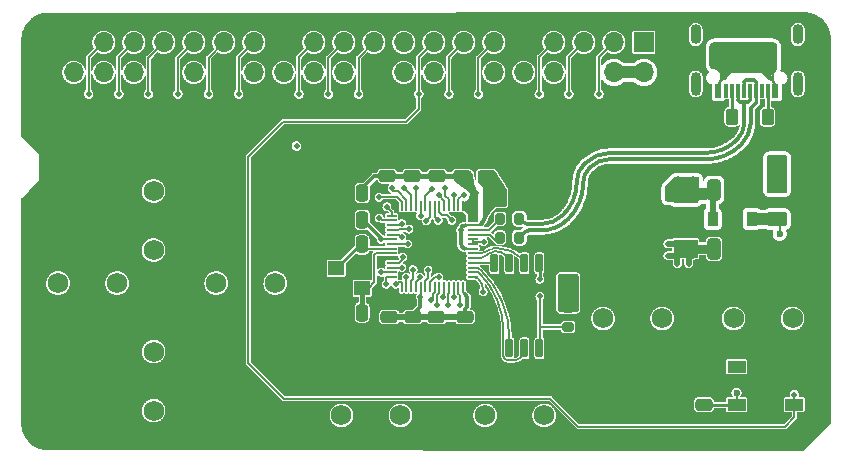
<source format=gbr>
%TF.GenerationSoftware,KiCad,Pcbnew,(6.0.7)*%
%TF.CreationDate,2022-09-06T16:20:22+10:00*%
%TF.ProjectId,SolderingInduction,536f6c64-6572-4696-9e67-496e64756374,3.0.0*%
%TF.SameCoordinates,PX7735940PY47868c0*%
%TF.FileFunction,Copper,L4,Bot*%
%TF.FilePolarity,Positive*%
%FSLAX46Y46*%
G04 Gerber Fmt 4.6, Leading zero omitted, Abs format (unit mm)*
G04 Created by KiCad (PCBNEW (6.0.7)) date 2022-09-06 16:20:22*
%MOMM*%
%LPD*%
G01*
G04 APERTURE LIST*
G04 Aperture macros list*
%AMRoundRect*
0 Rectangle with rounded corners*
0 $1 Rounding radius*
0 $2 $3 $4 $5 $6 $7 $8 $9 X,Y pos of 4 corners*
0 Add a 4 corners polygon primitive as box body*
4,1,4,$2,$3,$4,$5,$6,$7,$8,$9,$2,$3,0*
0 Add four circle primitives for the rounded corners*
1,1,$1+$1,$2,$3*
1,1,$1+$1,$4,$5*
1,1,$1+$1,$6,$7*
1,1,$1+$1,$8,$9*
0 Add four rect primitives between the rounded corners*
20,1,$1+$1,$2,$3,$4,$5,0*
20,1,$1+$1,$4,$5,$6,$7,0*
20,1,$1+$1,$6,$7,$8,$9,0*
20,1,$1+$1,$8,$9,$2,$3,0*%
G04 Aperture macros list end*
%TA.AperFunction,SMDPad,CuDef*%
%ADD10RoundRect,0.250000X0.475000X-0.250000X0.475000X0.250000X-0.475000X0.250000X-0.475000X-0.250000X0*%
%TD*%
%TA.AperFunction,ComponentPad*%
%ADD11R,1.700000X1.700000*%
%TD*%
%TA.AperFunction,ComponentPad*%
%ADD12O,1.700000X1.700000*%
%TD*%
%TA.AperFunction,ComponentPad*%
%ADD13C,1.750000*%
%TD*%
%TA.AperFunction,SMDPad,CuDef*%
%ADD14RoundRect,0.200000X0.200000X0.275000X-0.200000X0.275000X-0.200000X-0.275000X0.200000X-0.275000X0*%
%TD*%
%TA.AperFunction,SMDPad,CuDef*%
%ADD15R,0.900000X1.200000*%
%TD*%
%TA.AperFunction,SMDPad,CuDef*%
%ADD16R,2.000000X1.500000*%
%TD*%
%TA.AperFunction,SMDPad,CuDef*%
%ADD17R,2.000000X3.800000*%
%TD*%
%TA.AperFunction,SMDPad,CuDef*%
%ADD18RoundRect,0.150000X0.150000X-0.650000X0.150000X0.650000X-0.150000X0.650000X-0.150000X-0.650000X0*%
%TD*%
%TA.AperFunction,SMDPad,CuDef*%
%ADD19RoundRect,0.250000X-0.475000X0.250000X-0.475000X-0.250000X0.475000X-0.250000X0.475000X0.250000X0*%
%TD*%
%TA.AperFunction,SMDPad,CuDef*%
%ADD20R,1.500000X1.000000*%
%TD*%
%TA.AperFunction,SMDPad,CuDef*%
%ADD21RoundRect,0.250000X0.250000X0.475000X-0.250000X0.475000X-0.250000X-0.475000X0.250000X-0.475000X0*%
%TD*%
%TA.AperFunction,SMDPad,CuDef*%
%ADD22R,1.400000X1.200000*%
%TD*%
%TA.AperFunction,SMDPad,CuDef*%
%ADD23RoundRect,0.250000X-0.250000X-0.475000X0.250000X-0.475000X0.250000X0.475000X-0.250000X0.475000X0*%
%TD*%
%TA.AperFunction,SMDPad,CuDef*%
%ADD24RoundRect,0.200000X0.275000X-0.200000X0.275000X0.200000X-0.275000X0.200000X-0.275000X-0.200000X0*%
%TD*%
%TA.AperFunction,SMDPad,CuDef*%
%ADD25RoundRect,0.250000X-0.325000X-0.650000X0.325000X-0.650000X0.325000X0.650000X-0.325000X0.650000X0*%
%TD*%
%TA.AperFunction,SMDPad,CuDef*%
%ADD26RoundRect,0.250000X0.262500X0.450000X-0.262500X0.450000X-0.262500X-0.450000X0.262500X-0.450000X0*%
%TD*%
%TA.AperFunction,SMDPad,CuDef*%
%ADD27RoundRect,0.050000X0.050000X-0.387500X0.050000X0.387500X-0.050000X0.387500X-0.050000X-0.387500X0*%
%TD*%
%TA.AperFunction,SMDPad,CuDef*%
%ADD28RoundRect,0.050000X0.387500X-0.050000X0.387500X0.050000X-0.387500X0.050000X-0.387500X-0.050000X0*%
%TD*%
%TA.AperFunction,SMDPad,CuDef*%
%ADD29R,3.200000X3.200000*%
%TD*%
%TA.AperFunction,ComponentPad*%
%ADD30O,0.900000X1.700000*%
%TD*%
%TA.AperFunction,ComponentPad*%
%ADD31O,0.900000X2.000000*%
%TD*%
%TA.AperFunction,SMDPad,CuDef*%
%ADD32R,0.600000X1.160000*%
%TD*%
%TA.AperFunction,SMDPad,CuDef*%
%ADD33R,0.300000X1.160000*%
%TD*%
%TA.AperFunction,SMDPad,CuDef*%
%ADD34RoundRect,0.250000X-0.625000X0.375000X-0.625000X-0.375000X0.625000X-0.375000X0.625000X0.375000X0*%
%TD*%
%TA.AperFunction,SMDPad,CuDef*%
%ADD35RoundRect,0.250000X-0.262500X-0.450000X0.262500X-0.450000X0.262500X0.450000X-0.262500X0.450000X0*%
%TD*%
%TA.AperFunction,ViaPad*%
%ADD36C,0.600000*%
%TD*%
%TA.AperFunction,ViaPad*%
%ADD37C,0.508000*%
%TD*%
%TA.AperFunction,ViaPad*%
%ADD38C,0.460000*%
%TD*%
%TA.AperFunction,Conductor*%
%ADD39C,0.200000*%
%TD*%
%TA.AperFunction,Conductor*%
%ADD40C,0.177800*%
%TD*%
%TA.AperFunction,Conductor*%
%ADD41C,0.508000*%
%TD*%
%TA.AperFunction,Conductor*%
%ADD42C,0.127000*%
%TD*%
%TA.AperFunction,Conductor*%
%ADD43C,0.355600*%
%TD*%
%TA.AperFunction,Conductor*%
%ADD44C,0.381000*%
%TD*%
%TA.AperFunction,Conductor*%
%ADD45C,0.254000*%
%TD*%
%TA.AperFunction,Conductor*%
%ADD46C,0.800000*%
%TD*%
%TA.AperFunction,Conductor*%
%ADD47C,1.000000*%
%TD*%
%TA.AperFunction,Conductor*%
%ADD48C,0.345000*%
%TD*%
G04 APERTURE END LIST*
D10*
%TO.P,C7,1*%
%TO.N,+3V3*%
X11500000Y-2950000D03*
%TO.P,C7,2*%
%TO.N,GND*%
X11500000Y-1050000D03*
%TD*%
D11*
%TO.P,J3,1,Pin_1*%
%TO.N,+3V3*%
X17900000Y17275000D03*
D12*
%TO.P,J3,2,Pin_2*%
%TO.N,/LDO_{VIN}*%
X17900000Y14735000D03*
%TO.P,J3,3,Pin_3*%
%TO.N,/$.GPIO1*%
X15360000Y17275000D03*
%TO.P,J3,4,Pin_4*%
%TO.N,/LDO_{VIN}*%
X15360000Y14735000D03*
%TO.P,J3,5,Pin_5*%
%TO.N,/$.GPIO2*%
X12820000Y17275000D03*
%TO.P,J3,6,Pin_6*%
%TO.N,GND*%
X12820000Y14735000D03*
%TO.P,J3,7,Pin_7*%
%TO.N,/$.GPIO6*%
X10280000Y17275000D03*
%TO.P,J3,8,Pin_8*%
%TO.N,/$.GPIO3*%
X10280000Y14735000D03*
%TO.P,J3,9,Pin_9*%
%TO.N,GND*%
X7740000Y17275000D03*
%TO.P,J3,10,Pin_10*%
%TO.N,/GPIO[15]{slash}RXD0*%
X7740000Y14735000D03*
%TO.P,J3,11,Pin_11*%
%TO.N,/$.GPIO27*%
X5200000Y17275000D03*
%TO.P,J3,12,Pin_12*%
%TO.N,/GPIO[18]{slash}PCM.CLK*%
X5200000Y14735000D03*
%TO.P,J3,13,Pin_13*%
%TO.N,/$.GPIO26*%
X2660000Y17275000D03*
%TO.P,J3,14,Pin_14*%
%TO.N,GND*%
X2660000Y14735000D03*
%TO.P,J3,15,Pin_15*%
%TO.N,/$.GPIO25*%
X120000Y17275000D03*
%TO.P,J3,16,Pin_16*%
%TO.N,/$.GPIO22*%
X120000Y14735000D03*
%TO.P,J3,17,Pin_17*%
%TO.N,+3V3*%
X-2420000Y17275000D03*
%TO.P,J3,18,Pin_18*%
%TO.N,/$.GPIO24*%
X-2420000Y14735000D03*
%TO.P,J3,19,Pin_19*%
%TO.N,/$.GPIO23*%
X-4960000Y17275000D03*
%TO.P,J3,20,Pin_20*%
%TO.N,GND*%
X-4960000Y14735000D03*
%TO.P,J3,21,Pin_21*%
%TO.N,/$.GPIO20*%
X-7500000Y17275000D03*
%TO.P,J3,22,Pin_22*%
%TO.N,/$.GPIO21*%
X-7500000Y14735000D03*
%TO.P,J3,23,Pin_23*%
%TO.N,/$.GPIO18*%
X-10040000Y17275000D03*
%TO.P,J3,24,Pin_24*%
%TO.N,/$.GPIO19*%
X-10040000Y14735000D03*
%TO.P,J3,25,Pin_25*%
%TO.N,GND*%
X-12580000Y17275000D03*
%TO.P,J3,26,Pin_26*%
%TO.N,/$.GPIO17*%
X-12580000Y14735000D03*
%TO.P,J3,27,Pin_27*%
%TO.N,/$.GPIO15*%
X-15120000Y17275000D03*
%TO.P,J3,28,Pin_28*%
%TO.N,/$.GPIO16*%
X-15120000Y14735000D03*
%TO.P,J3,29,Pin_29*%
%TO.N,/$.GPIO9*%
X-17660000Y17275000D03*
%TO.P,J3,30,Pin_30*%
%TO.N,GND*%
X-17660000Y14735000D03*
%TO.P,J3,31,Pin_31*%
%TO.N,/$.GPIO13*%
X-20200000Y17275000D03*
%TO.P,J3,32,Pin_32*%
%TO.N,/$.GPIO14*%
X-20200000Y14735000D03*
%TO.P,J3,33,Pin_33*%
%TO.N,/$.GPIO10*%
X-22740000Y17275000D03*
%TO.P,J3,34,Pin_34*%
%TO.N,GND*%
X-22740000Y14735000D03*
%TO.P,J3,35,Pin_35*%
%TO.N,/$.GPIO11*%
X-25280000Y17275000D03*
%TO.P,J3,36,Pin_36*%
%TO.N,/$.GPIO12*%
X-25280000Y14735000D03*
%TO.P,J3,37,Pin_37*%
%TO.N,/$.GPIO4*%
X-27820000Y17275000D03*
%TO.P,J3,38,Pin_38*%
%TO.N,/$.GPIO8*%
X-27820000Y14735000D03*
%TO.P,J3,39,Pin_39*%
%TO.N,GND*%
X-30360000Y17275000D03*
%TO.P,J3,40,Pin_40*%
%TO.N,/$.GPIO5*%
X-30360000Y14735000D03*
%TD*%
D13*
%TO.P,SW3,1,1*%
%TO.N,GND*%
X-26700000Y-6050000D03*
X-31700000Y-6100000D03*
%TO.P,SW3,2,2*%
%TO.N,/$.GPIO5*%
X-26700000Y-3100000D03*
X-31700000Y-3100000D03*
%TD*%
%TO.P,SW6,1,1*%
%TO.N,GND*%
X25500000Y-3150000D03*
X30500000Y-3100000D03*
%TO.P,SW6,2,2*%
%TO.N,/$.GPIO0*%
X25500000Y-6100000D03*
X30500000Y-6100000D03*
%TD*%
%TO.P,SW5,1,1*%
%TO.N,GND*%
X-20650000Y4700000D03*
X-20600000Y-300000D03*
%TO.P,SW5,2,2*%
%TO.N,/$.GPIO11*%
X-23600000Y-300000D03*
X-23600000Y4700000D03*
%TD*%
%TO.P,SW1,1,1*%
%TO.N,GND*%
X-20650000Y-8900000D03*
X-20600000Y-13900000D03*
%TO.P,SW1,2,2*%
%TO.N,/$.GPIO4*%
X-23600000Y-8900000D03*
X-23600000Y-13900000D03*
%TD*%
%TO.P,SW2,1,1*%
%TO.N,GND*%
X9460000Y-11300000D03*
X4460000Y-11350000D03*
%TO.P,SW2,2,2*%
%TO.N,/$.GPIO2*%
X4460000Y-14300000D03*
X9460000Y-14300000D03*
%TD*%
%TO.P,SW8,1,1*%
%TO.N,GND*%
X-7700000Y-11350000D03*
X-2700000Y-11300000D03*
%TO.P,SW8,2,2*%
%TO.N,/$.GPIO3*%
X-7700000Y-14300000D03*
X-2700000Y-14300000D03*
%TD*%
%TO.P,SW7,1,1*%
%TO.N,GND*%
X-13300000Y-6050000D03*
X-18300000Y-6100000D03*
%TO.P,SW7,2,2*%
%TO.N,/$.GPIO8*%
X-13300000Y-3100000D03*
X-18300000Y-3100000D03*
%TD*%
%TO.P,SW4,1,1*%
%TO.N,GND*%
X14450000Y-3150000D03*
X19450000Y-3100000D03*
%TO.P,SW4,2,2*%
%TO.N,/$.GPIO1*%
X19450000Y-6100000D03*
X14450000Y-6100000D03*
%TD*%
D14*
%TO.P,R3,1*%
%TO.N,/USB_{DATA}+*%
X7375000Y750000D03*
%TO.P,R3,2*%
%TO.N,/D+*%
X5725000Y750000D03*
%TD*%
D15*
%TO.P,D2,1,K*%
%TO.N,/LDO_{VIN}*%
X23730000Y2320000D03*
%TO.P,D2,2,A*%
%TO.N,VBUS*%
X27030000Y2320000D03*
%TD*%
D16*
%TO.P,U1,1,VI*%
%TO.N,/LDO_{VIN}*%
X21440000Y4420000D03*
D17*
%TO.P,U1,2,GND*%
%TO.N,GND*%
X15140000Y2120000D03*
D16*
X21440000Y2120000D03*
%TO.P,U1,3,VO*%
%TO.N,+3V3*%
X21440000Y-180000D03*
%TD*%
D14*
%TO.P,R2,1*%
%TO.N,/USB_{DATA}-*%
X7375000Y2350000D03*
%TO.P,R2,2*%
%TO.N,/D-*%
X5725000Y2350000D03*
%TD*%
D18*
%TO.P,U3,1,~{CS}*%
%TO.N,/~{CS}*%
X9065001Y-8632167D03*
%TO.P,U3,2,DO(IO1)*%
%TO.N,/SD1*%
X7795001Y-8632167D03*
%TO.P,U3,3,IO2*%
%TO.N,/SD2*%
X6525001Y-8632167D03*
%TO.P,U3,4,GND*%
%TO.N,GND*%
X5255001Y-8632167D03*
%TO.P,U3,5,DI(IO0)*%
%TO.N,/SD0*%
X5255001Y-1432167D03*
%TO.P,U3,6,CLK*%
%TO.N,/SCK*%
X6525001Y-1432167D03*
%TO.P,U3,7,IO3*%
%TO.N,/SD3*%
X7795001Y-1432167D03*
%TO.P,U3,8,VCC*%
%TO.N,+3V3*%
X9065001Y-1432167D03*
%TD*%
D19*
%TO.P,C14,1*%
%TO.N,+3V3*%
X-1659812Y-5982082D03*
%TO.P,C14,2*%
%TO.N,GND*%
X-1659812Y-7882082D03*
%TD*%
%TO.P,C18,1*%
%TO.N,+3V3*%
X320087Y-5982082D03*
%TO.P,C18,2*%
%TO.N,GND*%
X320087Y-7882082D03*
%TD*%
D20*
%TO.P,LED1,1,VDD*%
%TO.N,+3V3*%
X25750000Y-13400000D03*
%TO.P,LED1,2,DOUT*%
%TO.N,unconnected-(LED1-Pad2)*%
X25750000Y-10200000D03*
%TO.P,LED1,3,VSS*%
%TO.N,GND*%
X30650000Y-10200000D03*
%TO.P,LED1,4,DIN*%
%TO.N,/$.GPIO25*%
X30650000Y-13400000D03*
%TD*%
D10*
%TO.P,C11,1*%
%TO.N,+3V3*%
X-1700000Y5950000D03*
%TO.P,C11,2*%
%TO.N,GND*%
X-1700000Y7850000D03*
%TD*%
%TO.P,C15,1*%
%TO.N,+3V3*%
X-3800000Y5950000D03*
%TO.P,C15,2*%
%TO.N,GND*%
X-3800000Y7850000D03*
%TD*%
D21*
%TO.P,C6,1*%
%TO.N,Net-(C6-Pad1)*%
X-5950000Y160000D03*
%TO.P,C6,2*%
%TO.N,GND*%
X-7850000Y160000D03*
%TD*%
D22*
%TO.P,Y1,1,1*%
%TO.N,Net-(C5-Pad1)*%
X-5933823Y-3539441D03*
%TO.P,Y1,2,2*%
%TO.N,GND*%
X-8133823Y-3539441D03*
%TO.P,Y1,3,3*%
%TO.N,Net-(C6-Pad1)*%
X-8133823Y-1839441D03*
%TO.P,Y1,4,4*%
%TO.N,GND*%
X-5933823Y-1839441D03*
%TD*%
D21*
%TO.P,C5,1*%
%TO.N,Net-(C5-Pad1)*%
X-5950000Y-5600000D03*
%TO.P,C5,2*%
%TO.N,GND*%
X-7850000Y-5600000D03*
%TD*%
D23*
%TO.P,C9,1*%
%TO.N,+1V2*%
X5810003Y4067833D03*
%TO.P,C9,2*%
%TO.N,GND*%
X7710003Y4067833D03*
%TD*%
D24*
%TO.P,R6,1*%
%TO.N,/~{CS}*%
X11500000Y-6825000D03*
%TO.P,R6,2*%
%TO.N,+3V3*%
X11500000Y-5175000D03*
%TD*%
D25*
%TO.P,C3,1*%
%TO.N,+3V3*%
X23855000Y-200000D03*
%TO.P,C3,2*%
%TO.N,GND*%
X26805000Y-200000D03*
%TD*%
%TO.P,C2,1*%
%TO.N,/LDO_{VIN}*%
X23844999Y4780000D03*
%TO.P,C2,2*%
%TO.N,GND*%
X26794999Y4780000D03*
%TD*%
D26*
%TO.P,R5,1*%
%TO.N,Net-(J1-PadA5)*%
X25372500Y10970000D03*
%TO.P,R5,2*%
%TO.N,GND*%
X23547500Y10970000D03*
%TD*%
D21*
%TO.P,C17,1*%
%TO.N,+3V3*%
X-5942402Y4523048D03*
%TO.P,C17,2*%
%TO.N,GND*%
X-7842402Y4523048D03*
%TD*%
D10*
%TO.P,C1,1*%
%TO.N,+3V3*%
X22990000Y-13400000D03*
%TO.P,C1,2*%
%TO.N,GND*%
X22990000Y-11500000D03*
%TD*%
D21*
%TO.P,C10,1*%
%TO.N,+1V2*%
X-5942402Y2260306D03*
%TO.P,C10,2*%
%TO.N,GND*%
X-7842402Y2260306D03*
%TD*%
D27*
%TO.P,U4,1,IOVDD*%
%TO.N,+3V3*%
X2600000Y-3437500D03*
%TO.P,U4,2,GPIO0*%
%TO.N,/$.GPIO0*%
X2200000Y-3437500D03*
%TO.P,U4,3,GPIO1*%
%TO.N,/$.GPIO1*%
X1800000Y-3437500D03*
%TO.P,U4,4,GPIO2*%
%TO.N,/$.GPIO2*%
X1400000Y-3437500D03*
%TO.P,U4,5,GPIO3*%
%TO.N,/$.GPIO3*%
X1000000Y-3437500D03*
%TO.P,U4,6,GPIO4*%
%TO.N,/$.GPIO4*%
X600000Y-3437500D03*
%TO.P,U4,7,GPIO5*%
%TO.N,/$.GPIO5*%
X200000Y-3437500D03*
%TO.P,U4,8,GPIO6*%
%TO.N,/$.GPIO6*%
X-200000Y-3437500D03*
%TO.P,U4,9,GPIO7*%
%TO.N,/$.GPIO7*%
X-600000Y-3437500D03*
%TO.P,U4,10,IOVDD*%
%TO.N,+3V3*%
X-1000000Y-3437500D03*
%TO.P,U4,11,GPIO8*%
%TO.N,/$.GPIO8*%
X-1400000Y-3437500D03*
%TO.P,U4,12,GPIO9*%
%TO.N,/$.GPIO9*%
X-1800000Y-3437500D03*
%TO.P,U4,13,GPIO10*%
%TO.N,/$.GPIO10*%
X-2200000Y-3437500D03*
%TO.P,U4,14,GPIO11*%
%TO.N,/$.GPIO11*%
X-2600000Y-3437500D03*
D28*
%TO.P,U4,15,GPIO12*%
%TO.N,/$.GPIO12*%
X-3437500Y-2600000D03*
%TO.P,U4,16,GPIO13*%
%TO.N,/$.GPIO13*%
X-3437500Y-2200000D03*
%TO.P,U4,17,GPIO14*%
%TO.N,/$.GPIO14*%
X-3437500Y-1800000D03*
%TO.P,U4,18,GPIO15*%
%TO.N,/$.GPIO15*%
X-3437500Y-1400000D03*
%TO.P,U4,19,TESTEN*%
%TO.N,GND*%
X-3437500Y-1000000D03*
%TO.P,U4,20,XIN*%
%TO.N,Net-(C5-Pad1)*%
X-3437500Y-600000D03*
%TO.P,U4,21,XOUT*%
%TO.N,Net-(C6-Pad1)*%
X-3437500Y-200000D03*
%TO.P,U4,22,IOVDD*%
%TO.N,+3V3*%
X-3437500Y200000D03*
%TO.P,U4,23,DVDD*%
%TO.N,+1V2*%
X-3437500Y600000D03*
%TO.P,U4,24,SWCLK*%
%TO.N,Net-(U4-Pad24)*%
X-3437500Y1000000D03*
%TO.P,U4,25,SWD*%
%TO.N,Net-(U4-Pad25)*%
X-3437500Y1400000D03*
%TO.P,U4,26,RUN*%
%TO.N,Net-(U4-Pad26)*%
X-3437500Y1800000D03*
%TO.P,U4,27,GPIO16*%
%TO.N,/$.GPIO16*%
X-3437500Y2200000D03*
%TO.P,U4,28,GPIO17*%
%TO.N,/$.GPIO17*%
X-3437500Y2600000D03*
D27*
%TO.P,U4,29,GPIO18*%
%TO.N,/$.GPIO18*%
X-2600000Y3437500D03*
%TO.P,U4,30,GPIO19*%
%TO.N,/$.GPIO19*%
X-2200000Y3437500D03*
%TO.P,U4,31,GPIO20*%
%TO.N,/$.GPIO20*%
X-1800000Y3437500D03*
%TO.P,U4,32,GPIO21*%
%TO.N,/$.GPIO21*%
X-1400000Y3437500D03*
%TO.P,U4,33,IOVDD*%
%TO.N,+3V3*%
X-1000000Y3437500D03*
%TO.P,U4,34,GPIO22*%
%TO.N,/$.GPIO22*%
X-600000Y3437500D03*
%TO.P,U4,35,GPIO23*%
%TO.N,/$.GPIO23*%
X-200000Y3437500D03*
%TO.P,U4,36,GPIO24*%
%TO.N,/$.GPIO24*%
X200000Y3437500D03*
%TO.P,U4,37,GPIO25*%
%TO.N,/$.GPIO25*%
X600000Y3437500D03*
%TO.P,U4,38,GPIO26_ADC0*%
%TO.N,/$.GPIO26*%
X1000000Y3437500D03*
%TO.P,U4,39,GPIO27_ADC1*%
%TO.N,/$.GPIO27*%
X1400000Y3437500D03*
%TO.P,U4,40,GPIO28_ADC2*%
%TO.N,/GPIO[18]{slash}PCM.CLK*%
X1800000Y3437500D03*
%TO.P,U4,41,GPIO29_ADC3*%
%TO.N,/GPIO[15]{slash}RXD0*%
X2200000Y3437500D03*
%TO.P,U4,42,IOVDD*%
%TO.N,+3V3*%
X2600000Y3437500D03*
D28*
%TO.P,U4,43,ADC_AVDD*%
X3437500Y2600000D03*
%TO.P,U4,44,VREG_IN*%
X3437500Y2200000D03*
%TO.P,U4,45,VREG_VOUT*%
%TO.N,+1V2*%
X3437500Y1800000D03*
%TO.P,U4,46,USB_DM*%
%TO.N,/D-*%
X3437500Y1400000D03*
%TO.P,U4,47,USB_DP*%
%TO.N,/D+*%
X3437500Y1000000D03*
%TO.P,U4,48,USB_VDD*%
%TO.N,+3V3*%
X3437500Y600000D03*
%TO.P,U4,49,IOVDD*%
X3437500Y200000D03*
%TO.P,U4,50,DVDD*%
%TO.N,+1V2*%
X3437500Y-200000D03*
%TO.P,U4,51,QSPI_SD3*%
%TO.N,/SD3*%
X3437500Y-600000D03*
%TO.P,U4,52,QSPI_SCLK*%
%TO.N,/SCK*%
X3437500Y-1000000D03*
%TO.P,U4,53,QSPI_SD0*%
%TO.N,/SD0*%
X3437500Y-1400000D03*
%TO.P,U4,54,QSPI_SD2*%
%TO.N,/SD2*%
X3437500Y-1800000D03*
%TO.P,U4,55,QSPI_SD1*%
%TO.N,/SD1*%
X3437500Y-2200000D03*
%TO.P,U4,56,QSPI_SS*%
%TO.N,/~{CS}*%
X3437500Y-2600000D03*
D29*
%TO.P,U4,57,GND*%
%TO.N,GND*%
X0Y0D03*
%TD*%
D30*
%TO.P,J1,S1,SHIELD*%
%TO.N,unconnected-(J1-PadS1)*%
X22305000Y17940000D03*
D31*
X30945000Y13770000D03*
X22305000Y13770000D03*
D30*
X30945000Y17940000D03*
D32*
%TO.P,J1,B12,GND*%
%TO.N,GND*%
X23425000Y13190000D03*
%TO.P,J1,B9,VBUS*%
%TO.N,/USB_VBUS*%
X24225000Y13190000D03*
D33*
%TO.P,J1,B8,SBU2*%
%TO.N,unconnected-(J1-PadB8)*%
X24875000Y13190000D03*
%TO.P,J1,B7,D-*%
%TO.N,/USB_{DATA}-*%
X25875000Y13190000D03*
%TO.P,J1,B6,D+*%
%TO.N,/USB_{DATA}+*%
X27375000Y13190000D03*
%TO.P,J1,B5,CC2*%
%TO.N,Net-(J1-PadB5)*%
X28375000Y13190000D03*
D32*
%TO.P,J1,B4,VBUS*%
%TO.N,/USB_VBUS*%
X29025000Y13190000D03*
%TO.P,J1,B1,GND*%
%TO.N,GND*%
X29825000Y13190000D03*
%TO.P,J1,A12,GND*%
X29825000Y13190000D03*
%TO.P,J1,A9,VBUS*%
%TO.N,/USB_VBUS*%
X29025000Y13190000D03*
D33*
%TO.P,J1,A8,SBU1*%
%TO.N,unconnected-(J1-PadA8)*%
X27875000Y13190000D03*
%TO.P,J1,A7,D-*%
%TO.N,/USB_{DATA}-*%
X26875000Y13190000D03*
%TO.P,J1,A6,D+*%
%TO.N,/USB_{DATA}+*%
X26375000Y13190000D03*
%TO.P,J1,A5,CC1*%
%TO.N,Net-(J1-PadA5)*%
X25375000Y13190000D03*
D32*
%TO.P,J1,A4,VBUS*%
%TO.N,/USB_VBUS*%
X24225000Y13190000D03*
%TO.P,J1,A1,GND*%
%TO.N,GND*%
X23425000Y13190000D03*
%TD*%
D34*
%TO.P,F1,1*%
%TO.N,/USB_VBUS*%
X29190000Y5110000D03*
%TO.P,F1,2*%
%TO.N,VBUS*%
X29190000Y2310000D03*
%TD*%
D35*
%TO.P,R1,1*%
%TO.N,Net-(J1-PadB5)*%
X28377500Y10970000D03*
%TO.P,R1,2*%
%TO.N,GND*%
X30202500Y10970000D03*
%TD*%
D10*
%TO.P,C12,1*%
%TO.N,+3V3*%
X400000Y5950000D03*
%TO.P,C12,2*%
%TO.N,GND*%
X400000Y7850000D03*
%TD*%
D19*
%TO.P,C13,1*%
%TO.N,+3V3*%
X2760003Y-5979685D03*
%TO.P,C13,2*%
%TO.N,GND*%
X2760003Y-7879685D03*
%TD*%
%TO.P,C16,1*%
%TO.N,+3V3*%
X-3639711Y-5982082D03*
%TO.P,C16,2*%
%TO.N,GND*%
X-3639711Y-7882082D03*
%TD*%
D10*
%TO.P,C4,1*%
%TO.N,+3V3*%
X2500000Y5950000D03*
%TO.P,C4,2*%
%TO.N,GND*%
X2500000Y7850000D03*
%TD*%
%TO.P,C8,1*%
%TO.N,+1V2*%
X4600000Y5950000D03*
%TO.P,C8,2*%
%TO.N,GND*%
X4600000Y7850000D03*
%TD*%
D36*
%TO.N,GND*%
X22400000Y-10500000D03*
D37*
X-12300000Y-11650000D03*
X-12300000Y-13600000D03*
X-14600000Y9700000D03*
X-1750000Y11950000D03*
%TO.N,/$.GPIO25*%
X30650000Y-12550000D03*
D36*
%TO.N,GND*%
X700000Y8900000D03*
D37*
%TO.N,/$.GPIO6*%
X9050000Y12900000D03*
D38*
X550000Y-2600000D03*
%TO.N,/$.GPIO7*%
X-375000Y-2000000D03*
D37*
%TO.N,/USB_VBUS*%
X28000000Y15750000D03*
X27000000Y15750000D03*
X26000000Y15750000D03*
X25000000Y15750000D03*
X24000000Y15750000D03*
X28000000Y16750000D03*
X27000000Y16750000D03*
X26000000Y16750000D03*
X25000000Y16750000D03*
X24000000Y16750000D03*
%TO.N,GND*%
X-13500000Y8500000D03*
%TO.N,+3V3*%
X-11500000Y8500000D03*
%TO.N,/$.GPIO11*%
X-26550000Y12900000D03*
%TO.N,/$.GPIO4*%
X-29100000Y12900000D03*
%TO.N,/$.GPIO1*%
X14100000Y12900000D03*
%TO.N,/$.GPIO2*%
X11550000Y12900000D03*
%TO.N,/$.GPIO27*%
X3900000Y12900000D03*
%TO.N,/$.GPIO26*%
X1400000Y12900000D03*
%TO.N,/$.GPIO25*%
X-1150000Y12900000D03*
%TO.N,/$.GPIO23*%
X-6250000Y12900000D03*
%TO.N,/$.GPIO20*%
X-8800000Y12900000D03*
%TO.N,/$.GPIO18*%
X-11300000Y12900000D03*
%TO.N,/$.GPIO15*%
X-16400000Y12900000D03*
%TO.N,/$.GPIO9*%
X-18950000Y12900000D03*
%TO.N,/$.GPIO13*%
X-21550000Y12900000D03*
%TO.N,/$.GPIO10*%
X-24050000Y12900000D03*
D36*
%TO.N,GND*%
X30650000Y-11100000D03*
%TO.N,+3V3*%
X25750000Y-12400000D03*
D38*
%TO.N,GND*%
X-33500000Y9050000D03*
X-33500000Y11100000D03*
X-32100000Y7450001D03*
X-32085786Y5464214D03*
X-33500000Y3000000D03*
X11500000Y-250000D03*
%TO.N,/$.GPIO17*%
X-3850000Y3350000D03*
%TO.N,+3V3*%
X19940000Y220000D03*
X-2100000Y200000D03*
X4350000Y400000D03*
X3700000Y4550000D03*
X-999996Y2600000D03*
X-1006513Y-4300000D03*
X21700000Y-1450000D03*
X12000000Y-4000000D03*
X20750000Y-1450000D03*
X11000000Y-4000000D03*
X9100000Y-2790000D03*
X19940000Y-780000D03*
D36*
%TO.N,VBUS*%
X29400000Y1050000D03*
D38*
%TO.N,+1V2*%
X2400000Y1367833D03*
X-4319997Y600001D03*
%TO.N,GND*%
X32500000Y-5000000D03*
X5500000Y-16000000D03*
D36*
X5250000Y-7100000D03*
D38*
X32500000Y-1000000D03*
X-33500000Y-13000000D03*
X-6500000Y18500000D03*
X-33500000Y13000000D03*
X-16500000Y-16000000D03*
D36*
X-9450000Y3000000D03*
D38*
X32500000Y7000000D03*
X1500000Y18500000D03*
X-33500000Y1000000D03*
X27740000Y5470000D03*
X32500000Y11000000D03*
X5500000Y-16000000D03*
X-33500000Y-5000000D03*
X31000000Y-15700000D03*
X1250000Y-1250000D03*
X-22500000Y-16000000D03*
X-32500000Y18500000D03*
X-24500000Y18500000D03*
X-10500000Y-16000000D03*
X-1250000Y1250000D03*
X-33500000Y-7000000D03*
X0Y-1250000D03*
X-24500000Y-16000000D03*
X-28500000Y-16000000D03*
X23500000Y-16000000D03*
X-30500000Y18500000D03*
X25500000Y-16000000D03*
X-500000Y-16000000D03*
X-28500000Y18500000D03*
X11500000Y18500000D03*
X7500000Y-16000000D03*
D36*
X-9500000Y450000D03*
D38*
X-30500000Y-16000000D03*
X29800000Y12250000D03*
D36*
X2500000Y8900000D03*
D38*
X22350000Y12250000D03*
X3500000Y-16000000D03*
D36*
X-3800000Y8900000D03*
D38*
X3500000Y-16000000D03*
D36*
X-1650000Y-8782167D03*
D38*
X-8500000Y-16000000D03*
X0Y1250000D03*
X13500000Y18500000D03*
X32500000Y15000000D03*
X3500000Y18500000D03*
X1500000Y-16000000D03*
X27500000Y-16000000D03*
X-18500000Y-16000000D03*
D36*
X2750004Y-8782167D03*
D38*
X1500000Y-16000000D03*
X23450000Y12250000D03*
X5500000Y-16000000D03*
X5500000Y-16000000D03*
X-1250000Y0D03*
D36*
X7700000Y5200000D03*
X-1700000Y8900000D03*
X-9150000Y-3550000D03*
D38*
X-32500000Y-16000000D03*
X32500000Y3000000D03*
X32500000Y-3000000D03*
X21100000Y13750000D03*
X-33500000Y-1000000D03*
X-6500000Y-16000000D03*
X-14500000Y18500000D03*
D36*
X-9450000Y4500000D03*
D38*
X30900000Y12250000D03*
X-33500000Y17000000D03*
X-26500000Y18500000D03*
X16490000Y-130000D03*
X32500000Y-9000000D03*
X-26500000Y-16000000D03*
X7500000Y-16000000D03*
X-20500000Y-16000000D03*
X-14500000Y-16000000D03*
X27740000Y4070000D03*
X-4500000Y18500000D03*
D36*
X550000Y-8782167D03*
D38*
X13790000Y-130000D03*
X1250000Y1250000D03*
X27930000Y-900000D03*
X-8500000Y18500000D03*
X32500000Y5000000D03*
X-16500000Y18500000D03*
D36*
X-9150000Y-5550000D03*
D38*
X1250000Y0D03*
D36*
X22400000Y11000000D03*
D38*
X11500000Y-16000000D03*
D36*
X-3649996Y-8782167D03*
D38*
X-2500000Y-16000000D03*
X-33500000Y-3000000D03*
X19940000Y2720000D03*
X19500000Y18500000D03*
X1500000Y-16000000D03*
X16490000Y4370000D03*
X7500000Y-16000000D03*
X0Y0D03*
X24500000Y18500000D03*
X9500000Y-16000000D03*
X-33500000Y15000000D03*
X13790000Y4370000D03*
X-33500000Y-9000000D03*
D36*
X31450000Y11000000D03*
D38*
X3500000Y-16000000D03*
X32500000Y-13000000D03*
X19940000Y1520000D03*
X-500000Y-16000000D03*
X32500000Y1000000D03*
X32500000Y9000000D03*
X32500000Y17000000D03*
X-33500000Y-15000000D03*
D36*
X4550000Y8900000D03*
D38*
X32500000Y-7000000D03*
X15500000Y-16000000D03*
X3500000Y-16000000D03*
X21500000Y-16000000D03*
X-33500000Y-11000000D03*
X26500000Y18500000D03*
D36*
X-9500000Y1500000D03*
D38*
X13500000Y-16000000D03*
X32000000Y-14700000D03*
X27930000Y500000D03*
X-1250000Y-1250000D03*
X29500000Y-16000000D03*
X9500000Y18500000D03*
X28500000Y18500000D03*
X-4500000Y-16000000D03*
X-4299996Y-1132167D03*
X31180000Y4770000D03*
X9500000Y-16000000D03*
X19500000Y-16000000D03*
X32500000Y-11000000D03*
X-500000Y18500000D03*
X21100000Y12250000D03*
X32500000Y13000000D03*
X-18500000Y18500000D03*
X-12500000Y-16000000D03*
X17500000Y-16000000D03*
%TO.N,/LDO_{VIN}*%
X19940000Y4820000D03*
X20790000Y5670000D03*
X22090000Y5670000D03*
X19940000Y4020000D03*
%TO.N,/~{CS}*%
X4300000Y-3850000D03*
X9100000Y-4232167D03*
%TO.N,/USB_VBUS*%
X28430000Y14750000D03*
D36*
X29200000Y7300000D03*
X29200000Y5300000D03*
X29200000Y6300000D03*
D38*
X24925000Y14750000D03*
%TO.N,Net-(U4-Pad24)*%
X-2590013Y800000D03*
%TO.N,Net-(U4-Pad25)*%
X-1960012Y1457817D03*
%TO.N,Net-(U4-Pad26)*%
X-2590013Y1932816D03*
%TO.N,/$.GPIO2*%
X1349987Y-4952182D03*
%TO.N,/$.GPIO3*%
X874986Y-4325014D03*
%TO.N,/$.GPIO4*%
X399986Y-4950014D03*
%TO.N,/$.GPIO14*%
X-2580011Y-1797183D03*
%TO.N,/$.GPIO15*%
X-2500000Y-896667D03*
%TO.N,/$.GPIO16*%
X-4500000Y2400000D03*
%TO.N,/$.GPIO18*%
X-4500000Y4150000D03*
%TO.N,/$.GPIO19*%
X-3400000Y4950000D03*
%TO.N,/$.GPIO20*%
X-2400000Y4950000D03*
%TO.N,/$.GPIO10*%
X-2200000Y-2600000D03*
%TO.N,/$.GPIO9*%
X-1625014Y-1962184D03*
%TO.N,/$.GPIO21*%
X-1400000Y4950000D03*
%TO.N,/$.GPIO11*%
X-3100000Y-3200000D03*
%TO.N,/$.GPIO8*%
X-1050000Y-2600000D03*
%TO.N,/$.GPIO1*%
X1824987Y-4322182D03*
%TO.N,/$.GPIO5*%
X-93513Y-4550000D03*
%TO.N,/$.GPIO12*%
X-3900000Y-3200000D03*
%TO.N,/$.GPIO13*%
X-4336099Y-2186099D03*
%TO.N,/$.GPIO22*%
X0Y4850000D03*
%TO.N,/$.GPIO24*%
X500000Y2200000D03*
%TO.N,/$.GPIO25*%
X1650000Y2200000D03*
%TO.N,/$.GPIO26*%
X550000Y4350000D03*
%TO.N,/$.GPIO27*%
X1100000Y4950000D03*
%TO.N,/GPIO[18]{slash}PCM.CLK*%
X1800003Y4349997D03*
%TO.N,/GPIO[15]{slash}RXD0*%
X2700000Y4350000D03*
%TO.N,/$.GPIO0*%
X2300000Y-4950000D03*
%TO.N,/$.GPIO23*%
X-500000Y2150000D03*
%TD*%
D39*
%TO.N,/$.GPIO0*%
X2200004Y-3437501D02*
X2200004Y-3832167D01*
X2199987Y-3832184D02*
X2199986Y-4026846D01*
X2200004Y-3832167D02*
X2199987Y-3832184D01*
X2199986Y-4026846D02*
X2300000Y-4126860D01*
X2300000Y-4126860D02*
X2300000Y-4952169D01*
X2300000Y-4952169D02*
X2299986Y-4952183D01*
%TO.N,/$.GPIO3*%
X1000001Y-3437500D02*
X1022987Y-3460486D01*
X1022987Y-3460486D02*
X1022987Y-4174183D01*
X1022987Y-4174183D02*
X874986Y-4322184D01*
%TO.N,/$.GPIO4*%
X600000Y-3437500D02*
X600000Y-3925418D01*
X600000Y-3925418D02*
X399986Y-4125432D01*
X399986Y-4125432D02*
X399986Y-4950014D01*
%TO.N,/$.GPIO5*%
X-93513Y-4550000D02*
X72986Y-4383501D01*
X72986Y-4383501D02*
X72986Y-3989984D01*
X72986Y-3989984D02*
X200002Y-3862968D01*
X200002Y-3862968D02*
X200003Y-3437500D01*
%TO.N,/$.GPIO7*%
X-375000Y-2000000D02*
X-375000Y-2700000D01*
X-375000Y-2700000D02*
X-600000Y-2925000D01*
X-600000Y-2925000D02*
X-600000Y-3437500D01*
D40*
%TO.N,/$.GPIO8*%
X-1123000Y-2723000D02*
X-1400000Y-3000000D01*
X-1400000Y-3000000D02*
X-1400000Y-3437500D01*
D39*
%TO.N,/$.GPIO9*%
X-1799999Y-3437500D02*
X-1799999Y-2899999D01*
X-1799999Y-2899999D02*
X-1625014Y-2725014D01*
X-1625014Y-2725014D02*
X-1625014Y-1962184D01*
D40*
%TO.N,+3V3*%
X25750000Y-13400000D02*
X25750000Y-12400000D01*
D39*
%TO.N,/$.GPIO25*%
X27950000Y-15250000D02*
X29850000Y-15250000D01*
X30650000Y-14450000D02*
X30650000Y-13400000D01*
X29850000Y-15250000D02*
X30650000Y-14450000D01*
D41*
%TO.N,+3V3*%
X20750000Y-1450000D02*
X20750000Y-870000D01*
X20750000Y-870000D02*
X21440000Y-180000D01*
X21700000Y-1450000D02*
X21700000Y-725000D01*
D40*
%TO.N,/$.GPIO11*%
X-26550000Y12900000D02*
X-26550000Y16005000D01*
X-26550000Y16005000D02*
X-25280000Y17275000D01*
%TO.N,/$.GPIO4*%
X-29100000Y12900000D02*
X-29100000Y15995000D01*
X-29100000Y15995000D02*
X-27820000Y17275000D01*
%TO.N,/$.GPIO15*%
X-16400000Y12900000D02*
X-16400000Y15995000D01*
X-16400000Y15995000D02*
X-15120000Y17275000D01*
%TO.N,/$.GPIO9*%
X-18950000Y12900000D02*
X-18950000Y15985000D01*
X-18950000Y15985000D02*
X-17660000Y17275000D01*
%TO.N,/$.GPIO13*%
X-21550767Y12902317D02*
X-21550767Y15924233D01*
X-21550767Y15924233D02*
X-20200000Y17275000D01*
%TO.N,/$.GPIO10*%
X-24050000Y12900000D02*
X-24050000Y15965000D01*
X-24050000Y15965000D02*
X-22740000Y17275000D01*
%TO.N,/$.GPIO20*%
X-8800000Y12900000D02*
X-8800000Y15975000D01*
X-8800000Y15975000D02*
X-7500000Y17275000D01*
%TO.N,/$.GPIO18*%
X-11300000Y12900000D02*
X-11300000Y16015000D01*
X-11300000Y16015000D02*
X-10040000Y17275000D01*
%TO.N,/$.GPIO23*%
X-6250000Y12900000D02*
X-6250000Y15985000D01*
X-6250000Y15985000D02*
X-4960000Y17275000D01*
%TO.N,/$.GPIO25*%
X-1150000Y12900000D02*
X-1150000Y16005000D01*
X-1150000Y16005000D02*
X120000Y17275000D01*
%TO.N,/$.GPIO26*%
X1400000Y12900000D02*
X1400000Y16015000D01*
X1400000Y16015000D02*
X2660000Y17275000D01*
%TO.N,/$.GPIO27*%
X3900000Y12900000D02*
X3900000Y15975000D01*
X3900000Y15975000D02*
X5200000Y17275000D01*
%TO.N,/$.GPIO6*%
X9050000Y12900000D02*
X9050000Y16045000D01*
X9050000Y16045000D02*
X10280000Y17275000D01*
%TO.N,/$.GPIO2*%
X11550000Y12900000D02*
X11550000Y16005000D01*
X11550000Y16005000D02*
X12820000Y17275000D01*
%TO.N,/$.GPIO1*%
X14100000Y12900000D02*
X14100000Y16015000D01*
X14100000Y16015000D02*
X15360000Y17275000D01*
D42*
%TO.N,/$.GPIO25*%
X30650000Y-12550000D02*
X30650000Y-13400000D01*
D40*
X27950000Y-15250000D02*
X12350000Y-15250000D01*
X12350000Y-15250000D02*
X10000000Y-12900000D01*
X10000000Y-12900000D02*
X-12550000Y-12900000D01*
X-12550000Y-12900000D02*
X-15600000Y-9850000D01*
X-15600000Y-9850000D02*
X-15600000Y7600000D01*
X-15600000Y7600000D02*
X-12650000Y10550000D01*
X-12650000Y10550000D02*
X-2200000Y10550000D01*
X-2200000Y10550000D02*
X-1150000Y11600000D01*
X-1150000Y11600000D02*
X-1150000Y12900000D01*
D39*
%TO.N,+3V3*%
X-2100000Y200000D02*
X-3437497Y200001D01*
D40*
%TO.N,/$.GPIO15*%
X-2500000Y-896667D02*
X-2500000Y-1062532D01*
X-2500000Y-1062532D02*
X-2837468Y-1400000D01*
X-2837468Y-1400000D02*
X-3437500Y-1400000D01*
D39*
%TO.N,/$.GPIO18*%
X-4500000Y4150000D02*
X-4450000Y4200000D01*
X-2599996Y3799996D02*
X-2599996Y3437501D01*
X-4450000Y4200000D02*
X-3000000Y4200000D01*
X-3000000Y4200000D02*
X-2599996Y3799996D01*
D42*
%TO.N,GND*%
X11500000Y-1225000D02*
X11500000Y-250000D01*
%TO.N,/$.GPIO17*%
X-3437500Y2937500D02*
X-3850000Y3350000D01*
X-3437500Y2600000D02*
X-3437500Y2937500D01*
D41*
%TO.N,+3V3*%
X20840000Y-780000D02*
X21440000Y-180000D01*
D43*
X2950000Y-4250000D02*
X2750000Y-4050000D01*
X-1006513Y-4300000D02*
X-1006513Y-5156513D01*
D42*
X21299999Y-465000D02*
X21299999Y-320001D01*
D39*
X3437502Y412498D02*
X3437502Y600002D01*
D41*
X21040000Y220000D02*
X21440000Y-180000D01*
D44*
X-3800000Y5950000D02*
X-3772789Y5977211D01*
D43*
X-5942402Y4907598D02*
X-4900000Y5950000D01*
D39*
X4337502Y412498D02*
X4350000Y400000D01*
D41*
X19940000Y-780000D02*
X20840000Y-780000D01*
D42*
X21299999Y-320001D02*
X21439999Y-180001D01*
D40*
X2750000Y-4050000D02*
X2600000Y-3900000D01*
D43*
X322484Y-5979685D02*
X320087Y-5982082D01*
D39*
X3437502Y200000D02*
X3437502Y412498D01*
D43*
X-1006513Y-5156513D02*
X-1659812Y-5809812D01*
D45*
X22990000Y-13400000D02*
X25750000Y-13400000D01*
D43*
X-3639711Y-5982082D02*
X320087Y-5982082D01*
D41*
X-3639711Y-5982082D02*
X2754217Y-5982082D01*
D40*
X2500000Y5950000D02*
X3558578Y4891422D01*
X2600000Y-3900000D02*
X2600000Y-3437500D01*
D43*
X2760003Y-5289997D02*
X2950000Y-5100000D01*
X-5942402Y4523048D02*
X-5942402Y4907598D01*
D41*
X21390000Y-230000D02*
X21439999Y-180001D01*
D43*
X-1659812Y-5809812D02*
X-1659812Y-5982082D01*
X-4900000Y5950000D02*
X-3800000Y5950000D01*
D39*
X-1006513Y-4300000D02*
X-999995Y-4293482D01*
D42*
X4350000Y400000D02*
X4300004Y449996D01*
D43*
X2950000Y-5100000D02*
X2950000Y-4250000D01*
D41*
X19940000Y220000D02*
X21040000Y220000D01*
D45*
X9100000Y-2790000D02*
X9100000Y-1467166D01*
D43*
X2760003Y-5979685D02*
X2760003Y-5289997D01*
D42*
X4300004Y449996D02*
X4300004Y567833D01*
D46*
X21439999Y-180001D02*
X23835001Y-180001D01*
D44*
X2472789Y5977211D02*
X2500000Y5950000D01*
D39*
X3437502Y412498D02*
X4337502Y412498D01*
X-999995Y-4293482D02*
X-999995Y-3437501D01*
D44*
X-3772789Y5977211D02*
X2472789Y5977211D01*
D41*
X22040000Y-780000D02*
X21440000Y-180000D01*
D46*
X23835001Y-180001D02*
X23855000Y-200000D01*
D43*
X2760003Y-5979685D02*
X322484Y-5979685D01*
D39*
X-999997Y3437501D02*
X-999996Y2600000D01*
X3437500Y2200000D02*
X3437500Y2600000D01*
D45*
X9100000Y-1467166D02*
X9065001Y-1432167D01*
D41*
X2759995Y-5979677D02*
G75*
G02*
X2754217Y-5982082I-5795J5777D01*
G01*
D40*
X3699983Y4550000D02*
G75*
G03*
X3558578Y4891422I-482883J0D01*
G01*
D47*
%TO.N,VBUS*%
X29190000Y2310000D02*
X27346568Y2310000D01*
D44*
X29180000Y2320000D02*
X29190000Y2310000D01*
X27030000Y2320000D02*
X29180000Y2320000D01*
D39*
X29400000Y1050000D02*
X29400000Y1803016D01*
D47*
X27250009Y2350009D02*
G75*
G03*
X27346568Y2310000I96591J96591D01*
G01*
D39*
X29189996Y2309996D02*
G75*
G02*
X29400000Y1803016I-506996J-506996D01*
G01*
D45*
%TO.N,Net-(J1-PadA5)*%
X25372500Y10970000D02*
X25372500Y13187500D01*
X25372500Y13187500D02*
X25375000Y13190000D01*
D39*
%TO.N,+1V2*%
X2800000Y1800000D02*
X3437500Y1800000D01*
D43*
X-5910306Y2260306D02*
X-4319997Y669997D01*
X2500000Y1650000D02*
X2543934Y1693934D01*
X2400000Y1367833D02*
X2400000Y262132D01*
D39*
X-3437498Y600001D02*
X-4319997Y600001D01*
X2791421Y-200000D02*
X3437500Y-200000D01*
D43*
X2400000Y1367833D02*
X2400000Y1408579D01*
X-5942402Y2260306D02*
X-5910306Y2260306D01*
X-4319997Y669997D02*
X-4319997Y600001D01*
X2791421Y-199991D02*
G75*
G02*
X2550000Y-100000I-21J341391D01*
G01*
X2499994Y1650006D02*
G75*
G03*
X2400000Y1408579I241406J-241406D01*
G01*
X2800000Y1800009D02*
G75*
G03*
X2543934Y1693934I0J-362109D01*
G01*
X2549991Y-100009D02*
G75*
G02*
X2400000Y262132I362109J362109D01*
G01*
D41*
%TO.N,GND*%
X26552001Y4441000D02*
X26677000Y4566000D01*
%TO.N,/LDO_{VIN}*%
X19940000Y4820000D02*
X21040000Y4820000D01*
D47*
X17900000Y14735000D02*
X15385000Y14735000D01*
D41*
X19940000Y4020000D02*
X21040000Y4020000D01*
X20790000Y5670000D02*
X20790000Y5070000D01*
X22090000Y5070000D02*
X21440000Y4420000D01*
X21040000Y4020000D02*
X21440000Y4420000D01*
X22090000Y5670000D02*
X22090000Y5070000D01*
X23730000Y2320000D02*
X23730000Y4665001D01*
X20790000Y5070000D02*
X21440000Y4420000D01*
X23730000Y4665001D02*
X23844999Y4780000D01*
D47*
X15385000Y14735000D02*
X15350000Y14700000D01*
D41*
X21040000Y4820000D02*
X21440000Y4420000D01*
D47*
X22975883Y4420000D02*
X21440000Y4420000D01*
X22975883Y4420008D02*
G75*
G03*
X23844999Y4780000I17J1229092D01*
G01*
D43*
%TO.N,/USB_{DATA}+*%
X27190000Y14120000D02*
X26550000Y14120000D01*
D48*
X26966672Y11746672D02*
X26966672Y10452310D01*
D45*
X27375000Y13190000D02*
X27375000Y13935000D01*
D48*
X7831054Y1206054D02*
X7375000Y750000D01*
D43*
X26970000Y11750000D02*
X27375000Y12155000D01*
D45*
X26375000Y13945000D02*
X26375000Y13190000D01*
X27375000Y12155000D02*
X27375000Y13190000D01*
D48*
X26970000Y11750000D02*
X26966672Y11746672D01*
D43*
X27375000Y13935000D02*
X27190000Y14120000D01*
D48*
X23184055Y7377500D02*
X15004641Y7377500D01*
D43*
X26550000Y14120000D02*
X26375000Y13945000D01*
D48*
X9165449Y1352500D02*
X8184607Y1352500D01*
X12772507Y5374898D02*
G75*
G02*
X13311501Y6676127I1840193J2D01*
G01*
X13311488Y6676140D02*
G75*
G02*
X15004641Y7377500I1693112J-1692940D01*
G01*
X23184055Y7377525D02*
G75*
G03*
X26135384Y8600016I45J4173675D01*
G01*
X11508339Y2322951D02*
G75*
G03*
X12772500Y5374898I-3051939J3051949D01*
G01*
X26135372Y8600028D02*
G75*
G03*
X26966671Y10452310I-2027172J2022472D01*
G01*
X9165449Y1352529D02*
G75*
G03*
X11508331Y2322959I51J3313271D01*
G01*
X7831051Y1206057D02*
G75*
G02*
X8184607Y1352500I353549J-353557D01*
G01*
%TO.N,/USB_{DATA}-*%
X15078106Y7922500D02*
X23149060Y7922500D01*
D43*
X25875000Y12365000D02*
X26020000Y12220000D01*
D45*
X26875000Y13190000D02*
X26875000Y12385000D01*
D43*
X26020000Y12220000D02*
X26420000Y12220000D01*
D48*
X26421650Y10431920D02*
X26421650Y12218350D01*
X7375000Y2350000D02*
X7681053Y2043947D01*
X8034606Y1897501D02*
X9238730Y1897500D01*
D43*
X26875000Y12385000D02*
X26710000Y12220000D01*
X26710000Y12220000D02*
X26420000Y12220000D01*
D45*
X25875000Y13190000D02*
X25875000Y12365000D01*
D48*
X26421650Y12218350D02*
X26420000Y12220000D01*
X25774666Y9010008D02*
G75*
G02*
X23149060Y7922500I-2625566J2625692D01*
G01*
X11071132Y2656538D02*
G75*
G02*
X9238730Y1897500I-1832432J1832362D01*
G01*
X12227507Y5448298D02*
G75*
G02*
X11071148Y2656522I-3948007J-98D01*
G01*
X15078106Y7922496D02*
G75*
G03*
X12874278Y7009652I-6J-3116696D01*
G01*
X12874273Y7009657D02*
G75*
G03*
X12227500Y5448298I1561227J-1561357D01*
G01*
X26421664Y10431919D02*
G75*
G02*
X25774653Y9010021I-2231564J157281D01*
G01*
X8034606Y1897505D02*
G75*
G02*
X7681053Y2043947I-6J499995D01*
G01*
D39*
%TO.N,/D-*%
X5725000Y2292828D02*
X5725000Y2350000D01*
X4832172Y1400000D02*
X5725000Y2292828D01*
X3437500Y1400000D02*
X4832172Y1400000D01*
%TO.N,/D+*%
X5725000Y675000D02*
X5725000Y750000D01*
X3437500Y1000000D02*
X4850000Y1000000D01*
X4850000Y1000000D02*
X5450000Y400000D01*
X5450000Y400000D02*
X5725000Y675000D01*
D40*
%TO.N,/~{CS}*%
X4300000Y-3715685D02*
X4300000Y-3850000D01*
X3437500Y-2600000D02*
X3537868Y-2600000D01*
D39*
X9100000Y-6770000D02*
X9100000Y-8597168D01*
X9100000Y-4232167D02*
X9100000Y-6770000D01*
X9100000Y-8597168D02*
X9065001Y-8632167D01*
D40*
X9155000Y-6825000D02*
X9100000Y-6770000D01*
X11500000Y-6825000D02*
X9155000Y-6825000D01*
X3900009Y-2749991D02*
G75*
G03*
X3537868Y-2600000I-362109J-362109D01*
G01*
X4300006Y-3715685D02*
G75*
G03*
X3900000Y-2750000I-1365706J-15D01*
G01*
D42*
%TO.N,/SD1*%
X7795001Y-8632167D02*
X7795001Y-8706089D01*
X6385576Y-9645566D02*
X6854725Y-9645566D01*
X3437500Y-2200000D02*
X3930635Y-2200000D01*
X6020000Y-7244069D02*
X6020000Y-9280000D01*
X6020017Y-7244069D02*
G75*
G03*
X3930634Y-2200001I-7133317J-31D01*
G01*
X6385576Y-9645600D02*
G75*
G02*
X6020000Y-9280000I24J365600D01*
G01*
X7519993Y-9369993D02*
G75*
G02*
X6854725Y-9645566I-665293J665293D01*
G01*
X7520003Y-9370003D02*
G75*
G03*
X7795001Y-8706089I-663903J663903D01*
G01*
%TO.N,/SD2*%
X6525001Y-7762418D02*
X6525001Y-8632167D01*
X3900000Y-1800000D02*
X3437500Y-1800000D01*
X4165090Y-2065090D02*
X3900000Y-1800000D01*
X6524998Y-7762418D02*
G75*
G03*
X4165089Y-2065091I-8057198J18D01*
G01*
%TO.N,/SD0*%
X3437502Y-1400000D02*
X5230004Y-1400000D01*
X5230004Y-1400000D02*
X5255001Y-1424997D01*
X5255001Y-1424997D02*
X5255001Y-1432167D01*
%TO.N,/SCK*%
X4027752Y-1000000D02*
X3437500Y-1000000D01*
X4594935Y-765065D02*
X4717763Y-642218D01*
X6270000Y-840000D02*
X6135357Y-705357D01*
X5230045Y-430000D02*
X5470587Y-430000D01*
X4027752Y-1000041D02*
G75*
G03*
X4594934Y-765064I-52J802141D01*
G01*
X5230045Y-430027D02*
G75*
G03*
X4717763Y-642218I-45J-724373D01*
G01*
X6135358Y-705356D02*
G75*
G03*
X5470587Y-430000I-664758J-664744D01*
G01*
%TO.N,/SD3*%
X3437500Y-600000D02*
X4107158Y-600000D01*
X5120000Y-170000D02*
X5566203Y-170000D01*
X4590000Y-400000D02*
X4607868Y-382132D01*
X7569999Y-1000001D02*
G75*
G03*
X5566203Y-170000I-2003799J-2003799D01*
G01*
X4590013Y-400013D02*
G75*
G02*
X4107158Y-600000I-482813J482813D01*
G01*
X5120000Y-170011D02*
G75*
G03*
X4607868Y-382132I0J-724289D01*
G01*
D39*
%TO.N,Net-(U4-Pad24)*%
X-2790014Y1000001D02*
X-3437495Y1000001D01*
X-2590013Y800000D02*
X-2790014Y1000001D01*
%TO.N,Net-(U4-Pad25)*%
X-2902831Y1400000D02*
X-3437496Y1400001D01*
X-2845014Y1457817D02*
X-2902831Y1400000D01*
X-1960012Y1457817D02*
X-2845014Y1457817D01*
%TO.N,Net-(U4-Pad26)*%
X-3437496Y1800003D02*
X-2722830Y1799999D01*
X-2722830Y1799999D02*
X-2590013Y1932816D01*
%TO.N,/$.GPIO2*%
X1399987Y-3982186D02*
X1349987Y-4032183D01*
X1400002Y-3437501D02*
X1400000Y-3862167D01*
X1349987Y-4032183D02*
X1349987Y-4952182D01*
X1399984Y-3862184D02*
X1399987Y-3982186D01*
X1400000Y-3862167D02*
X1399984Y-3862184D01*
%TO.N,/$.GPIO4*%
X399986Y-4950014D02*
X399986Y-4952183D01*
%TO.N,/$.GPIO14*%
X-2580011Y-1797183D02*
X-3434681Y-1797183D01*
X-3434681Y-1797183D02*
X-3437495Y-1799999D01*
%TO.N,/$.GPIO16*%
X-4500000Y2400000D02*
X-4299999Y2199999D01*
X-4299999Y2199999D02*
X-3437496Y2199999D01*
%TO.N,/$.GPIO19*%
X-3400000Y4950000D02*
X-3400000Y4750000D01*
X-3300000Y4650000D02*
X-2941631Y4650000D01*
X-2199997Y3908366D02*
X-2199997Y3437501D01*
X-3400000Y4750000D02*
X-3300000Y4650000D01*
X-2941631Y4650000D02*
X-2199997Y3908366D01*
%TO.N,/$.GPIO20*%
X-2400000Y4950000D02*
X-1799998Y4349998D01*
X-1799998Y4349998D02*
X-1799998Y3437501D01*
%TO.N,/$.GPIO10*%
X-2200000Y-2600000D02*
X-2199998Y-2600002D01*
X-2199998Y-2600002D02*
X-2199998Y-3437500D01*
%TO.N,/$.GPIO21*%
X-1400000Y3889662D02*
X-1399998Y3889660D01*
X-1400000Y4950000D02*
X-1400000Y3889662D01*
X-1399998Y3889660D02*
X-1399999Y3437501D01*
%TO.N,/$.GPIO11*%
X-2600000Y-3437500D02*
X-2599997Y-3437500D01*
X-2600000Y-3050000D02*
X-2600000Y-3437500D01*
X-2950000Y-3050000D02*
X-2600000Y-3050000D01*
X-3100000Y-3200000D02*
X-2950000Y-3050000D01*
D40*
%TO.N,/$.GPIO8*%
X-1400000Y-2985380D02*
X-1400000Y-3414620D01*
D39*
X-1050000Y-2600000D02*
X-1050000Y-2658263D01*
%TO.N,/$.GPIO7*%
X-600000Y-3437500D02*
X-599996Y-3437501D01*
%TO.N,/$.GPIO1*%
X1800005Y-3437501D02*
X1800005Y-4297200D01*
X1800005Y-4297200D02*
X1824987Y-4322182D01*
%TO.N,/$.GPIO6*%
X550000Y-2600000D02*
X208263Y-2600000D01*
X-199997Y-3008260D02*
X-199997Y-3437501D01*
X208263Y-2600000D02*
X-199997Y-3008260D01*
%TO.N,/$.GPIO12*%
X-3900000Y-2632171D02*
X-3867828Y-2599999D01*
X-3867828Y-2599999D02*
X-3437497Y-2599999D01*
X-3900000Y-3200000D02*
X-3900000Y-2632171D01*
%TO.N,/$.GPIO13*%
X-4317832Y-2199999D02*
X-3437498Y-2199999D01*
X-4320014Y-2202184D02*
X-4317832Y-2199999D01*
%TO.N,/$.GPIO22*%
X-599998Y4250002D02*
X-599998Y3437501D01*
X0Y4850000D02*
X-599998Y4250002D01*
%TO.N,/$.GPIO24*%
X200004Y2499996D02*
X200004Y3437501D01*
X500000Y2200000D02*
X200004Y2499996D01*
%TO.N,/$.GPIO25*%
X1650000Y2200000D02*
X1200000Y2650000D01*
X1200000Y2650000D02*
X835263Y2650000D01*
X600000Y2885263D02*
X600000Y3437500D01*
X835263Y2650000D02*
X600000Y2885263D01*
%TO.N,/$.GPIO26*%
X550000Y4350000D02*
X550000Y4316737D01*
X1000002Y3866735D02*
X1000002Y3437501D01*
X550000Y4316737D02*
X1000002Y3866735D01*
%TO.N,/$.GPIO27*%
X1100000Y4287230D02*
X1400001Y3987229D01*
X1400001Y3987229D02*
X1400001Y3437501D01*
X1100000Y4950000D02*
X1100000Y4287230D01*
%TO.N,/GPIO[18]{slash}PCM.CLK*%
X1800003Y4349997D02*
X1800003Y3437501D01*
X1800000Y4350000D02*
X1800003Y4349997D01*
%TO.N,/GPIO[15]{slash}RXD0*%
X2200002Y3979124D02*
X2200002Y3437501D01*
X2570878Y4350000D02*
X2200002Y3979124D01*
X2700000Y4350000D02*
X2570878Y4350000D01*
%TO.N,Net-(C5-Pad1)*%
X-5933823Y-3539441D02*
X-5407270Y-3539441D01*
X-4899996Y-732167D02*
X-4767829Y-600000D01*
D44*
X-5933823Y-5583823D02*
X-5933823Y-3539441D01*
D39*
X-4767829Y-600000D02*
X-3437500Y-600000D01*
D44*
X-5950000Y-5600000D02*
X-5933823Y-5583823D01*
D39*
X-5407270Y-3539441D02*
X-4899996Y-3032167D01*
X-4899996Y-3032167D02*
X-4899996Y-732167D01*
D43*
%TO.N,Net-(C6-Pad1)*%
X-6090000Y160000D02*
X-5950000Y160000D01*
D39*
X-6121323Y138986D02*
X-5782337Y-200000D01*
X-5782337Y-200000D02*
X-3437500Y-200000D01*
D43*
X-8133823Y-1839441D02*
X-8089441Y-1839441D01*
D45*
X-8089441Y-1839441D02*
X-6090000Y160000D01*
%TO.N,Net-(J1-PadB5)*%
X28377500Y10970000D02*
X28377500Y13187500D01*
X28377500Y13187500D02*
X28375000Y13190000D01*
D40*
%TO.N,/$.GPIO23*%
X-200000Y2450000D02*
X-500000Y2150000D01*
X-200000Y3437500D02*
X-200000Y2450000D01*
%TD*%
%TA.AperFunction,Conductor*%
%TO.N,/USB_VBUS*%
G36*
X28753450Y17309703D02*
G01*
X28753934Y17309699D01*
X28755711Y17309686D01*
X28756633Y17309672D01*
X28758780Y17309624D01*
X28759231Y17309613D01*
X28789249Y17308725D01*
X28792870Y17308512D01*
X28810539Y17306960D01*
X28817712Y17305908D01*
X28835108Y17302315D01*
X28838638Y17301478D01*
X28899408Y17285199D01*
X28903322Y17284012D01*
X28922271Y17277581D01*
X28929824Y17274453D01*
X28947777Y17265601D01*
X28951381Y17263676D01*
X28964485Y17256111D01*
X29005838Y17232238D01*
X29008928Y17230332D01*
X29023779Y17220567D01*
X29029606Y17216230D01*
X29043239Y17204795D01*
X29045948Y17202386D01*
X29067865Y17181718D01*
X29069733Y17179931D01*
X29070305Y17179375D01*
X29071942Y17177761D01*
X29072256Y17177449D01*
X29100753Y17148952D01*
X29101134Y17148567D01*
X29103491Y17146161D01*
X29104292Y17145325D01*
X29106653Y17142812D01*
X29106909Y17142537D01*
X29121972Y17126159D01*
X29126482Y17121255D01*
X29130011Y17117062D01*
X29146356Y17095821D01*
X29152247Y17086594D01*
X29164635Y17062827D01*
X29166954Y17057858D01*
X29192398Y16996436D01*
X29194269Y16991292D01*
X29202322Y16965712D01*
X29204682Y16955019D01*
X29208143Y16928429D01*
X29208612Y16922969D01*
X29209818Y16894062D01*
X29209834Y16893605D01*
X29209935Y16890424D01*
X29209936Y16890386D01*
X29209963Y16889091D01*
X29209991Y16886433D01*
X29209997Y16885817D01*
X29210000Y16885181D01*
X29210000Y15193536D01*
X29209998Y15193012D01*
X29209977Y15190506D01*
X29209961Y15189525D01*
X29209900Y15186993D01*
X29209885Y15186460D01*
X29208641Y15148325D01*
X29208424Y15144778D01*
X29206847Y15127292D01*
X29205801Y15120237D01*
X29202235Y15103043D01*
X29201409Y15099570D01*
X29181732Y15026130D01*
X29180776Y15022563D01*
X29179589Y15018649D01*
X29173152Y14999686D01*
X29170024Y14992134D01*
X29161171Y14974181D01*
X29159244Y14970574D01*
X29134065Y14926963D01*
X29134063Y14926959D01*
X29123922Y14909393D01*
X29106971Y14880033D01*
X29061507Y14831507D01*
X28725061Y14495061D01*
X28722940Y14493062D01*
X28722901Y14493025D01*
X28697309Y14468909D01*
X28658211Y14432066D01*
X28638023Y14420410D01*
X28638020Y14420408D01*
X28521990Y14353415D01*
X28521985Y14353412D01*
X28499186Y14340249D01*
X28321814Y14292721D01*
X28298503Y14292030D01*
X28298501Y14292030D01*
X28278494Y14291437D01*
X28267423Y14291109D01*
X28258771Y14294253D01*
X28245798Y14304202D01*
X27900000Y14650000D01*
X25325000Y14650000D01*
X24965721Y14290721D01*
X24960065Y14290889D01*
X24898186Y14292727D01*
X24720817Y14340254D01*
X24561792Y14432070D01*
X24494939Y14495061D01*
X24153016Y14836984D01*
X24151557Y14838421D01*
X24151293Y14838707D01*
X24150916Y14839078D01*
X24150534Y14839444D01*
X24105649Y14881743D01*
X24093045Y14892310D01*
X24089249Y14895492D01*
X24089247Y14895494D01*
X24087871Y14896647D01*
X24068487Y14909393D01*
X24067731Y14909829D01*
X24067714Y14909840D01*
X23964318Y14969539D01*
X23964304Y14969546D01*
X23963425Y14970054D01*
X23955057Y14974181D01*
X23941794Y14980723D01*
X23941787Y14980726D01*
X23939962Y14981626D01*
X23938036Y14982280D01*
X23938033Y14982281D01*
X23930387Y14984876D01*
X23915188Y14990035D01*
X23798018Y15021433D01*
X23797127Y15021617D01*
X23797119Y15021619D01*
X23777068Y15025762D01*
X23777065Y15025763D01*
X23775286Y15026130D01*
X23752163Y15028162D01*
X23699456Y15029721D01*
X23692013Y15029941D01*
X23691752Y15029950D01*
X23690360Y15029997D01*
X23689759Y15030020D01*
X23688092Y15030093D01*
X23678416Y15030564D01*
X23673075Y15031055D01*
X23667071Y15031868D01*
X23656594Y15034218D01*
X23650823Y15036045D01*
X23645774Y15037886D01*
X23624412Y15046733D01*
X23619551Y15048995D01*
X23614181Y15051781D01*
X23605097Y15057537D01*
X23600285Y15061202D01*
X23596166Y15064630D01*
X23591395Y15068960D01*
X23590849Y15069461D01*
X23588185Y15071937D01*
X23587071Y15072998D01*
X23584401Y15075605D01*
X23583870Y15076130D01*
X23563737Y15096263D01*
X23563196Y15096811D01*
X23560550Y15099523D01*
X23559512Y15100612D01*
X23556998Y15103316D01*
X23556521Y15103835D01*
X23535368Y15127157D01*
X23531953Y15131264D01*
X23516024Y15152187D01*
X23510281Y15161252D01*
X23498175Y15184576D01*
X23495912Y15189439D01*
X23467930Y15256985D01*
X23466088Y15262035D01*
X23458151Y15287096D01*
X23455800Y15297575D01*
X23452270Y15323637D01*
X23451779Y15328979D01*
X23450257Y15360276D01*
X23450225Y15361030D01*
X23450086Y15364834D01*
X23450049Y15366364D01*
X23450005Y15370019D01*
X23450000Y15370771D01*
X23450000Y16856837D01*
X23450002Y16857294D01*
X23450018Y16859482D01*
X23450031Y16860412D01*
X23450085Y16862845D01*
X23450098Y16863316D01*
X23450850Y16888602D01*
X23451062Y16892218D01*
X23452618Y16909917D01*
X23453671Y16917089D01*
X23457263Y16934474D01*
X23458100Y16938005D01*
X23472061Y16990105D01*
X23473247Y16994017D01*
X23479686Y17012987D01*
X23482817Y17020544D01*
X23491667Y17038488D01*
X23493593Y17042092D01*
X23520577Y17088830D01*
X23522480Y17091915D01*
X23532226Y17106739D01*
X23536556Y17112558D01*
X23547959Y17126159D01*
X23550365Y17128866D01*
X23565428Y17144852D01*
X23566030Y17145482D01*
X23569433Y17148981D01*
X23570728Y17150273D01*
X23574225Y17153654D01*
X23574928Y17154322D01*
X23580534Y17159574D01*
X23604193Y17181737D01*
X23606846Y17184085D01*
X23620337Y17195344D01*
X23626061Y17199589D01*
X23640738Y17209223D01*
X23643751Y17211080D01*
X23656716Y17218566D01*
X23721743Y17256111D01*
X23725349Y17258039D01*
X23743310Y17266897D01*
X23750866Y17270026D01*
X23769815Y17276458D01*
X23773726Y17277645D01*
X23816035Y17288983D01*
X23860697Y17300952D01*
X23864168Y17301776D01*
X23881349Y17305339D01*
X23888433Y17306389D01*
X23905897Y17307962D01*
X23909470Y17308181D01*
X23931586Y17308901D01*
X23952851Y17309593D01*
X23953300Y17309606D01*
X23953408Y17309609D01*
X23955760Y17309666D01*
X23956785Y17309683D01*
X23958762Y17309699D01*
X23959280Y17309703D01*
X23959777Y17309705D01*
X28752998Y17309705D01*
X28753450Y17309703D01*
G37*
%TD.AperFunction*%
%TD*%
%TA.AperFunction,Conductor*%
%TO.N,/USB_VBUS*%
G36*
X29843119Y7740705D02*
G01*
X29843939Y7740695D01*
X29846798Y7740660D01*
X29848310Y7740624D01*
X29852104Y7740485D01*
X29852853Y7740453D01*
X29864489Y7739887D01*
X29869834Y7739396D01*
X29881072Y7737875D01*
X29891545Y7735526D01*
X29902354Y7732105D01*
X29907396Y7730267D01*
X29938604Y7717345D01*
X29943483Y7715074D01*
X29953528Y7709861D01*
X29962607Y7704108D01*
X29971619Y7697243D01*
X29975746Y7693809D01*
X29984476Y7685883D01*
X29984949Y7685449D01*
X29984958Y7685441D01*
X29984975Y7685425D01*
X29987691Y7682899D01*
X29988789Y7681853D01*
X29991450Y7679255D01*
X29991982Y7678729D01*
X30016818Y7653893D01*
X30017282Y7653424D01*
X30019485Y7651174D01*
X30020372Y7650249D01*
X30022633Y7647843D01*
X30023025Y7647423D01*
X30029557Y7640319D01*
X30029559Y7640317D01*
X30033077Y7636138D01*
X30038216Y7629460D01*
X30044110Y7620227D01*
X30048004Y7612754D01*
X30050319Y7607791D01*
X30061092Y7581783D01*
X30062966Y7576631D01*
X30065495Y7568597D01*
X30067855Y7557905D01*
X30068941Y7549569D01*
X30069411Y7544093D01*
X30069485Y7542314D01*
X30068118Y7526914D01*
X30067958Y7526530D01*
X30067714Y7525760D01*
X30067609Y7524960D01*
X30067583Y7524144D01*
X30067574Y7523327D01*
X30067574Y4705265D01*
X30067570Y4704599D01*
X30067535Y4701315D01*
X30067509Y4700046D01*
X30067408Y4696817D01*
X30067388Y4696282D01*
X30066983Y4686602D01*
X30066516Y4681151D01*
X30065429Y4672809D01*
X30063066Y4662107D01*
X30060536Y4654074D01*
X30058665Y4648931D01*
X30047889Y4622916D01*
X30045570Y4617946D01*
X30041676Y4610475D01*
X30035792Y4601256D01*
X30034957Y4600171D01*
X30030654Y4594578D01*
X30027135Y4590396D01*
X30020576Y4583265D01*
X30020266Y4582931D01*
X30018629Y4581188D01*
X30017983Y4580500D01*
X30017094Y4579574D01*
X30014807Y4577238D01*
X30014341Y4576767D01*
X29989547Y4551973D01*
X29989080Y4551511D01*
X29986316Y4548814D01*
X29985300Y4547846D01*
X29982582Y4545319D01*
X29982044Y4544825D01*
X29973314Y4536903D01*
X29969175Y4533460D01*
X29960161Y4526597D01*
X29951104Y4520858D01*
X29941035Y4515630D01*
X29936179Y4513368D01*
X29904974Y4500436D01*
X29899915Y4498590D01*
X29889128Y4495174D01*
X29878635Y4492822D01*
X29867425Y4491306D01*
X29862061Y4490815D01*
X29854938Y4490472D01*
X29851771Y4490319D01*
X29850790Y4490272D01*
X29850279Y4490247D01*
X29849541Y4490217D01*
X29845880Y4490085D01*
X29844385Y4490049D01*
X29841517Y4490014D01*
X29840743Y4490005D01*
X29839995Y4490000D01*
X28536950Y4490000D01*
X28536314Y4490003D01*
X28535698Y4490009D01*
X28533040Y4490037D01*
X28531787Y4490063D01*
X28528526Y4490166D01*
X28528069Y4490182D01*
X28515524Y4490705D01*
X28510071Y4491174D01*
X28498994Y4492615D01*
X28488302Y4494974D01*
X28477630Y4498332D01*
X28472492Y4500200D01*
X28441313Y4513110D01*
X28436342Y4515429D01*
X28435543Y4515845D01*
X28426435Y4520592D01*
X28417197Y4526491D01*
X28408348Y4533304D01*
X28404158Y4536833D01*
X28394938Y4545319D01*
X28394561Y4545669D01*
X28392186Y4547901D01*
X28391312Y4548740D01*
X28388978Y4551026D01*
X28388517Y4551483D01*
X28363186Y4576814D01*
X28362766Y4577238D01*
X28360464Y4579589D01*
X28359597Y4580494D01*
X28357338Y4582900D01*
X28356899Y4583372D01*
X28350443Y4590394D01*
X28346932Y4594564D01*
X28341782Y4601256D01*
X28335897Y4610478D01*
X28334804Y4612575D01*
X28332005Y4617946D01*
X28329690Y4622908D01*
X28318911Y4648935D01*
X28317041Y4654076D01*
X28314511Y4662110D01*
X28312149Y4672809D01*
X28311061Y4681161D01*
X28310592Y4686614D01*
X28310518Y4688377D01*
X28311898Y4703846D01*
X28312038Y4704183D01*
X28312282Y4704953D01*
X28312389Y4705753D01*
X28312417Y4706569D01*
X28312427Y4707386D01*
X28312427Y7525440D01*
X28312431Y7526104D01*
X28312466Y7529399D01*
X28312492Y7530674D01*
X28312595Y7533972D01*
X28312614Y7534482D01*
X28313018Y7544104D01*
X28313487Y7549557D01*
X28314574Y7557900D01*
X28316935Y7568593D01*
X28319464Y7576626D01*
X28321339Y7581781D01*
X28332119Y7607799D01*
X28334433Y7612758D01*
X28338326Y7620229D01*
X28344210Y7629450D01*
X28349356Y7636139D01*
X28352875Y7640319D01*
X28359396Y7647411D01*
X28359837Y7647886D01*
X28362016Y7650207D01*
X28362875Y7651104D01*
X28365242Y7653521D01*
X28365629Y7653912D01*
X28390410Y7678694D01*
X28390955Y7679232D01*
X28393645Y7681857D01*
X28394736Y7682897D01*
X28397472Y7685441D01*
X28398035Y7685958D01*
X28406684Y7693805D01*
X28410817Y7697242D01*
X28419834Y7704108D01*
X28428898Y7709852D01*
X28438956Y7715074D01*
X28443828Y7717343D01*
X28475024Y7730271D01*
X28480082Y7732117D01*
X28490872Y7735534D01*
X28501369Y7737887D01*
X28512592Y7739404D01*
X28517950Y7739894D01*
X28521729Y7740076D01*
X28529685Y7740460D01*
X28530368Y7740489D01*
X28534134Y7740625D01*
X28535631Y7740661D01*
X28538538Y7740696D01*
X28539268Y7740705D01*
X28540011Y7740710D01*
X29842367Y7740710D01*
X29843119Y7740705D01*
G37*
%TD.AperFunction*%
%TD*%
%TA.AperFunction,Conductor*%
%TO.N,/LDO_{VIN}*%
G36*
X22403055Y5899699D02*
G01*
X22410715Y5898945D01*
X22432893Y5896760D01*
X22444907Y5894370D01*
X22470643Y5886564D01*
X22481964Y5881875D01*
X22505685Y5869196D01*
X22515870Y5862390D01*
X22515875Y5862387D01*
X22536664Y5845325D01*
X22545325Y5836664D01*
X22562390Y5815870D01*
X22569196Y5805685D01*
X22581875Y5781964D01*
X22586564Y5770643D01*
X22594370Y5744907D01*
X22596760Y5732893D01*
X22599699Y5703057D01*
X22600000Y5696930D01*
X22600000Y4003070D01*
X22599699Y3996943D01*
X22596760Y3967107D01*
X22594370Y3955093D01*
X22586564Y3929357D01*
X22581875Y3918036D01*
X22569196Y3894315D01*
X22562390Y3884130D01*
X22547457Y3865934D01*
X22545325Y3863336D01*
X22536664Y3854675D01*
X22515870Y3837610D01*
X22505685Y3830804D01*
X22481964Y3818125D01*
X22470643Y3813436D01*
X22444907Y3805630D01*
X22432893Y3803240D01*
X22410715Y3801055D01*
X22403055Y3800301D01*
X22396930Y3800000D01*
X19903070Y3800000D01*
X19896945Y3800301D01*
X19889285Y3801055D01*
X19867107Y3803240D01*
X19855093Y3805630D01*
X19829357Y3813436D01*
X19818036Y3818125D01*
X19794315Y3830804D01*
X19784130Y3837610D01*
X19763336Y3854675D01*
X19754675Y3863336D01*
X19752543Y3865934D01*
X19737610Y3884130D01*
X19730804Y3894315D01*
X19718125Y3918036D01*
X19713436Y3929357D01*
X19705630Y3955093D01*
X19703240Y3967107D01*
X19700301Y3996943D01*
X19700000Y4003070D01*
X19700000Y5014087D01*
X19700301Y5020214D01*
X19703240Y5050050D01*
X19705630Y5062064D01*
X19713436Y5087800D01*
X19718125Y5099122D01*
X19730806Y5122846D01*
X19737608Y5133026D01*
X19756638Y5156214D01*
X19760748Y5160748D01*
X20439252Y5839252D01*
X20443786Y5843362D01*
X20466974Y5862392D01*
X20477154Y5869194D01*
X20477158Y5869196D01*
X20500881Y5881876D01*
X20512200Y5886564D01*
X20537936Y5894370D01*
X20549950Y5896760D01*
X20572128Y5898945D01*
X20579788Y5899699D01*
X20585913Y5900000D01*
X22396930Y5900000D01*
X22403055Y5899699D01*
G37*
%TD.AperFunction*%
%TD*%
%TA.AperFunction,Conductor*%
%TO.N,+1V2*%
G36*
X5286735Y6396231D02*
G01*
X5305533Y6385378D01*
X5318359Y6370625D01*
X6290500Y4815200D01*
X6298633Y4795075D01*
X6300000Y4782075D01*
X6300000Y3575888D01*
X6296231Y3554512D01*
X6285378Y3535714D01*
X6281694Y3531694D01*
X6118306Y3368306D01*
X6100526Y3355856D01*
X6079559Y3350238D01*
X6074112Y3350000D01*
X5350000Y3350000D01*
X5050000Y3100000D01*
X4700000Y2550000D01*
X4277343Y1751647D01*
X4267607Y1733257D01*
X4254274Y1716129D01*
X4235887Y1704593D01*
X4214663Y1700042D01*
X4212370Y1700000D01*
X3112500Y1700000D01*
X3091124Y1703769D01*
X3072326Y1714622D01*
X3058373Y1731250D01*
X3050950Y1751647D01*
X3050000Y1762500D01*
X3050000Y1837500D01*
X3053769Y1858876D01*
X3064622Y1877674D01*
X3081250Y1891627D01*
X3101647Y1899050D01*
X3112500Y1900000D01*
X3950000Y1900000D01*
X4250000Y2500000D01*
X4250000Y5000000D01*
X3868306Y5381694D01*
X3855856Y5399474D01*
X3850238Y5420441D01*
X3850000Y5425888D01*
X3850000Y6337500D01*
X3853769Y6358876D01*
X3864622Y6377674D01*
X3881250Y6391627D01*
X3901647Y6399050D01*
X3912500Y6400000D01*
X5265359Y6400000D01*
X5286735Y6396231D01*
G37*
%TD.AperFunction*%
%TD*%
%TA.AperFunction,Conductor*%
%TO.N,+3V3*%
G36*
X12160653Y-2315864D02*
G01*
X12161499Y-2315874D01*
X12164388Y-2315910D01*
X12165886Y-2315946D01*
X12169696Y-2316085D01*
X12170347Y-2316113D01*
X12182072Y-2316688D01*
X12187412Y-2317181D01*
X12189292Y-2317436D01*
X12198644Y-2318706D01*
X12209108Y-2321055D01*
X12219925Y-2324483D01*
X12224956Y-2326319D01*
X12256170Y-2339253D01*
X12261033Y-2341517D01*
X12271100Y-2346741D01*
X12280149Y-2352471D01*
X12289179Y-2359340D01*
X12293289Y-2362753D01*
X12302015Y-2370660D01*
X12302505Y-2371111D01*
X12305238Y-2373650D01*
X12306344Y-2374703D01*
X12309092Y-2377384D01*
X12309641Y-2377926D01*
X12334416Y-2402701D01*
X12334790Y-2403078D01*
X12337123Y-2405460D01*
X12337985Y-2406360D01*
X12340172Y-2408689D01*
X12340600Y-2409149D01*
X12347122Y-2416236D01*
X12350657Y-2420433D01*
X12355798Y-2427111D01*
X12361689Y-2436335D01*
X12365585Y-2443807D01*
X12367897Y-2448758D01*
X12378683Y-2474780D01*
X12380563Y-2479949D01*
X12383083Y-2487956D01*
X12385446Y-2498677D01*
X12386527Y-2507008D01*
X12386994Y-2512475D01*
X12387067Y-2514250D01*
X12385697Y-2529640D01*
X12385534Y-2530036D01*
X12385291Y-2530807D01*
X12385185Y-2531608D01*
X12385185Y-2531609D01*
X12385156Y-2532425D01*
X12385147Y-2533242D01*
X12385147Y-5350660D01*
X12385142Y-5351428D01*
X12385097Y-5355088D01*
X12385061Y-5356574D01*
X12384927Y-5360288D01*
X12384894Y-5361067D01*
X12384460Y-5369999D01*
X12383970Y-5375345D01*
X12382821Y-5383838D01*
X12380474Y-5394311D01*
X12377889Y-5402482D01*
X12376049Y-5407531D01*
X12365260Y-5433599D01*
X12362988Y-5438483D01*
X12359051Y-5446069D01*
X12353282Y-5455170D01*
X12348100Y-5461968D01*
X12344649Y-5466111D01*
X12338625Y-5472740D01*
X12338127Y-5473282D01*
X12335611Y-5475986D01*
X12334576Y-5477072D01*
X12332022Y-5479688D01*
X12331495Y-5480221D01*
X12306643Y-5505073D01*
X12306188Y-5505523D01*
X12303870Y-5507794D01*
X12302911Y-5508714D01*
X12300554Y-5510927D01*
X12300170Y-5511284D01*
X12290988Y-5519731D01*
X12286805Y-5523253D01*
X12277935Y-5530080D01*
X12268707Y-5535972D01*
X12258800Y-5541137D01*
X12253832Y-5543456D01*
X12222669Y-5556369D01*
X12217510Y-5558246D01*
X12206855Y-5561600D01*
X12196144Y-5563963D01*
X12185064Y-5565403D01*
X12179595Y-5565870D01*
X12167209Y-5566383D01*
X12166554Y-5566407D01*
X12163384Y-5566505D01*
X12162110Y-5566532D01*
X12159532Y-5566559D01*
X12158863Y-5566566D01*
X12158221Y-5566569D01*
X10854557Y-5566569D01*
X10853892Y-5566565D01*
X10850601Y-5566530D01*
X10849343Y-5566504D01*
X10846033Y-5566401D01*
X10845543Y-5566383D01*
X10833108Y-5565862D01*
X10827663Y-5565394D01*
X10816565Y-5563948D01*
X10805878Y-5561589D01*
X10795198Y-5558226D01*
X10790069Y-5556359D01*
X10758886Y-5543441D01*
X10753927Y-5541127D01*
X10748429Y-5538262D01*
X10744010Y-5535959D01*
X10734789Y-5530074D01*
X10725911Y-5523244D01*
X10721746Y-5519739D01*
X10712558Y-5511290D01*
X10712141Y-5510903D01*
X10709792Y-5508697D01*
X10708855Y-5507799D01*
X10708850Y-5507794D01*
X10706476Y-5505468D01*
X10706099Y-5505095D01*
X10681327Y-5480323D01*
X10680799Y-5479789D01*
X10678167Y-5477093D01*
X10677095Y-5475967D01*
X10674512Y-5473186D01*
X10673998Y-5472626D01*
X10668070Y-5466086D01*
X10664640Y-5461959D01*
X10659448Y-5455134D01*
X10653707Y-5446067D01*
X10649762Y-5438460D01*
X10647497Y-5433591D01*
X10636705Y-5407519D01*
X10634871Y-5402490D01*
X10632274Y-5394292D01*
X10629927Y-5383843D01*
X10628768Y-5375325D01*
X10628273Y-5369972D01*
X10628191Y-5368306D01*
X10629556Y-5352503D01*
X10629604Y-5352387D01*
X10629848Y-5351617D01*
X10629958Y-5350816D01*
X10629989Y-5350000D01*
X10630000Y-5349183D01*
X10630000Y-2531820D01*
X10630005Y-2531046D01*
X10630051Y-2527331D01*
X10630088Y-2525827D01*
X10630225Y-2522070D01*
X10630258Y-2521293D01*
X10630691Y-2512444D01*
X10631182Y-2507110D01*
X10632338Y-2498593D01*
X10634690Y-2488124D01*
X10637281Y-2479949D01*
X10639121Y-2474906D01*
X10649922Y-2448841D01*
X10652185Y-2443981D01*
X10656139Y-2436361D01*
X10661870Y-2427310D01*
X10667077Y-2420465D01*
X10670496Y-2416351D01*
X10676402Y-2409831D01*
X10676925Y-2409261D01*
X10679527Y-2406459D01*
X10680585Y-2405346D01*
X10683249Y-2402615D01*
X10683795Y-2402063D01*
X10707961Y-2377897D01*
X10708499Y-2377365D01*
X10711215Y-2374714D01*
X10712295Y-2373685D01*
X10715201Y-2370986D01*
X10715503Y-2370709D01*
X10718511Y-2367982D01*
X10724264Y-2362767D01*
X10728388Y-2359340D01*
X10737408Y-2352476D01*
X10746479Y-2346732D01*
X10756539Y-2341514D01*
X10761401Y-2339252D01*
X10792625Y-2326325D01*
X10797640Y-2324497D01*
X10803644Y-2322595D01*
X10808476Y-2321065D01*
X10818923Y-2318719D01*
X10830166Y-2317190D01*
X10835502Y-2316696D01*
X10847133Y-2316121D01*
X10847877Y-2316089D01*
X10851715Y-2315946D01*
X10853185Y-2315911D01*
X10856178Y-2315874D01*
X10856968Y-2315864D01*
X10857733Y-2315859D01*
X12159895Y-2315859D01*
X12160653Y-2315864D01*
G37*
%TD.AperFunction*%
%TD*%
%TA.AperFunction,Conductor*%
%TO.N,+3V3*%
G36*
X3105852Y6398537D02*
G01*
X3278136Y6355466D01*
X3295423Y6347300D01*
X3308269Y6333139D01*
X3310079Y6329842D01*
X3396812Y6156375D01*
X3401239Y6142978D01*
X3550000Y5300000D01*
X3551169Y5297328D01*
X3895892Y4509390D01*
X3900000Y4489750D01*
X3900000Y2149000D01*
X3896270Y2130249D01*
X3885648Y2114352D01*
X3869751Y2103730D01*
X3851000Y2100000D01*
X3049000Y2100000D01*
X3030249Y2103730D01*
X3014352Y2114352D01*
X3003730Y2130249D01*
X3000000Y2149000D01*
X3000000Y2700000D01*
X2700000Y3000000D01*
X2552624Y3000000D01*
X2533873Y3003730D01*
X2517976Y3014352D01*
X2507354Y3030249D01*
X2503624Y3049000D01*
X2503749Y3052491D01*
X2548243Y3675395D01*
X2553299Y3693833D01*
X2565026Y3708933D01*
X2570811Y3713243D01*
X3095928Y4047409D01*
X3100000Y4050000D01*
X3200000Y4400000D01*
X3050000Y4700000D01*
X1957876Y5444630D01*
X1944710Y5457935D01*
X1858230Y5587655D01*
X1850932Y5605326D01*
X1850000Y5614835D01*
X1850000Y6183667D01*
X1853730Y6202418D01*
X1859800Y6213067D01*
X1947382Y6329842D01*
X1985300Y6380400D01*
X1999535Y6393163D01*
X2017570Y6399508D01*
X2024500Y6400000D01*
X3093968Y6400000D01*
X3105852Y6398537D01*
G37*
%TD.AperFunction*%
%TD*%
%TA.AperFunction,Conductor*%
%TO.N,/USB_VBUS*%
G36*
X24494939Y14495061D02*
G01*
X24561792Y14432070D01*
X24720817Y14340254D01*
X24898186Y14292727D01*
X24965721Y14290721D01*
X24759852Y14084852D01*
X24743955Y14074230D01*
X24725204Y14070500D01*
X24709070Y14070500D01*
X24686164Y14069019D01*
X24637848Y14058661D01*
X24591873Y14040550D01*
X24549472Y14015174D01*
X24511786Y13983214D01*
X24479826Y13945528D01*
X24454450Y13903127D01*
X24436339Y13857152D01*
X24425981Y13808836D01*
X24424500Y13785930D01*
X24424500Y13299000D01*
X24420770Y13280249D01*
X24410148Y13264352D01*
X24394251Y13253730D01*
X24375500Y13250000D01*
X24074500Y13250000D01*
X24055749Y13253730D01*
X24039852Y13264352D01*
X24029230Y13280249D01*
X24025500Y13299000D01*
X24025500Y13695896D01*
X24029230Y13714647D01*
X24039852Y13730544D01*
X24050223Y13738459D01*
X24061378Y13744822D01*
X24061381Y13744824D01*
X24062610Y13745525D01*
X24063741Y13746356D01*
X24063749Y13746361D01*
X24117283Y13785685D01*
X24117287Y13785688D01*
X24118422Y13786522D01*
X24169152Y13833663D01*
X24214127Y13886323D01*
X24226581Y13904856D01*
X24251963Y13942627D01*
X24251967Y13942634D01*
X24252752Y13943802D01*
X24253398Y13945053D01*
X24253403Y13945062D01*
X24269003Y13975289D01*
X24284514Y14005341D01*
X24285010Y14006653D01*
X24285020Y14006676D01*
X24294056Y14030589D01*
X24303450Y14046024D01*
X24321773Y14066409D01*
X24321775Y14066412D01*
X24325000Y14070000D01*
X24325000Y14128564D01*
X24325801Y14137041D01*
X24325863Y14137287D01*
X24330829Y14175000D01*
X24334718Y14204542D01*
X24334903Y14205946D01*
X24335990Y14275189D01*
X24329112Y14344098D01*
X24326125Y14357799D01*
X24325000Y14368236D01*
X24325000Y14600000D01*
X24151667Y14838333D01*
X24494939Y14495061D01*
G37*
%TD.AperFunction*%
%TD*%
%TA.AperFunction,Conductor*%
%TO.N,/USB_VBUS*%
G36*
X29125000Y14890933D02*
G01*
X29121270Y14872182D01*
X29115629Y14862115D01*
X28925000Y14600000D01*
X28925000Y14371436D01*
X28924199Y14362959D01*
X28924137Y14362713D01*
X28915097Y14294054D01*
X28914010Y14224811D01*
X28920888Y14155902D01*
X28921190Y14154517D01*
X28923875Y14142202D01*
X28925000Y14131764D01*
X28925000Y14070000D01*
X28927785Y14066902D01*
X28945594Y14047089D01*
X28955508Y14030209D01*
X28957614Y14024059D01*
X28958072Y14022722D01*
X28958675Y14021458D01*
X28958679Y14021448D01*
X28987280Y13961486D01*
X28987886Y13960216D01*
X29024686Y13901552D01*
X29067985Y13847506D01*
X29117209Y13798795D01*
X29171706Y13756064D01*
X29172913Y13755325D01*
X29172912Y13755325D01*
X29201103Y13738049D01*
X29215142Y13725071D01*
X29223146Y13707708D01*
X29224500Y13696270D01*
X29224500Y13299000D01*
X29220770Y13280249D01*
X29210148Y13264352D01*
X29194251Y13253730D01*
X29175500Y13250000D01*
X28874500Y13250000D01*
X28855749Y13253730D01*
X28839852Y13264352D01*
X28829230Y13280249D01*
X28825500Y13299000D01*
X28825500Y13785930D01*
X28824019Y13808836D01*
X28813661Y13857152D01*
X28795550Y13903127D01*
X28770174Y13945528D01*
X28738214Y13983214D01*
X28700528Y14015174D01*
X28658127Y14040550D01*
X28612152Y14058661D01*
X28563836Y14069019D01*
X28540930Y14070500D01*
X28524796Y14070500D01*
X28506045Y14074230D01*
X28490148Y14084852D01*
X28283417Y14291583D01*
X28321814Y14292721D01*
X28499186Y14340249D01*
X28658211Y14432066D01*
X28725061Y14495061D01*
X29061507Y14831507D01*
X29106971Y14880033D01*
X29125000Y14911261D01*
X29125000Y14890933D01*
G37*
%TD.AperFunction*%
%TD*%
%TA.AperFunction,Conductor*%
%TO.N,GND*%
G36*
X31484095Y19831599D02*
G01*
X31487395Y19831229D01*
X31489776Y19830962D01*
X31496155Y19831497D01*
X31501660Y19831648D01*
X31621956Y19828149D01*
X31624786Y19827985D01*
X31752324Y19816827D01*
X31755151Y19816496D01*
X31783888Y19812287D01*
X31881804Y19797945D01*
X31884610Y19797450D01*
X32009975Y19771565D01*
X32012749Y19770907D01*
X32136376Y19737782D01*
X32139106Y19736965D01*
X32260613Y19696703D01*
X32263293Y19695728D01*
X32382265Y19648464D01*
X32384846Y19647351D01*
X32500876Y19593245D01*
X32503422Y19591966D01*
X32616085Y19531220D01*
X32618554Y19529795D01*
X32727505Y19462594D01*
X32729886Y19461028D01*
X32834752Y19387601D01*
X32837032Y19385902D01*
X32937426Y19306522D01*
X32939610Y19304690D01*
X33035238Y19219589D01*
X33037311Y19217633D01*
X33127818Y19127127D01*
X33129774Y19125054D01*
X33214869Y19029434D01*
X33216701Y19027251D01*
X33240607Y18997017D01*
X33296103Y18926831D01*
X33297796Y18924557D01*
X33371213Y18819707D01*
X33372780Y18817326D01*
X33439984Y18708373D01*
X33441408Y18705907D01*
X33498770Y18599524D01*
X33502153Y18593249D01*
X33503432Y18590702D01*
X33557533Y18474684D01*
X33558662Y18472066D01*
X33605918Y18353118D01*
X33606893Y18350440D01*
X33646198Y18231829D01*
X33647161Y18228922D01*
X33647975Y18226202D01*
X33673096Y18132453D01*
X33681102Y18102574D01*
X33681757Y18099815D01*
X33707141Y17976884D01*
X33707647Y17974432D01*
X33708139Y17971641D01*
X33726696Y17844958D01*
X33727022Y17842173D01*
X33738183Y17714612D01*
X33738347Y17711786D01*
X33741745Y17594993D01*
X33741462Y17588116D01*
X33741138Y17585224D01*
X33741338Y17582840D01*
X33741338Y17582835D01*
X33741907Y17576056D01*
X33742079Y17571921D01*
X33730506Y2457587D01*
X33717189Y-14935604D01*
X33717167Y-14964201D01*
X33713423Y-14982949D01*
X33702815Y-14998811D01*
X31398999Y-17302627D01*
X31383102Y-17313249D01*
X31364301Y-17316979D01*
X-32535905Y-17249515D01*
X-32541313Y-17249209D01*
X-32543158Y-17249002D01*
X-32544806Y-17248817D01*
X-32544808Y-17248817D01*
X-32547187Y-17248550D01*
X-32553566Y-17249085D01*
X-32559070Y-17249236D01*
X-32679367Y-17245736D01*
X-32682197Y-17245572D01*
X-32750824Y-17239568D01*
X-32809731Y-17234414D01*
X-32812561Y-17234083D01*
X-32887809Y-17223061D01*
X-32939222Y-17215530D01*
X-32942004Y-17215040D01*
X-33067401Y-17189147D01*
X-33070145Y-17188495D01*
X-33143782Y-17168765D01*
X-33193782Y-17155367D01*
X-33196512Y-17154550D01*
X-33318019Y-17114288D01*
X-33320698Y-17113313D01*
X-33321172Y-17113125D01*
X-33439670Y-17066048D01*
X-33442264Y-17064929D01*
X-33558272Y-17010834D01*
X-33560820Y-17009555D01*
X-33673496Y-16948800D01*
X-33675964Y-16947375D01*
X-33784919Y-16880171D01*
X-33787300Y-16878604D01*
X-33792691Y-16874829D01*
X-33892155Y-16805184D01*
X-33894400Y-16803513D01*
X-33994832Y-16724101D01*
X-33997010Y-16722274D01*
X-34092638Y-16637173D01*
X-34094711Y-16635217D01*
X-34185217Y-16544711D01*
X-34187173Y-16542638D01*
X-34272274Y-16447010D01*
X-34274106Y-16444827D01*
X-34353513Y-16344400D01*
X-34355184Y-16342155D01*
X-34428608Y-16237294D01*
X-34430171Y-16234919D01*
X-34497375Y-16125964D01*
X-34498800Y-16123496D01*
X-34559555Y-16010820D01*
X-34560834Y-16008272D01*
X-34573766Y-15980538D01*
X-34614929Y-15892264D01*
X-34616053Y-15889658D01*
X-34643992Y-15819330D01*
X-34663313Y-15770698D01*
X-34664288Y-15768019D01*
X-34704550Y-15646512D01*
X-34705367Y-15643782D01*
X-34738492Y-15520160D01*
X-34739150Y-15517387D01*
X-34747299Y-15477921D01*
X-34765040Y-15392004D01*
X-34765532Y-15389211D01*
X-34784083Y-15262561D01*
X-34784414Y-15259731D01*
X-34792629Y-15165829D01*
X-34795572Y-15132197D01*
X-34795736Y-15129360D01*
X-34799089Y-15014103D01*
X-34798813Y-15008351D01*
X-34798876Y-15008347D01*
X-34798781Y-15006988D01*
X-34798609Y-15005625D01*
X-34798530Y-15000000D01*
X-34799266Y-14992492D01*
X-34799500Y-14987713D01*
X-34799500Y-13873731D01*
X-24603166Y-13873731D01*
X-24602466Y-13911917D01*
X-24601706Y-13953382D01*
X-24601530Y-13963011D01*
X-24601415Y-13964081D01*
X-24601414Y-13964092D01*
X-24593752Y-14035201D01*
X-24591964Y-14051792D01*
X-24591750Y-14052866D01*
X-24591749Y-14052875D01*
X-24583283Y-14095435D01*
X-24574543Y-14139371D01*
X-24549406Y-14225054D01*
X-24516752Y-14308164D01*
X-24476839Y-14388042D01*
X-24429984Y-14464056D01*
X-24376556Y-14535604D01*
X-24316980Y-14602119D01*
X-24316187Y-14602860D01*
X-24316178Y-14602869D01*
X-24259884Y-14655456D01*
X-24251728Y-14663075D01*
X-24250876Y-14663739D01*
X-24250866Y-14663748D01*
X-24192670Y-14709133D01*
X-24181314Y-14717989D01*
X-24180396Y-14718582D01*
X-24180390Y-14718586D01*
X-24143807Y-14742207D01*
X-24106299Y-14766426D01*
X-24027274Y-14808003D01*
X-23962722Y-14834939D01*
X-23954684Y-14838293D01*
X-23944866Y-14842390D01*
X-23859727Y-14869316D01*
X-23858675Y-14869548D01*
X-23858676Y-14869548D01*
X-23782094Y-14886456D01*
X-23772533Y-14888567D01*
X-23771469Y-14888704D01*
X-23771459Y-14888706D01*
X-23685059Y-14899851D01*
X-23685054Y-14899851D01*
X-23683972Y-14899991D01*
X-23682879Y-14900034D01*
X-23682878Y-14900034D01*
X-23673992Y-14900383D01*
X-23594746Y-14903496D01*
X-23593662Y-14903442D01*
X-23593656Y-14903442D01*
X-23506659Y-14899111D01*
X-23506652Y-14899110D01*
X-23505561Y-14899056D01*
X-23417125Y-14886706D01*
X-23416046Y-14886456D01*
X-23331208Y-14866792D01*
X-23331197Y-14866789D01*
X-23330136Y-14866543D01*
X-23245284Y-14838727D01*
X-23244280Y-14838296D01*
X-23244273Y-14838293D01*
X-23203402Y-14820733D01*
X-23163241Y-14803479D01*
X-23119282Y-14779760D01*
X-23085619Y-14761597D01*
X-23085612Y-14761593D01*
X-23084656Y-14761077D01*
X-23010152Y-14711857D01*
X-22949779Y-14663748D01*
X-22941165Y-14656884D01*
X-22941162Y-14656881D01*
X-22940317Y-14656208D01*
X-22875706Y-14594573D01*
X-22832118Y-14544870D01*
X-22817556Y-14528265D01*
X-22817555Y-14528263D01*
X-22816830Y-14527437D01*
X-22764155Y-14455334D01*
X-22762908Y-14453263D01*
X-22718655Y-14379760D01*
X-22718650Y-14379752D01*
X-22718098Y-14378834D01*
X-22684178Y-14309133D01*
X-22679494Y-14299508D01*
X-22679493Y-14299506D01*
X-22679024Y-14298542D01*
X-22669574Y-14273731D01*
X-8703166Y-14273731D01*
X-8702535Y-14308164D01*
X-8701706Y-14353382D01*
X-8701530Y-14363011D01*
X-8701415Y-14364081D01*
X-8701414Y-14364092D01*
X-8692082Y-14450698D01*
X-8691964Y-14451792D01*
X-8691750Y-14452866D01*
X-8691749Y-14452875D01*
X-8674853Y-14537815D01*
X-8674543Y-14539371D01*
X-8649406Y-14625054D01*
X-8616752Y-14708164D01*
X-8616269Y-14709130D01*
X-8616268Y-14709133D01*
X-8596896Y-14747901D01*
X-8576839Y-14788042D01*
X-8529984Y-14864056D01*
X-8476556Y-14935604D01*
X-8416980Y-15002119D01*
X-8416187Y-15002860D01*
X-8416178Y-15002869D01*
X-8360337Y-15055033D01*
X-8351728Y-15063075D01*
X-8350876Y-15063739D01*
X-8350866Y-15063748D01*
X-8300179Y-15103277D01*
X-8281314Y-15117989D01*
X-8280396Y-15118582D01*
X-8280390Y-15118586D01*
X-8243806Y-15142208D01*
X-8206299Y-15166426D01*
X-8127274Y-15208003D01*
X-8062722Y-15234939D01*
X-8054684Y-15238293D01*
X-8044866Y-15242390D01*
X-7959727Y-15269316D01*
X-7958675Y-15269548D01*
X-7958676Y-15269548D01*
X-7882094Y-15286456D01*
X-7872533Y-15288567D01*
X-7871469Y-15288704D01*
X-7871459Y-15288706D01*
X-7785059Y-15299851D01*
X-7785054Y-15299851D01*
X-7783972Y-15299991D01*
X-7782879Y-15300034D01*
X-7782878Y-15300034D01*
X-7773992Y-15300383D01*
X-7694746Y-15303496D01*
X-7693662Y-15303442D01*
X-7693656Y-15303442D01*
X-7606659Y-15299111D01*
X-7606652Y-15299110D01*
X-7605561Y-15299056D01*
X-7517125Y-15286706D01*
X-7516046Y-15286456D01*
X-7431208Y-15266792D01*
X-7431197Y-15266789D01*
X-7430136Y-15266543D01*
X-7345284Y-15238727D01*
X-7344280Y-15238296D01*
X-7344273Y-15238293D01*
X-7281778Y-15211443D01*
X-7263241Y-15203479D01*
X-7217000Y-15178529D01*
X-7185619Y-15161597D01*
X-7185612Y-15161593D01*
X-7184656Y-15161077D01*
X-7110152Y-15111857D01*
X-7040317Y-15056208D01*
X-6975706Y-14994573D01*
X-6916830Y-14927437D01*
X-6864155Y-14855334D01*
X-6863592Y-14854399D01*
X-6818655Y-14779760D01*
X-6818650Y-14779752D01*
X-6818098Y-14778834D01*
X-6784178Y-14709133D01*
X-6779494Y-14699508D01*
X-6779493Y-14699506D01*
X-6779024Y-14698542D01*
X-6751421Y-14626067D01*
X-6747630Y-14616114D01*
X-6747629Y-14616112D01*
X-6747242Y-14615095D01*
X-6723004Y-14529152D01*
X-6720731Y-14517068D01*
X-6714448Y-14483653D01*
X-6706501Y-14441396D01*
X-6697865Y-14352520D01*
X-6697418Y-14335471D01*
X-6696513Y-14300876D01*
X-6696490Y-14300000D01*
X-6697660Y-14273731D01*
X-3703166Y-14273731D01*
X-3702535Y-14308164D01*
X-3701706Y-14353382D01*
X-3701530Y-14363011D01*
X-3701415Y-14364081D01*
X-3701414Y-14364092D01*
X-3692082Y-14450698D01*
X-3691964Y-14451792D01*
X-3691750Y-14452866D01*
X-3691749Y-14452875D01*
X-3674853Y-14537815D01*
X-3674543Y-14539371D01*
X-3649406Y-14625054D01*
X-3616752Y-14708164D01*
X-3616269Y-14709130D01*
X-3616268Y-14709133D01*
X-3596896Y-14747901D01*
X-3576839Y-14788042D01*
X-3529984Y-14864056D01*
X-3476556Y-14935604D01*
X-3416980Y-15002119D01*
X-3416187Y-15002860D01*
X-3416178Y-15002869D01*
X-3360337Y-15055033D01*
X-3351728Y-15063075D01*
X-3350876Y-15063739D01*
X-3350866Y-15063748D01*
X-3300179Y-15103277D01*
X-3281314Y-15117989D01*
X-3280396Y-15118582D01*
X-3280390Y-15118586D01*
X-3243806Y-15142208D01*
X-3206299Y-15166426D01*
X-3127274Y-15208003D01*
X-3062722Y-15234939D01*
X-3054684Y-15238293D01*
X-3044866Y-15242390D01*
X-2959727Y-15269316D01*
X-2958675Y-15269548D01*
X-2958676Y-15269548D01*
X-2882094Y-15286456D01*
X-2872533Y-15288567D01*
X-2871469Y-15288704D01*
X-2871459Y-15288706D01*
X-2785059Y-15299851D01*
X-2785054Y-15299851D01*
X-2783972Y-15299991D01*
X-2782879Y-15300034D01*
X-2782878Y-15300034D01*
X-2773992Y-15300383D01*
X-2694746Y-15303496D01*
X-2693662Y-15303442D01*
X-2693656Y-15303442D01*
X-2606659Y-15299111D01*
X-2606652Y-15299110D01*
X-2605561Y-15299056D01*
X-2517125Y-15286706D01*
X-2516046Y-15286456D01*
X-2431208Y-15266792D01*
X-2431197Y-15266789D01*
X-2430136Y-15266543D01*
X-2345284Y-15238727D01*
X-2344280Y-15238296D01*
X-2344273Y-15238293D01*
X-2281778Y-15211443D01*
X-2263241Y-15203479D01*
X-2217000Y-15178529D01*
X-2185619Y-15161597D01*
X-2185612Y-15161593D01*
X-2184656Y-15161077D01*
X-2110152Y-15111857D01*
X-2040317Y-15056208D01*
X-1975706Y-14994573D01*
X-1916830Y-14927437D01*
X-1864155Y-14855334D01*
X-1863592Y-14854399D01*
X-1818655Y-14779760D01*
X-1818650Y-14779752D01*
X-1818098Y-14778834D01*
X-1784178Y-14709133D01*
X-1779494Y-14699508D01*
X-1779493Y-14699506D01*
X-1779024Y-14698542D01*
X-1751421Y-14626067D01*
X-1747630Y-14616114D01*
X-1747629Y-14616112D01*
X-1747242Y-14615095D01*
X-1723004Y-14529152D01*
X-1720731Y-14517068D01*
X-1714448Y-14483653D01*
X-1706501Y-14441396D01*
X-1697865Y-14352520D01*
X-1697418Y-14335471D01*
X-1696513Y-14300876D01*
X-1696490Y-14300000D01*
X-1697660Y-14273731D01*
X3456834Y-14273731D01*
X3457465Y-14308164D01*
X3458294Y-14353382D01*
X3458470Y-14363011D01*
X3458585Y-14364081D01*
X3458586Y-14364092D01*
X3467918Y-14450698D01*
X3468036Y-14451792D01*
X3468250Y-14452866D01*
X3468251Y-14452875D01*
X3485147Y-14537815D01*
X3485457Y-14539371D01*
X3510594Y-14625054D01*
X3543248Y-14708164D01*
X3543731Y-14709130D01*
X3543732Y-14709133D01*
X3563104Y-14747901D01*
X3583161Y-14788042D01*
X3630016Y-14864056D01*
X3683444Y-14935604D01*
X3743020Y-15002119D01*
X3743813Y-15002860D01*
X3743822Y-15002869D01*
X3799663Y-15055033D01*
X3808272Y-15063075D01*
X3809124Y-15063739D01*
X3809134Y-15063748D01*
X3859821Y-15103277D01*
X3878686Y-15117989D01*
X3879604Y-15118582D01*
X3879610Y-15118586D01*
X3916194Y-15142208D01*
X3953701Y-15166426D01*
X4032726Y-15208003D01*
X4097278Y-15234939D01*
X4105316Y-15238293D01*
X4115134Y-15242390D01*
X4200273Y-15269316D01*
X4201325Y-15269548D01*
X4201324Y-15269548D01*
X4277906Y-15286456D01*
X4287467Y-15288567D01*
X4288531Y-15288704D01*
X4288541Y-15288706D01*
X4374941Y-15299851D01*
X4374946Y-15299851D01*
X4376028Y-15299991D01*
X4377121Y-15300034D01*
X4377122Y-15300034D01*
X4386008Y-15300383D01*
X4465254Y-15303496D01*
X4466338Y-15303442D01*
X4466344Y-15303442D01*
X4553341Y-15299111D01*
X4553348Y-15299110D01*
X4554439Y-15299056D01*
X4642875Y-15286706D01*
X4643954Y-15286456D01*
X4728792Y-15266792D01*
X4728803Y-15266789D01*
X4729864Y-15266543D01*
X4814716Y-15238727D01*
X4815720Y-15238296D01*
X4815727Y-15238293D01*
X4878222Y-15211443D01*
X4896759Y-15203479D01*
X4943000Y-15178529D01*
X4974381Y-15161597D01*
X4974388Y-15161593D01*
X4975344Y-15161077D01*
X5049848Y-15111857D01*
X5119683Y-15056208D01*
X5184294Y-14994573D01*
X5243170Y-14927437D01*
X5295845Y-14855334D01*
X5296408Y-14854399D01*
X5341345Y-14779760D01*
X5341350Y-14779752D01*
X5341902Y-14778834D01*
X5375822Y-14709133D01*
X5380506Y-14699508D01*
X5380507Y-14699506D01*
X5380976Y-14698542D01*
X5408579Y-14626067D01*
X5412370Y-14616114D01*
X5412371Y-14616112D01*
X5412758Y-14615095D01*
X5436996Y-14529152D01*
X5439269Y-14517068D01*
X5445552Y-14483653D01*
X5453499Y-14441396D01*
X5462135Y-14352520D01*
X5462582Y-14335471D01*
X5463487Y-14300876D01*
X5463510Y-14300000D01*
X5462340Y-14273731D01*
X8456834Y-14273731D01*
X8457465Y-14308164D01*
X8458294Y-14353382D01*
X8458470Y-14363011D01*
X8458585Y-14364081D01*
X8458586Y-14364092D01*
X8467918Y-14450698D01*
X8468036Y-14451792D01*
X8468250Y-14452866D01*
X8468251Y-14452875D01*
X8485147Y-14537815D01*
X8485457Y-14539371D01*
X8510594Y-14625054D01*
X8543248Y-14708164D01*
X8543731Y-14709130D01*
X8543732Y-14709133D01*
X8563104Y-14747901D01*
X8583161Y-14788042D01*
X8630016Y-14864056D01*
X8683444Y-14935604D01*
X8743020Y-15002119D01*
X8743813Y-15002860D01*
X8743822Y-15002869D01*
X8799663Y-15055033D01*
X8808272Y-15063075D01*
X8809124Y-15063739D01*
X8809134Y-15063748D01*
X8859821Y-15103277D01*
X8878686Y-15117989D01*
X8879604Y-15118582D01*
X8879610Y-15118586D01*
X8916194Y-15142208D01*
X8953701Y-15166426D01*
X9032726Y-15208003D01*
X9097278Y-15234939D01*
X9105316Y-15238293D01*
X9115134Y-15242390D01*
X9200273Y-15269316D01*
X9201325Y-15269548D01*
X9201324Y-15269548D01*
X9277906Y-15286456D01*
X9287467Y-15288567D01*
X9288531Y-15288704D01*
X9288541Y-15288706D01*
X9374941Y-15299851D01*
X9374946Y-15299851D01*
X9376028Y-15299991D01*
X9377121Y-15300034D01*
X9377122Y-15300034D01*
X9386008Y-15300383D01*
X9465254Y-15303496D01*
X9466338Y-15303442D01*
X9466344Y-15303442D01*
X9553341Y-15299111D01*
X9553348Y-15299110D01*
X9554439Y-15299056D01*
X9642875Y-15286706D01*
X9643954Y-15286456D01*
X9728792Y-15266792D01*
X9728803Y-15266789D01*
X9729864Y-15266543D01*
X9814716Y-15238727D01*
X9815720Y-15238296D01*
X9815727Y-15238293D01*
X9878222Y-15211443D01*
X9896759Y-15203479D01*
X9943000Y-15178529D01*
X9974381Y-15161597D01*
X9974388Y-15161593D01*
X9975344Y-15161077D01*
X10049848Y-15111857D01*
X10119683Y-15056208D01*
X10184294Y-14994573D01*
X10243170Y-14927437D01*
X10295845Y-14855334D01*
X10296408Y-14854399D01*
X10341345Y-14779760D01*
X10341350Y-14779752D01*
X10341902Y-14778834D01*
X10375822Y-14709133D01*
X10380506Y-14699508D01*
X10380507Y-14699506D01*
X10380976Y-14698542D01*
X10408579Y-14626067D01*
X10412370Y-14616114D01*
X10412371Y-14616112D01*
X10412758Y-14615095D01*
X10436996Y-14529152D01*
X10439269Y-14517068D01*
X10445552Y-14483653D01*
X10453499Y-14441396D01*
X10462135Y-14352520D01*
X10462582Y-14335471D01*
X10463487Y-14300876D01*
X10463510Y-14300000D01*
X10459537Y-14210794D01*
X10456172Y-14185737D01*
X10447795Y-14123376D01*
X10447650Y-14122294D01*
X10433045Y-14057748D01*
X10428183Y-14036259D01*
X10428180Y-14036246D01*
X10427943Y-14035201D01*
X10400572Y-13950204D01*
X10400145Y-13949195D01*
X10400141Y-13949185D01*
X10366178Y-13868982D01*
X10365753Y-13867978D01*
X10357435Y-13852366D01*
X10333118Y-13806730D01*
X10323763Y-13789172D01*
X10274934Y-13714411D01*
X10266333Y-13703500D01*
X10220316Y-13645128D01*
X10220313Y-13645125D01*
X10219652Y-13644286D01*
X10158355Y-13579353D01*
X10091529Y-13520126D01*
X10019703Y-13467074D01*
X10018761Y-13466500D01*
X9944373Y-13421182D01*
X9944367Y-13421179D01*
X9943445Y-13420617D01*
X9879681Y-13389172D01*
X9864343Y-13381608D01*
X9864338Y-13381606D01*
X9863359Y-13381123D01*
X9862339Y-13380728D01*
X9862329Y-13380724D01*
X9815975Y-13362792D01*
X9780079Y-13348905D01*
X9753526Y-13341266D01*
X9695306Y-13324516D01*
X9695296Y-13324514D01*
X9694265Y-13324217D01*
X9606596Y-13307255D01*
X9597845Y-13306358D01*
X9518853Y-13298265D01*
X9518845Y-13298265D01*
X9517766Y-13298154D01*
X9471202Y-13297544D01*
X9429570Y-13296999D01*
X9429564Y-13296999D01*
X9428479Y-13296985D01*
X9339441Y-13303758D01*
X9338361Y-13303938D01*
X9338359Y-13303938D01*
X9319092Y-13307145D01*
X9251359Y-13318419D01*
X9164928Y-13340852D01*
X9163919Y-13341212D01*
X9163907Y-13341216D01*
X9081869Y-13370510D01*
X9080833Y-13370880D01*
X8999741Y-13408264D01*
X8922292Y-13452708D01*
X8921407Y-13453327D01*
X8921400Y-13453331D01*
X8857330Y-13498111D01*
X8849102Y-13503862D01*
X8780748Y-13561319D01*
X8717773Y-13624625D01*
X8660674Y-13693279D01*
X8609905Y-13766736D01*
X8565866Y-13844416D01*
X8565419Y-13845399D01*
X8565415Y-13845407D01*
X8542455Y-13895905D01*
X8528907Y-13925703D01*
X8528550Y-13926719D01*
X8528547Y-13926727D01*
X8519933Y-13951257D01*
X8499320Y-14009954D01*
X8477340Y-14096501D01*
X8477165Y-14097585D01*
X8477165Y-14097587D01*
X8470264Y-14140433D01*
X8463140Y-14184659D01*
X8456834Y-14273731D01*
X5462340Y-14273731D01*
X5459537Y-14210794D01*
X5456172Y-14185737D01*
X5447795Y-14123376D01*
X5447650Y-14122294D01*
X5433045Y-14057748D01*
X5428183Y-14036259D01*
X5428180Y-14036246D01*
X5427943Y-14035201D01*
X5400572Y-13950204D01*
X5400145Y-13949195D01*
X5400141Y-13949185D01*
X5366178Y-13868982D01*
X5365753Y-13867978D01*
X5357435Y-13852366D01*
X5333118Y-13806730D01*
X5323763Y-13789172D01*
X5274934Y-13714411D01*
X5266333Y-13703500D01*
X5220316Y-13645128D01*
X5220313Y-13645125D01*
X5219652Y-13644286D01*
X5158355Y-13579353D01*
X5091529Y-13520126D01*
X5019703Y-13467074D01*
X5018761Y-13466500D01*
X4944373Y-13421182D01*
X4944367Y-13421179D01*
X4943445Y-13420617D01*
X4879681Y-13389172D01*
X4864343Y-13381608D01*
X4864338Y-13381606D01*
X4863359Y-13381123D01*
X4862339Y-13380728D01*
X4862329Y-13380724D01*
X4815975Y-13362792D01*
X4780079Y-13348905D01*
X4753526Y-13341266D01*
X4695306Y-13324516D01*
X4695296Y-13324514D01*
X4694265Y-13324217D01*
X4606596Y-13307255D01*
X4597845Y-13306358D01*
X4518853Y-13298265D01*
X4518845Y-13298265D01*
X4517766Y-13298154D01*
X4471202Y-13297544D01*
X4429570Y-13296999D01*
X4429564Y-13296999D01*
X4428479Y-13296985D01*
X4339441Y-13303758D01*
X4338361Y-13303938D01*
X4338359Y-13303938D01*
X4319092Y-13307145D01*
X4251359Y-13318419D01*
X4164928Y-13340852D01*
X4163919Y-13341212D01*
X4163907Y-13341216D01*
X4081869Y-13370510D01*
X4080833Y-13370880D01*
X3999741Y-13408264D01*
X3922292Y-13452708D01*
X3921407Y-13453327D01*
X3921400Y-13453331D01*
X3857330Y-13498111D01*
X3849102Y-13503862D01*
X3780748Y-13561319D01*
X3717773Y-13624625D01*
X3660674Y-13693279D01*
X3609905Y-13766736D01*
X3565866Y-13844416D01*
X3565419Y-13845399D01*
X3565415Y-13845407D01*
X3542455Y-13895905D01*
X3528907Y-13925703D01*
X3528550Y-13926719D01*
X3528547Y-13926727D01*
X3519933Y-13951257D01*
X3499320Y-14009954D01*
X3477340Y-14096501D01*
X3477165Y-14097585D01*
X3477165Y-14097587D01*
X3470264Y-14140433D01*
X3463140Y-14184659D01*
X3456834Y-14273731D01*
X-1697660Y-14273731D01*
X-1700463Y-14210794D01*
X-1703828Y-14185737D01*
X-1712205Y-14123376D01*
X-1712350Y-14122294D01*
X-1726955Y-14057748D01*
X-1731817Y-14036259D01*
X-1731820Y-14036246D01*
X-1732057Y-14035201D01*
X-1759428Y-13950204D01*
X-1759855Y-13949195D01*
X-1759859Y-13949185D01*
X-1793822Y-13868982D01*
X-1794247Y-13867978D01*
X-1802565Y-13852366D01*
X-1826882Y-13806730D01*
X-1836237Y-13789172D01*
X-1885066Y-13714411D01*
X-1893667Y-13703500D01*
X-1939684Y-13645128D01*
X-1939687Y-13645125D01*
X-1940348Y-13644286D01*
X-2001645Y-13579353D01*
X-2068471Y-13520126D01*
X-2140297Y-13467074D01*
X-2141239Y-13466500D01*
X-2215627Y-13421182D01*
X-2215633Y-13421179D01*
X-2216555Y-13420617D01*
X-2280319Y-13389172D01*
X-2295657Y-13381608D01*
X-2295662Y-13381606D01*
X-2296641Y-13381123D01*
X-2297661Y-13380728D01*
X-2297671Y-13380724D01*
X-2344025Y-13362792D01*
X-2379921Y-13348905D01*
X-2406474Y-13341266D01*
X-2464694Y-13324516D01*
X-2464704Y-13324514D01*
X-2465735Y-13324217D01*
X-2553404Y-13307255D01*
X-2562155Y-13306358D01*
X-2641147Y-13298265D01*
X-2641155Y-13298265D01*
X-2642234Y-13298154D01*
X-2688798Y-13297544D01*
X-2730430Y-13296999D01*
X-2730436Y-13296999D01*
X-2731521Y-13296985D01*
X-2820559Y-13303758D01*
X-2821639Y-13303938D01*
X-2821641Y-13303938D01*
X-2840908Y-13307145D01*
X-2908641Y-13318419D01*
X-2995072Y-13340852D01*
X-2996081Y-13341212D01*
X-2996093Y-13341216D01*
X-3078131Y-13370510D01*
X-3079167Y-13370880D01*
X-3160259Y-13408264D01*
X-3237708Y-13452708D01*
X-3238593Y-13453327D01*
X-3238600Y-13453331D01*
X-3302670Y-13498111D01*
X-3310898Y-13503862D01*
X-3379252Y-13561319D01*
X-3442227Y-13624625D01*
X-3499326Y-13693279D01*
X-3550095Y-13766736D01*
X-3594134Y-13844416D01*
X-3594581Y-13845399D01*
X-3594585Y-13845407D01*
X-3617545Y-13895905D01*
X-3631093Y-13925703D01*
X-3631450Y-13926719D01*
X-3631453Y-13926727D01*
X-3640067Y-13951257D01*
X-3660680Y-14009954D01*
X-3682660Y-14096501D01*
X-3682835Y-14097585D01*
X-3682835Y-14097587D01*
X-3689736Y-14140433D01*
X-3696860Y-14184659D01*
X-3703166Y-14273731D01*
X-6697660Y-14273731D01*
X-6700463Y-14210794D01*
X-6703828Y-14185737D01*
X-6712205Y-14123376D01*
X-6712350Y-14122294D01*
X-6726955Y-14057748D01*
X-6731817Y-14036259D01*
X-6731820Y-14036246D01*
X-6732057Y-14035201D01*
X-6759428Y-13950204D01*
X-6759855Y-13949195D01*
X-6759859Y-13949185D01*
X-6793822Y-13868982D01*
X-6794247Y-13867978D01*
X-6802565Y-13852366D01*
X-6826882Y-13806730D01*
X-6836237Y-13789172D01*
X-6885066Y-13714411D01*
X-6893667Y-13703500D01*
X-6939684Y-13645128D01*
X-6939687Y-13645125D01*
X-6940348Y-13644286D01*
X-7001645Y-13579353D01*
X-7068471Y-13520126D01*
X-7140297Y-13467074D01*
X-7141239Y-13466500D01*
X-7215627Y-13421182D01*
X-7215633Y-13421179D01*
X-7216555Y-13420617D01*
X-7280319Y-13389172D01*
X-7295657Y-13381608D01*
X-7295662Y-13381606D01*
X-7296641Y-13381123D01*
X-7297661Y-13380728D01*
X-7297671Y-13380724D01*
X-7344025Y-13362792D01*
X-7379921Y-13348905D01*
X-7406474Y-13341266D01*
X-7464694Y-13324516D01*
X-7464704Y-13324514D01*
X-7465735Y-13324217D01*
X-7553404Y-13307255D01*
X-7562155Y-13306358D01*
X-7641147Y-13298265D01*
X-7641155Y-13298265D01*
X-7642234Y-13298154D01*
X-7688798Y-13297544D01*
X-7730430Y-13296999D01*
X-7730436Y-13296999D01*
X-7731521Y-13296985D01*
X-7820559Y-13303758D01*
X-7821639Y-13303938D01*
X-7821641Y-13303938D01*
X-7840908Y-13307145D01*
X-7908641Y-13318419D01*
X-7995072Y-13340852D01*
X-7996081Y-13341212D01*
X-7996093Y-13341216D01*
X-8078131Y-13370510D01*
X-8079167Y-13370880D01*
X-8160259Y-13408264D01*
X-8237708Y-13452708D01*
X-8238593Y-13453327D01*
X-8238600Y-13453331D01*
X-8302670Y-13498111D01*
X-8310898Y-13503862D01*
X-8379252Y-13561319D01*
X-8442227Y-13624625D01*
X-8499326Y-13693279D01*
X-8550095Y-13766736D01*
X-8594134Y-13844416D01*
X-8594581Y-13845399D01*
X-8594585Y-13845407D01*
X-8617545Y-13895905D01*
X-8631093Y-13925703D01*
X-8631450Y-13926719D01*
X-8631453Y-13926727D01*
X-8640067Y-13951257D01*
X-8660680Y-14009954D01*
X-8682660Y-14096501D01*
X-8682835Y-14097585D01*
X-8682835Y-14097587D01*
X-8689736Y-14140433D01*
X-8696860Y-14184659D01*
X-8703166Y-14273731D01*
X-22669574Y-14273731D01*
X-22647242Y-14215095D01*
X-22623004Y-14129152D01*
X-22621917Y-14123376D01*
X-22613102Y-14076499D01*
X-22606501Y-14041396D01*
X-22597865Y-13952520D01*
X-22597777Y-13949185D01*
X-22596513Y-13900876D01*
X-22596490Y-13900000D01*
X-22600463Y-13810794D01*
X-22601008Y-13806730D01*
X-22612205Y-13723376D01*
X-22612350Y-13722294D01*
X-22619106Y-13692436D01*
X-22631817Y-13636259D01*
X-22631820Y-13636246D01*
X-22632057Y-13635201D01*
X-22659428Y-13550204D01*
X-22659855Y-13549195D01*
X-22659859Y-13549185D01*
X-22693822Y-13468982D01*
X-22694247Y-13467978D01*
X-22695034Y-13466500D01*
X-22719482Y-13420617D01*
X-22736237Y-13389172D01*
X-22785066Y-13314411D01*
X-22790545Y-13307460D01*
X-22839684Y-13245128D01*
X-22839687Y-13245125D01*
X-22840348Y-13244286D01*
X-22901645Y-13179353D01*
X-22956035Y-13131148D01*
X-22967639Y-13120863D01*
X-22967644Y-13120859D01*
X-22968471Y-13120126D01*
X-23040297Y-13067074D01*
X-23048888Y-13061840D01*
X-23115627Y-13021182D01*
X-23115633Y-13021179D01*
X-23116555Y-13020617D01*
X-23166672Y-12995902D01*
X-23195657Y-12981608D01*
X-23195662Y-12981606D01*
X-23196641Y-12981123D01*
X-23197661Y-12980728D01*
X-23197671Y-12980724D01*
X-23244025Y-12962792D01*
X-23279921Y-12948905D01*
X-23306474Y-12941266D01*
X-23364694Y-12924516D01*
X-23364704Y-12924514D01*
X-23365735Y-12924217D01*
X-23453404Y-12907255D01*
X-23462155Y-12906358D01*
X-23541147Y-12898265D01*
X-23541155Y-12898265D01*
X-23542234Y-12898154D01*
X-23588798Y-12897544D01*
X-23630430Y-12896999D01*
X-23630436Y-12896999D01*
X-23631521Y-12896985D01*
X-23720559Y-12903758D01*
X-23721639Y-12903938D01*
X-23721641Y-12903938D01*
X-23722584Y-12904095D01*
X-23808641Y-12918419D01*
X-23895072Y-12940852D01*
X-23896081Y-12941212D01*
X-23896093Y-12941216D01*
X-23978131Y-12970510D01*
X-23979167Y-12970880D01*
X-24060259Y-13008264D01*
X-24137708Y-13052708D01*
X-24138593Y-13053327D01*
X-24138600Y-13053331D01*
X-24201963Y-13097617D01*
X-24210898Y-13103862D01*
X-24279252Y-13161319D01*
X-24342227Y-13224625D01*
X-24399326Y-13293279D01*
X-24450095Y-13366736D01*
X-24450636Y-13367690D01*
X-24450639Y-13367695D01*
X-24462296Y-13388257D01*
X-24494134Y-13444416D01*
X-24494581Y-13445399D01*
X-24494585Y-13445407D01*
X-24517591Y-13496006D01*
X-24531093Y-13525703D01*
X-24531450Y-13526719D01*
X-24531453Y-13526727D01*
X-24539697Y-13550204D01*
X-24560680Y-13609954D01*
X-24582660Y-13696501D01*
X-24582835Y-13697585D01*
X-24582835Y-13697587D01*
X-24593826Y-13765826D01*
X-24596860Y-13784659D01*
X-24603166Y-13873731D01*
X-34799500Y-13873731D01*
X-34799500Y-8873731D01*
X-24603166Y-8873731D01*
X-24602147Y-8929321D01*
X-24601706Y-8953382D01*
X-24601530Y-8963011D01*
X-24591964Y-9051792D01*
X-24574543Y-9139371D01*
X-24549406Y-9225054D01*
X-24516752Y-9308164D01*
X-24516269Y-9309130D01*
X-24516268Y-9309133D01*
X-24500321Y-9341047D01*
X-24476839Y-9388042D01*
X-24429984Y-9464056D01*
X-24376556Y-9535604D01*
X-24316980Y-9602119D01*
X-24316187Y-9602860D01*
X-24316178Y-9602869D01*
X-24266837Y-9648961D01*
X-24251728Y-9663075D01*
X-24250876Y-9663739D01*
X-24250866Y-9663748D01*
X-24182176Y-9717317D01*
X-24181314Y-9717989D01*
X-24180396Y-9718582D01*
X-24180390Y-9718586D01*
X-24147120Y-9740068D01*
X-24106299Y-9766426D01*
X-24027274Y-9808003D01*
X-23965104Y-9833945D01*
X-23954684Y-9838293D01*
X-23944866Y-9842390D01*
X-23859727Y-9869316D01*
X-23816130Y-9878942D01*
X-23782094Y-9886456D01*
X-23772533Y-9888567D01*
X-23771469Y-9888704D01*
X-23771459Y-9888706D01*
X-23685059Y-9899851D01*
X-23685054Y-9899851D01*
X-23683972Y-9899991D01*
X-23682879Y-9900034D01*
X-23682878Y-9900034D01*
X-23673992Y-9900383D01*
X-23594746Y-9903496D01*
X-23593662Y-9903442D01*
X-23593656Y-9903442D01*
X-23506659Y-9899111D01*
X-23506652Y-9899110D01*
X-23505561Y-9899056D01*
X-23417125Y-9886706D01*
X-23414135Y-9886013D01*
X-23331208Y-9866792D01*
X-23331197Y-9866789D01*
X-23330136Y-9866543D01*
X-23245284Y-9838727D01*
X-23244280Y-9838296D01*
X-23244273Y-9838293D01*
X-23203402Y-9820733D01*
X-23163241Y-9803479D01*
X-23122673Y-9781590D01*
X-23085619Y-9761597D01*
X-23085612Y-9761593D01*
X-23084656Y-9761077D01*
X-23010152Y-9711857D01*
X-22940317Y-9656208D01*
X-22875706Y-9594573D01*
X-22823225Y-9534729D01*
X-22817556Y-9528265D01*
X-22817555Y-9528263D01*
X-22816830Y-9527437D01*
X-22764155Y-9455334D01*
X-22736464Y-9409340D01*
X-22718655Y-9379760D01*
X-22718650Y-9379752D01*
X-22718098Y-9378834D01*
X-22689517Y-9320103D01*
X-22679494Y-9299508D01*
X-22679493Y-9299506D01*
X-22679024Y-9298542D01*
X-22647242Y-9215095D01*
X-22623004Y-9129152D01*
X-22606501Y-9041396D01*
X-22597865Y-8952520D01*
X-22596490Y-8900000D01*
X-22600463Y-8810794D01*
X-22603828Y-8785737D01*
X-22612205Y-8723376D01*
X-22612350Y-8722294D01*
X-22618428Y-8695435D01*
X-22631817Y-8636259D01*
X-22631820Y-8636246D01*
X-22632057Y-8635201D01*
X-22659428Y-8550204D01*
X-22659855Y-8549195D01*
X-22659859Y-8549185D01*
X-22693822Y-8468982D01*
X-22694247Y-8467978D01*
X-22736237Y-8389172D01*
X-22785066Y-8314411D01*
X-22801008Y-8294188D01*
X-22839684Y-8245128D01*
X-22839687Y-8245125D01*
X-22840348Y-8244286D01*
X-22901645Y-8179353D01*
X-22968471Y-8120126D01*
X-23040297Y-8067074D01*
X-23041239Y-8066500D01*
X-23115627Y-8021182D01*
X-23115633Y-8021179D01*
X-23116555Y-8020617D01*
X-23142535Y-8007805D01*
X-23195657Y-7981608D01*
X-23195662Y-7981606D01*
X-23196641Y-7981123D01*
X-23197661Y-7980728D01*
X-23197671Y-7980724D01*
X-23244025Y-7962792D01*
X-23279921Y-7948905D01*
X-23306474Y-7941266D01*
X-23364694Y-7924516D01*
X-23364704Y-7924514D01*
X-23365735Y-7924217D01*
X-23453404Y-7907255D01*
X-23466932Y-7905869D01*
X-23541147Y-7898265D01*
X-23541155Y-7898265D01*
X-23542234Y-7898154D01*
X-23588798Y-7897544D01*
X-23630430Y-7896999D01*
X-23630436Y-7896999D01*
X-23631521Y-7896985D01*
X-23720559Y-7903758D01*
X-23721639Y-7903938D01*
X-23721641Y-7903938D01*
X-23733242Y-7905869D01*
X-23808641Y-7918419D01*
X-23895072Y-7940852D01*
X-23896081Y-7941212D01*
X-23896093Y-7941216D01*
X-23978131Y-7970510D01*
X-23979167Y-7970880D01*
X-24060259Y-8008264D01*
X-24137708Y-8052708D01*
X-24138593Y-8053327D01*
X-24138600Y-8053331D01*
X-24202670Y-8098111D01*
X-24210898Y-8103862D01*
X-24279252Y-8161319D01*
X-24342227Y-8224625D01*
X-24399326Y-8293279D01*
X-24450095Y-8366736D01*
X-24494134Y-8444416D01*
X-24494581Y-8445399D01*
X-24494585Y-8445407D01*
X-24517591Y-8496006D01*
X-24531093Y-8525703D01*
X-24531450Y-8526719D01*
X-24531453Y-8526727D01*
X-24539697Y-8550204D01*
X-24560680Y-8609954D01*
X-24582660Y-8696501D01*
X-24596860Y-8784659D01*
X-24603166Y-8873731D01*
X-34799500Y-8873731D01*
X-34799500Y-3073731D01*
X-32703166Y-3073731D01*
X-32702642Y-3102341D01*
X-32701657Y-3156057D01*
X-32701530Y-3163011D01*
X-32701415Y-3164081D01*
X-32701414Y-3164092D01*
X-32693084Y-3241396D01*
X-32691964Y-3251792D01*
X-32691750Y-3252866D01*
X-32691749Y-3252875D01*
X-32676576Y-3329152D01*
X-32674543Y-3339371D01*
X-32649406Y-3425054D01*
X-32616752Y-3508164D01*
X-32576839Y-3588042D01*
X-32529984Y-3664056D01*
X-32476556Y-3735604D01*
X-32416980Y-3802119D01*
X-32416187Y-3802860D01*
X-32416178Y-3802869D01*
X-32359079Y-3856208D01*
X-32351728Y-3863075D01*
X-32350876Y-3863739D01*
X-32350866Y-3863748D01*
X-32282176Y-3917317D01*
X-32281314Y-3917989D01*
X-32280396Y-3918582D01*
X-32280390Y-3918586D01*
X-32245534Y-3941092D01*
X-32206299Y-3966426D01*
X-32127274Y-4008003D01*
X-32075347Y-4029671D01*
X-32054684Y-4038293D01*
X-32044866Y-4042390D01*
X-31959727Y-4069316D01*
X-31950845Y-4071277D01*
X-31882094Y-4086456D01*
X-31872533Y-4088567D01*
X-31871469Y-4088704D01*
X-31871459Y-4088706D01*
X-31785059Y-4099851D01*
X-31785054Y-4099851D01*
X-31783972Y-4099991D01*
X-31782879Y-4100034D01*
X-31782878Y-4100034D01*
X-31773992Y-4100383D01*
X-31694746Y-4103496D01*
X-31693662Y-4103442D01*
X-31693656Y-4103442D01*
X-31606659Y-4099111D01*
X-31606652Y-4099110D01*
X-31605561Y-4099056D01*
X-31517125Y-4086706D01*
X-31516046Y-4086456D01*
X-31431208Y-4066792D01*
X-31431197Y-4066789D01*
X-31430136Y-4066543D01*
X-31345284Y-4038727D01*
X-31344280Y-4038296D01*
X-31344273Y-4038293D01*
X-31283275Y-4012086D01*
X-31263241Y-4003479D01*
X-31239008Y-3990404D01*
X-31185619Y-3961597D01*
X-31185612Y-3961593D01*
X-31184656Y-3961077D01*
X-31110152Y-3911857D01*
X-31040317Y-3856208D01*
X-30975706Y-3794573D01*
X-30916830Y-3727437D01*
X-30864155Y-3655334D01*
X-30834992Y-3606895D01*
X-30818655Y-3579760D01*
X-30818650Y-3579752D01*
X-30818098Y-3578834D01*
X-30783763Y-3508280D01*
X-30779494Y-3499508D01*
X-30779493Y-3499506D01*
X-30779024Y-3498542D01*
X-30758837Y-3445540D01*
X-30747630Y-3416114D01*
X-30747629Y-3416112D01*
X-30747242Y-3415095D01*
X-30723004Y-3329152D01*
X-30718795Y-3306773D01*
X-30708456Y-3251792D01*
X-30706501Y-3241396D01*
X-30697865Y-3152520D01*
X-30697802Y-3150134D01*
X-30696513Y-3100876D01*
X-30696490Y-3100000D01*
X-30697660Y-3073731D01*
X-27703166Y-3073731D01*
X-27702642Y-3102341D01*
X-27701657Y-3156057D01*
X-27701530Y-3163011D01*
X-27701415Y-3164081D01*
X-27701414Y-3164092D01*
X-27693084Y-3241396D01*
X-27691964Y-3251792D01*
X-27691750Y-3252866D01*
X-27691749Y-3252875D01*
X-27676576Y-3329152D01*
X-27674543Y-3339371D01*
X-27649406Y-3425054D01*
X-27616752Y-3508164D01*
X-27576839Y-3588042D01*
X-27529984Y-3664056D01*
X-27476556Y-3735604D01*
X-27416980Y-3802119D01*
X-27416187Y-3802860D01*
X-27416178Y-3802869D01*
X-27359079Y-3856208D01*
X-27351728Y-3863075D01*
X-27350876Y-3863739D01*
X-27350866Y-3863748D01*
X-27282176Y-3917317D01*
X-27281314Y-3917989D01*
X-27280396Y-3918582D01*
X-27280390Y-3918586D01*
X-27245534Y-3941092D01*
X-27206299Y-3966426D01*
X-27127274Y-4008003D01*
X-27075347Y-4029671D01*
X-27054684Y-4038293D01*
X-27044866Y-4042390D01*
X-26959727Y-4069316D01*
X-26950845Y-4071277D01*
X-26882094Y-4086456D01*
X-26872533Y-4088567D01*
X-26871469Y-4088704D01*
X-26871459Y-4088706D01*
X-26785059Y-4099851D01*
X-26785054Y-4099851D01*
X-26783972Y-4099991D01*
X-26782879Y-4100034D01*
X-26782878Y-4100034D01*
X-26773992Y-4100383D01*
X-26694746Y-4103496D01*
X-26693662Y-4103442D01*
X-26693656Y-4103442D01*
X-26606659Y-4099111D01*
X-26606652Y-4099110D01*
X-26605561Y-4099056D01*
X-26517125Y-4086706D01*
X-26516046Y-4086456D01*
X-26431208Y-4066792D01*
X-26431197Y-4066789D01*
X-26430136Y-4066543D01*
X-26345284Y-4038727D01*
X-26344280Y-4038296D01*
X-26344273Y-4038293D01*
X-26283275Y-4012086D01*
X-26263241Y-4003479D01*
X-26239008Y-3990404D01*
X-26185619Y-3961597D01*
X-26185612Y-3961593D01*
X-26184656Y-3961077D01*
X-26110152Y-3911857D01*
X-26040317Y-3856208D01*
X-25975706Y-3794573D01*
X-25916830Y-3727437D01*
X-25864155Y-3655334D01*
X-25834992Y-3606895D01*
X-25818655Y-3579760D01*
X-25818650Y-3579752D01*
X-25818098Y-3578834D01*
X-25783763Y-3508280D01*
X-25779494Y-3499508D01*
X-25779493Y-3499506D01*
X-25779024Y-3498542D01*
X-25758837Y-3445540D01*
X-25747630Y-3416114D01*
X-25747629Y-3416112D01*
X-25747242Y-3415095D01*
X-25723004Y-3329152D01*
X-25718795Y-3306773D01*
X-25708456Y-3251792D01*
X-25706501Y-3241396D01*
X-25697865Y-3152520D01*
X-25697802Y-3150134D01*
X-25696513Y-3100876D01*
X-25696490Y-3100000D01*
X-25697660Y-3073731D01*
X-19303166Y-3073731D01*
X-19302642Y-3102341D01*
X-19301657Y-3156057D01*
X-19301530Y-3163011D01*
X-19301415Y-3164081D01*
X-19301414Y-3164092D01*
X-19293084Y-3241396D01*
X-19291964Y-3251792D01*
X-19291750Y-3252866D01*
X-19291749Y-3252875D01*
X-19276576Y-3329152D01*
X-19274543Y-3339371D01*
X-19249406Y-3425054D01*
X-19216752Y-3508164D01*
X-19176839Y-3588042D01*
X-19129984Y-3664056D01*
X-19076556Y-3735604D01*
X-19016980Y-3802119D01*
X-19016187Y-3802860D01*
X-19016178Y-3802869D01*
X-18959079Y-3856208D01*
X-18951728Y-3863075D01*
X-18950876Y-3863739D01*
X-18950866Y-3863748D01*
X-18882176Y-3917317D01*
X-18881314Y-3917989D01*
X-18880396Y-3918582D01*
X-18880390Y-3918586D01*
X-18845534Y-3941092D01*
X-18806299Y-3966426D01*
X-18727274Y-4008003D01*
X-18675347Y-4029671D01*
X-18654684Y-4038293D01*
X-18644866Y-4042390D01*
X-18559727Y-4069316D01*
X-18550845Y-4071277D01*
X-18482094Y-4086456D01*
X-18472533Y-4088567D01*
X-18471469Y-4088704D01*
X-18471459Y-4088706D01*
X-18385059Y-4099851D01*
X-18385054Y-4099851D01*
X-18383972Y-4099991D01*
X-18382879Y-4100034D01*
X-18382878Y-4100034D01*
X-18373992Y-4100383D01*
X-18294746Y-4103496D01*
X-18293662Y-4103442D01*
X-18293656Y-4103442D01*
X-18206659Y-4099111D01*
X-18206652Y-4099110D01*
X-18205561Y-4099056D01*
X-18117125Y-4086706D01*
X-18116046Y-4086456D01*
X-18031208Y-4066792D01*
X-18031197Y-4066789D01*
X-18030136Y-4066543D01*
X-17945284Y-4038727D01*
X-17944280Y-4038296D01*
X-17944273Y-4038293D01*
X-17883275Y-4012086D01*
X-17863241Y-4003479D01*
X-17839008Y-3990404D01*
X-17785619Y-3961597D01*
X-17785612Y-3961593D01*
X-17784656Y-3961077D01*
X-17710152Y-3911857D01*
X-17640317Y-3856208D01*
X-17575706Y-3794573D01*
X-17516830Y-3727437D01*
X-17464155Y-3655334D01*
X-17434992Y-3606895D01*
X-17418655Y-3579760D01*
X-17418650Y-3579752D01*
X-17418098Y-3578834D01*
X-17383763Y-3508280D01*
X-17379494Y-3499508D01*
X-17379493Y-3499506D01*
X-17379024Y-3498542D01*
X-17358837Y-3445540D01*
X-17347630Y-3416114D01*
X-17347629Y-3416112D01*
X-17347242Y-3415095D01*
X-17323004Y-3329152D01*
X-17318795Y-3306773D01*
X-17308456Y-3251792D01*
X-17306501Y-3241396D01*
X-17297865Y-3152520D01*
X-17297802Y-3150134D01*
X-17296513Y-3100876D01*
X-17296490Y-3100000D01*
X-17300463Y-3010794D01*
X-17302329Y-2996897D01*
X-17309080Y-2946638D01*
X-17312350Y-2922294D01*
X-17320892Y-2884543D01*
X-17331817Y-2836259D01*
X-17331820Y-2836246D01*
X-17332057Y-2835201D01*
X-17359428Y-2750204D01*
X-17359855Y-2749195D01*
X-17359859Y-2749185D01*
X-17391156Y-2675278D01*
X-17394247Y-2667978D01*
X-17397712Y-2661474D01*
X-17418533Y-2622399D01*
X-17436237Y-2589172D01*
X-17485066Y-2514411D01*
X-17487301Y-2511575D01*
X-17539684Y-2445128D01*
X-17539687Y-2445125D01*
X-17540348Y-2444286D01*
X-17601645Y-2379353D01*
X-17652740Y-2334068D01*
X-17667639Y-2320863D01*
X-17667644Y-2320859D01*
X-17668471Y-2320126D01*
X-17740297Y-2267074D01*
X-17741239Y-2266500D01*
X-17815627Y-2221182D01*
X-17815633Y-2221179D01*
X-17816555Y-2220617D01*
X-17817526Y-2220138D01*
X-17895657Y-2181608D01*
X-17895662Y-2181606D01*
X-17896641Y-2181123D01*
X-17897661Y-2180728D01*
X-17897671Y-2180724D01*
X-17950210Y-2160399D01*
X-17979921Y-2148905D01*
X-18006474Y-2141266D01*
X-18064694Y-2124516D01*
X-18064704Y-2124514D01*
X-18065735Y-2124217D01*
X-18153404Y-2107255D01*
X-18163223Y-2106249D01*
X-18241147Y-2098265D01*
X-18241155Y-2098265D01*
X-18242234Y-2098154D01*
X-18288798Y-2097544D01*
X-18330430Y-2096999D01*
X-18330436Y-2096999D01*
X-18331521Y-2096985D01*
X-18420559Y-2103758D01*
X-18421639Y-2103938D01*
X-18421641Y-2103938D01*
X-18435525Y-2106249D01*
X-18508641Y-2118419D01*
X-18595072Y-2140852D01*
X-18596081Y-2141212D01*
X-18596093Y-2141216D01*
X-18678131Y-2170510D01*
X-18679167Y-2170880D01*
X-18680163Y-2171339D01*
X-18680165Y-2171340D01*
X-18683807Y-2173019D01*
X-18760259Y-2208264D01*
X-18815882Y-2240183D01*
X-18829390Y-2247935D01*
X-18837708Y-2252708D01*
X-18838593Y-2253327D01*
X-18838600Y-2253331D01*
X-18887635Y-2287603D01*
X-18910898Y-2303862D01*
X-18979252Y-2361319D01*
X-19042227Y-2424625D01*
X-19042922Y-2425460D01*
X-19042926Y-2425465D01*
X-19090490Y-2482655D01*
X-19099326Y-2493279D01*
X-19150095Y-2566736D01*
X-19150636Y-2567690D01*
X-19150639Y-2567695D01*
X-19163364Y-2590141D01*
X-19194134Y-2644416D01*
X-19194581Y-2645399D01*
X-19194585Y-2645407D01*
X-19213899Y-2687886D01*
X-19231093Y-2725703D01*
X-19231450Y-2726719D01*
X-19231453Y-2726727D01*
X-19239347Y-2749206D01*
X-19260680Y-2809954D01*
X-19282660Y-2896501D01*
X-19282835Y-2897585D01*
X-19282835Y-2897587D01*
X-19296602Y-2983059D01*
X-19296860Y-2984659D01*
X-19303166Y-3073731D01*
X-25697660Y-3073731D01*
X-25700463Y-3010794D01*
X-25702329Y-2996897D01*
X-25709080Y-2946638D01*
X-25712350Y-2922294D01*
X-25720892Y-2884543D01*
X-25731817Y-2836259D01*
X-25731820Y-2836246D01*
X-25732057Y-2835201D01*
X-25759428Y-2750204D01*
X-25759855Y-2749195D01*
X-25759859Y-2749185D01*
X-25791156Y-2675278D01*
X-25794247Y-2667978D01*
X-25797712Y-2661474D01*
X-25818533Y-2622399D01*
X-25836237Y-2589172D01*
X-25885066Y-2514411D01*
X-25887301Y-2511575D01*
X-25939684Y-2445128D01*
X-25939687Y-2445125D01*
X-25940348Y-2444286D01*
X-26001645Y-2379353D01*
X-26052740Y-2334068D01*
X-26067639Y-2320863D01*
X-26067644Y-2320859D01*
X-26068471Y-2320126D01*
X-26140297Y-2267074D01*
X-26141239Y-2266500D01*
X-26215627Y-2221182D01*
X-26215633Y-2221179D01*
X-26216555Y-2220617D01*
X-26217526Y-2220138D01*
X-26295657Y-2181608D01*
X-26295662Y-2181606D01*
X-26296641Y-2181123D01*
X-26297661Y-2180728D01*
X-26297671Y-2180724D01*
X-26350210Y-2160399D01*
X-26379921Y-2148905D01*
X-26406474Y-2141266D01*
X-26464694Y-2124516D01*
X-26464704Y-2124514D01*
X-26465735Y-2124217D01*
X-26553404Y-2107255D01*
X-26563223Y-2106249D01*
X-26641147Y-2098265D01*
X-26641155Y-2098265D01*
X-26642234Y-2098154D01*
X-26688798Y-2097544D01*
X-26730430Y-2096999D01*
X-26730436Y-2096999D01*
X-26731521Y-2096985D01*
X-26820559Y-2103758D01*
X-26821639Y-2103938D01*
X-26821641Y-2103938D01*
X-26835525Y-2106249D01*
X-26908641Y-2118419D01*
X-26995072Y-2140852D01*
X-26996081Y-2141212D01*
X-26996093Y-2141216D01*
X-27078131Y-2170510D01*
X-27079167Y-2170880D01*
X-27080163Y-2171339D01*
X-27080165Y-2171340D01*
X-27083807Y-2173019D01*
X-27160259Y-2208264D01*
X-27215882Y-2240183D01*
X-27229390Y-2247935D01*
X-27237708Y-2252708D01*
X-27238593Y-2253327D01*
X-27238600Y-2253331D01*
X-27287635Y-2287603D01*
X-27310898Y-2303862D01*
X-27379252Y-2361319D01*
X-27442227Y-2424625D01*
X-27442922Y-2425460D01*
X-27442926Y-2425465D01*
X-27490490Y-2482655D01*
X-27499326Y-2493279D01*
X-27550095Y-2566736D01*
X-27550636Y-2567690D01*
X-27550639Y-2567695D01*
X-27563364Y-2590141D01*
X-27594134Y-2644416D01*
X-27594581Y-2645399D01*
X-27594585Y-2645407D01*
X-27613899Y-2687886D01*
X-27631093Y-2725703D01*
X-27631450Y-2726719D01*
X-27631453Y-2726727D01*
X-27639347Y-2749206D01*
X-27660680Y-2809954D01*
X-27682660Y-2896501D01*
X-27682835Y-2897585D01*
X-27682835Y-2897587D01*
X-27696602Y-2983059D01*
X-27696860Y-2984659D01*
X-27703166Y-3073731D01*
X-30697660Y-3073731D01*
X-30700463Y-3010794D01*
X-30702329Y-2996897D01*
X-30709080Y-2946638D01*
X-30712350Y-2922294D01*
X-30720892Y-2884543D01*
X-30731817Y-2836259D01*
X-30731820Y-2836246D01*
X-30732057Y-2835201D01*
X-30759428Y-2750204D01*
X-30759855Y-2749195D01*
X-30759859Y-2749185D01*
X-30791156Y-2675278D01*
X-30794247Y-2667978D01*
X-30797712Y-2661474D01*
X-30818533Y-2622399D01*
X-30836237Y-2589172D01*
X-30885066Y-2514411D01*
X-30887301Y-2511575D01*
X-30939684Y-2445128D01*
X-30939687Y-2445125D01*
X-30940348Y-2444286D01*
X-31001645Y-2379353D01*
X-31052740Y-2334068D01*
X-31067639Y-2320863D01*
X-31067644Y-2320859D01*
X-31068471Y-2320126D01*
X-31140297Y-2267074D01*
X-31141239Y-2266500D01*
X-31215627Y-2221182D01*
X-31215633Y-2221179D01*
X-31216555Y-2220617D01*
X-31217526Y-2220138D01*
X-31295657Y-2181608D01*
X-31295662Y-2181606D01*
X-31296641Y-2181123D01*
X-31297661Y-2180728D01*
X-31297671Y-2180724D01*
X-31350210Y-2160399D01*
X-31379921Y-2148905D01*
X-31406474Y-2141266D01*
X-31464694Y-2124516D01*
X-31464704Y-2124514D01*
X-31465735Y-2124217D01*
X-31553404Y-2107255D01*
X-31563223Y-2106249D01*
X-31641147Y-2098265D01*
X-31641155Y-2098265D01*
X-31642234Y-2098154D01*
X-31688798Y-2097544D01*
X-31730430Y-2096999D01*
X-31730436Y-2096999D01*
X-31731521Y-2096985D01*
X-31820559Y-2103758D01*
X-31821639Y-2103938D01*
X-31821641Y-2103938D01*
X-31835525Y-2106249D01*
X-31908641Y-2118419D01*
X-31995072Y-2140852D01*
X-31996081Y-2141212D01*
X-31996093Y-2141216D01*
X-32078131Y-2170510D01*
X-32079167Y-2170880D01*
X-32080163Y-2171339D01*
X-32080165Y-2171340D01*
X-32083807Y-2173019D01*
X-32160259Y-2208264D01*
X-32215882Y-2240183D01*
X-32229390Y-2247935D01*
X-32237708Y-2252708D01*
X-32238593Y-2253327D01*
X-32238600Y-2253331D01*
X-32287635Y-2287603D01*
X-32310898Y-2303862D01*
X-32379252Y-2361319D01*
X-32442227Y-2424625D01*
X-32442922Y-2425460D01*
X-32442926Y-2425465D01*
X-32490490Y-2482655D01*
X-32499326Y-2493279D01*
X-32550095Y-2566736D01*
X-32550636Y-2567690D01*
X-32550639Y-2567695D01*
X-32563364Y-2590141D01*
X-32594134Y-2644416D01*
X-32594581Y-2645399D01*
X-32594585Y-2645407D01*
X-32613899Y-2687886D01*
X-32631093Y-2725703D01*
X-32631450Y-2726719D01*
X-32631453Y-2726727D01*
X-32639347Y-2749206D01*
X-32660680Y-2809954D01*
X-32682660Y-2896501D01*
X-32682835Y-2897585D01*
X-32682835Y-2897587D01*
X-32696602Y-2983059D01*
X-32696860Y-2984659D01*
X-32703166Y-3073731D01*
X-34799500Y-3073731D01*
X-34799500Y-273731D01*
X-24603166Y-273731D01*
X-24602442Y-313249D01*
X-24601588Y-359822D01*
X-24601530Y-363011D01*
X-24601415Y-364081D01*
X-24601414Y-364092D01*
X-24592082Y-450698D01*
X-24591964Y-451792D01*
X-24591750Y-452866D01*
X-24591749Y-452875D01*
X-24574920Y-537477D01*
X-24574543Y-539371D01*
X-24549406Y-625054D01*
X-24516752Y-708164D01*
X-24516269Y-709130D01*
X-24516268Y-709133D01*
X-24505024Y-731636D01*
X-24476839Y-788042D01*
X-24429984Y-864056D01*
X-24376556Y-935604D01*
X-24316980Y-1002119D01*
X-24316187Y-1002860D01*
X-24316178Y-1002869D01*
X-24267007Y-1048802D01*
X-24251728Y-1063075D01*
X-24250876Y-1063739D01*
X-24250866Y-1063748D01*
X-24183262Y-1116470D01*
X-24181314Y-1117989D01*
X-24180396Y-1118582D01*
X-24180390Y-1118586D01*
X-24145291Y-1141249D01*
X-24106299Y-1166426D01*
X-24027274Y-1208003D01*
X-23980492Y-1227524D01*
X-23954684Y-1238293D01*
X-23944866Y-1242390D01*
X-23859727Y-1269316D01*
X-23858675Y-1269548D01*
X-23858676Y-1269548D01*
X-23782094Y-1286456D01*
X-23772533Y-1288567D01*
X-23771469Y-1288704D01*
X-23771459Y-1288706D01*
X-23685059Y-1299851D01*
X-23685054Y-1299851D01*
X-23683972Y-1299991D01*
X-23682879Y-1300034D01*
X-23682878Y-1300034D01*
X-23673992Y-1300383D01*
X-23594746Y-1303496D01*
X-23593662Y-1303442D01*
X-23593656Y-1303442D01*
X-23506659Y-1299111D01*
X-23506652Y-1299110D01*
X-23505561Y-1299056D01*
X-23417125Y-1286706D01*
X-23404363Y-1283748D01*
X-23331208Y-1266792D01*
X-23331197Y-1266789D01*
X-23330136Y-1266543D01*
X-23245284Y-1238727D01*
X-23244280Y-1238296D01*
X-23244273Y-1238293D01*
X-23188640Y-1214391D01*
X-23163241Y-1203479D01*
X-23128146Y-1184543D01*
X-23085619Y-1161597D01*
X-23085612Y-1161593D01*
X-23084656Y-1161077D01*
X-23010152Y-1111857D01*
X-22940317Y-1056208D01*
X-22875706Y-994573D01*
X-22816830Y-927437D01*
X-22764155Y-855334D01*
X-22752017Y-835173D01*
X-22718655Y-779760D01*
X-22718650Y-779752D01*
X-22718098Y-778834D01*
X-22688753Y-718534D01*
X-22679494Y-699508D01*
X-22679493Y-699506D01*
X-22679024Y-698542D01*
X-22663026Y-656537D01*
X-22647630Y-616114D01*
X-22647629Y-616112D01*
X-22647242Y-615095D01*
X-22623004Y-529152D01*
X-22622266Y-525232D01*
X-22613422Y-478198D01*
X-22606501Y-441396D01*
X-22597865Y-352520D01*
X-22597408Y-335086D01*
X-22596513Y-300876D01*
X-22596490Y-300000D01*
X-22600463Y-210794D01*
X-22600948Y-207179D01*
X-22608727Y-149269D01*
X-22612350Y-122294D01*
X-22621072Y-83748D01*
X-22631817Y-36259D01*
X-22631825Y-36228D01*
X-22632057Y-35201D01*
X-22633462Y-30836D01*
X-22656870Y41852D01*
X-22659428Y49796D01*
X-22659855Y50805D01*
X-22659859Y50815D01*
X-22689372Y120510D01*
X-22694247Y132022D01*
X-22736237Y210828D01*
X-22785066Y285589D01*
X-22789416Y291108D01*
X-22839684Y354872D01*
X-22839687Y354875D01*
X-22840348Y355714D01*
X-22901645Y420647D01*
X-22955269Y468173D01*
X-22967639Y479137D01*
X-22967644Y479141D01*
X-22968471Y479874D01*
X-23040297Y532926D01*
X-23046351Y536614D01*
X-23115627Y578818D01*
X-23115633Y578821D01*
X-23116555Y579383D01*
X-23119852Y581009D01*
X-23195657Y618392D01*
X-23195662Y618394D01*
X-23196641Y618877D01*
X-23197661Y619272D01*
X-23197671Y619276D01*
X-23246674Y638233D01*
X-23279921Y651095D01*
X-23306474Y658734D01*
X-23364694Y675484D01*
X-23364704Y675486D01*
X-23365735Y675783D01*
X-23453404Y692745D01*
X-23462155Y693642D01*
X-23541147Y701735D01*
X-23541155Y701735D01*
X-23542234Y701846D01*
X-23588798Y702456D01*
X-23630430Y703001D01*
X-23630436Y703001D01*
X-23631521Y703015D01*
X-23720559Y696242D01*
X-23721639Y696062D01*
X-23721641Y696062D01*
X-23722584Y695905D01*
X-23808641Y681581D01*
X-23895072Y659148D01*
X-23896081Y658788D01*
X-23896093Y658784D01*
X-23953646Y638233D01*
X-23979167Y629120D01*
X-24060259Y591736D01*
X-24137708Y547292D01*
X-24138593Y546673D01*
X-24138600Y546669D01*
X-24195838Y506664D01*
X-24210898Y496138D01*
X-24279252Y438681D01*
X-24342227Y375375D01*
X-24342922Y374540D01*
X-24342926Y374535D01*
X-24386627Y321990D01*
X-24399326Y306721D01*
X-24450095Y233264D01*
X-24450636Y232310D01*
X-24450639Y232305D01*
X-24458284Y218819D01*
X-24494134Y155584D01*
X-24494581Y154601D01*
X-24494585Y154593D01*
X-24511379Y117656D01*
X-24531093Y74297D01*
X-24531450Y73281D01*
X-24531453Y73273D01*
X-24542487Y41852D01*
X-24560680Y-9954D01*
X-24582660Y-96501D01*
X-24582835Y-97585D01*
X-24582835Y-97587D01*
X-24595465Y-176000D01*
X-24596860Y-184659D01*
X-24603166Y-273731D01*
X-34799500Y-273731D01*
X-34799500Y4096654D01*
X-34795770Y4115405D01*
X-34785148Y4131302D01*
X-34190181Y4726269D01*
X-24603166Y4726269D01*
X-24602587Y4694697D01*
X-24601564Y4638867D01*
X-24601530Y4636989D01*
X-24601415Y4635919D01*
X-24601414Y4635908D01*
X-24592296Y4551291D01*
X-24591964Y4548208D01*
X-24591750Y4547134D01*
X-24591749Y4547125D01*
X-24575510Y4465490D01*
X-24574543Y4460629D01*
X-24549406Y4374946D01*
X-24516752Y4291836D01*
X-24516269Y4290870D01*
X-24516268Y4290867D01*
X-24499795Y4257900D01*
X-24476839Y4211958D01*
X-24429984Y4135944D01*
X-24376556Y4064396D01*
X-24316980Y3997881D01*
X-24316187Y3997140D01*
X-24316178Y3997131D01*
X-24259079Y3943792D01*
X-24251728Y3936925D01*
X-24250876Y3936261D01*
X-24250866Y3936252D01*
X-24182176Y3882683D01*
X-24181314Y3882011D01*
X-24180396Y3881418D01*
X-24180390Y3881414D01*
X-24169646Y3874477D01*
X-24106299Y3833574D01*
X-24027274Y3791997D01*
X-23984537Y3774164D01*
X-23951698Y3760461D01*
X-23944866Y3757610D01*
X-23859727Y3730684D01*
X-23840382Y3726413D01*
X-23782094Y3713544D01*
X-23772533Y3711433D01*
X-23771469Y3711296D01*
X-23771459Y3711294D01*
X-23685059Y3700149D01*
X-23685054Y3700149D01*
X-23683972Y3700009D01*
X-23682879Y3699966D01*
X-23682878Y3699966D01*
X-23673992Y3699617D01*
X-23594746Y3696504D01*
X-23593662Y3696558D01*
X-23593656Y3696558D01*
X-23506659Y3700889D01*
X-23506652Y3700890D01*
X-23505561Y3700944D01*
X-23417125Y3713294D01*
X-23416046Y3713544D01*
X-23331208Y3733208D01*
X-23331197Y3733211D01*
X-23330136Y3733457D01*
X-23245284Y3761273D01*
X-23244280Y3761704D01*
X-23244273Y3761707D01*
X-23193183Y3783657D01*
X-23163241Y3796521D01*
X-23128118Y3815472D01*
X-23085619Y3838403D01*
X-23085612Y3838407D01*
X-23084656Y3838923D01*
X-23010152Y3888143D01*
X-22940317Y3943792D01*
X-22875706Y4005427D01*
X-22816830Y4072563D01*
X-22764155Y4144666D01*
X-22763592Y4145601D01*
X-22718655Y4220240D01*
X-22718650Y4220248D01*
X-22718098Y4221166D01*
X-22698743Y4260938D01*
X-22679494Y4300492D01*
X-22679493Y4300494D01*
X-22679024Y4301458D01*
X-22660514Y4350059D01*
X-22647630Y4383886D01*
X-22647629Y4383888D01*
X-22647242Y4384905D01*
X-22623004Y4470848D01*
X-22622129Y4475497D01*
X-22614303Y4517116D01*
X-22606501Y4558604D01*
X-22597865Y4647480D01*
X-22597732Y4652539D01*
X-22596659Y4693543D01*
X-22596490Y4700000D01*
X-22596618Y4702886D01*
X-22599026Y4756941D01*
X-22600463Y4789206D01*
X-22600986Y4793105D01*
X-22608629Y4850000D01*
X-22612350Y4877706D01*
X-22619755Y4910430D01*
X-22631817Y4963741D01*
X-22631820Y4963754D01*
X-22632057Y4964799D01*
X-22659428Y5049796D01*
X-22659855Y5050805D01*
X-22659859Y5050815D01*
X-22693822Y5131018D01*
X-22694247Y5132022D01*
X-22697307Y5137766D01*
X-22710732Y5162961D01*
X-22736237Y5210828D01*
X-22785066Y5285589D01*
X-22790317Y5292251D01*
X-22839684Y5354872D01*
X-22839687Y5354875D01*
X-22840348Y5355714D01*
X-22901645Y5420647D01*
X-22958299Y5470859D01*
X-22967639Y5479137D01*
X-22967644Y5479141D01*
X-22968471Y5479874D01*
X-23040297Y5532926D01*
X-23058865Y5544238D01*
X-23115627Y5578818D01*
X-23115633Y5578821D01*
X-23116555Y5579383D01*
X-23121732Y5581936D01*
X-23195657Y5618392D01*
X-23195662Y5618394D01*
X-23196641Y5618877D01*
X-23197661Y5619272D01*
X-23197671Y5619276D01*
X-23263802Y5644859D01*
X-23279921Y5651095D01*
X-23306474Y5658734D01*
X-23364694Y5675484D01*
X-23364704Y5675486D01*
X-23365735Y5675783D01*
X-23453404Y5692745D01*
X-23467156Y5694154D01*
X-23541147Y5701735D01*
X-23541155Y5701735D01*
X-23542234Y5701846D01*
X-23588798Y5702456D01*
X-23630430Y5703001D01*
X-23630436Y5703001D01*
X-23631521Y5703015D01*
X-23720559Y5696242D01*
X-23721639Y5696062D01*
X-23721641Y5696062D01*
X-23733104Y5694154D01*
X-23808641Y5681581D01*
X-23895072Y5659148D01*
X-23896081Y5658788D01*
X-23896093Y5658784D01*
X-23970348Y5632269D01*
X-23979167Y5629120D01*
X-23980163Y5628661D01*
X-23980165Y5628660D01*
X-23992538Y5622956D01*
X-24060259Y5591736D01*
X-24137708Y5547292D01*
X-24138593Y5546673D01*
X-24138600Y5546669D01*
X-24202670Y5501889D01*
X-24210898Y5496138D01*
X-24279252Y5438681D01*
X-24342227Y5375375D01*
X-24342922Y5374540D01*
X-24342926Y5374535D01*
X-24391716Y5315871D01*
X-24399326Y5306721D01*
X-24450095Y5233264D01*
X-24450636Y5232310D01*
X-24450639Y5232305D01*
X-24461842Y5212543D01*
X-24494134Y5155584D01*
X-24494581Y5154601D01*
X-24494585Y5154593D01*
X-24511623Y5117119D01*
X-24531093Y5074297D01*
X-24531450Y5073281D01*
X-24531453Y5073273D01*
X-24539706Y5049770D01*
X-24560680Y4990046D01*
X-24582660Y4903499D01*
X-24582835Y4902415D01*
X-24582835Y4902413D01*
X-24596345Y4818537D01*
X-24596860Y4815341D01*
X-24601229Y4753631D01*
X-24603086Y4727393D01*
X-24603166Y4726269D01*
X-34190181Y4726269D01*
X-33360751Y5555699D01*
X-33359771Y5556653D01*
X-33349243Y5566609D01*
X-33347440Y5568314D01*
X-33341004Y5577506D01*
X-33338859Y5580342D01*
X-33331750Y5589059D01*
X-33329786Y5592816D01*
X-33326503Y5598215D01*
X-33325500Y5599648D01*
X-33324077Y5601680D01*
X-33319622Y5611974D01*
X-33318078Y5615211D01*
X-33314029Y5622956D01*
X-33314027Y5622962D01*
X-33312879Y5625157D01*
X-33311712Y5629227D01*
X-33309583Y5635172D01*
X-33308888Y5636777D01*
X-33308885Y5636785D01*
X-33307900Y5639062D01*
X-33305600Y5650069D01*
X-33304743Y5653530D01*
X-33302338Y5661916D01*
X-33302337Y5661923D01*
X-33301652Y5664311D01*
X-33301327Y5668530D01*
X-33300438Y5674777D01*
X-33299955Y5677092D01*
X-33299570Y5678934D01*
X-33299500Y5680270D01*
X-33299500Y5690393D01*
X-33299355Y5694154D01*
X-33298716Y5702451D01*
X-33298716Y5702454D01*
X-33298526Y5704923D01*
X-33299114Y5709579D01*
X-33299500Y5715718D01*
X-33299500Y7605311D01*
X-15817319Y7605311D01*
X-15817155Y7602993D01*
X-15817155Y7602990D01*
X-15816522Y7594053D01*
X-15816400Y7590593D01*
X-15816400Y-9829866D01*
X-15816487Y-9832240D01*
X-15816800Y-9834079D01*
X-15816691Y-9839069D01*
X-15816412Y-9851857D01*
X-15816400Y-9852926D01*
X-15816400Y-9860313D01*
X-15816290Y-9861464D01*
X-15816234Y-9862640D01*
X-15816243Y-9862640D01*
X-15816137Y-9864460D01*
X-15816086Y-9866792D01*
X-15815899Y-9875363D01*
X-15815409Y-9877637D01*
X-15814822Y-9880364D01*
X-15813948Y-9886013D01*
X-15813462Y-9891106D01*
X-15810391Y-9901572D01*
X-15809508Y-9905052D01*
X-15807700Y-9913448D01*
X-15807698Y-9913453D01*
X-15807208Y-9915731D01*
X-15806296Y-9917874D01*
X-15805208Y-9920431D01*
X-15803278Y-9925822D01*
X-15802495Y-9928493D01*
X-15802491Y-9928504D01*
X-15801838Y-9930729D01*
X-15800776Y-9932791D01*
X-15800774Y-9932796D01*
X-15796836Y-9940441D01*
X-15795310Y-9943692D01*
X-15791040Y-9953727D01*
X-15788185Y-9957968D01*
X-15785274Y-9962891D01*
X-15782931Y-9967440D01*
X-15781490Y-9969274D01*
X-15781489Y-9969276D01*
X-15776191Y-9976020D01*
X-15774077Y-9978925D01*
X-15768967Y-9986516D01*
X-15768961Y-9986523D01*
X-15767980Y-9987981D01*
X-15767251Y-9988785D01*
X-15764257Y-9991779D01*
X-15760373Y-9996157D01*
X-15757423Y-9999912D01*
X-15755662Y-10001440D01*
X-15748898Y-10007310D01*
X-15746366Y-10009670D01*
X-12717262Y-13038774D01*
X-12715639Y-13040521D01*
X-12714559Y-13042043D01*
X-12712874Y-13043656D01*
X-12701682Y-13054370D01*
X-12700918Y-13055118D01*
X-12695726Y-13060310D01*
X-12694830Y-13061050D01*
X-12693961Y-13061840D01*
X-12693967Y-13061847D01*
X-12692617Y-13063047D01*
X-12684730Y-13070598D01*
X-12682778Y-13071858D01*
X-12682771Y-13071864D01*
X-12680435Y-13073372D01*
X-12675822Y-13076747D01*
X-12671874Y-13080007D01*
X-12669834Y-13081122D01*
X-12669829Y-13081125D01*
X-12662299Y-13085239D01*
X-12659213Y-13087074D01*
X-12650040Y-13092997D01*
X-12647885Y-13093866D01*
X-12647882Y-13093867D01*
X-12645296Y-13094909D01*
X-12640124Y-13097354D01*
X-12639642Y-13097617D01*
X-12635637Y-13099805D01*
X-12633417Y-13100516D01*
X-12633416Y-13100516D01*
X-12625237Y-13103134D01*
X-12621857Y-13104355D01*
X-12613910Y-13107558D01*
X-12613905Y-13107560D01*
X-12611740Y-13108432D01*
X-12609452Y-13108879D01*
X-12609445Y-13108881D01*
X-12606721Y-13109413D01*
X-12601185Y-13110834D01*
X-12598534Y-13111682D01*
X-12598532Y-13111682D01*
X-12596309Y-13112394D01*
X-12593996Y-13112672D01*
X-12593991Y-13112673D01*
X-12585488Y-13113694D01*
X-12581944Y-13114252D01*
X-12571213Y-13116347D01*
X-12570129Y-13116400D01*
X-12565883Y-13116400D01*
X-12560040Y-13116750D01*
X-12555311Y-13117318D01*
X-12552993Y-13117154D01*
X-12552989Y-13117154D01*
X-12544064Y-13116522D01*
X-12540605Y-13116400D01*
X9890068Y-13116400D01*
X9908819Y-13120130D01*
X9924716Y-13130752D01*
X12182729Y-15388764D01*
X12184358Y-15390516D01*
X12185441Y-15392043D01*
X12187129Y-15393658D01*
X12187129Y-15393659D01*
X12198341Y-15404392D01*
X12199105Y-15405140D01*
X12204275Y-15410310D01*
X12205177Y-15411054D01*
X12206045Y-15411844D01*
X12206038Y-15411852D01*
X12207384Y-15413049D01*
X12215270Y-15420598D01*
X12219575Y-15423378D01*
X12224184Y-15426752D01*
X12228126Y-15430007D01*
X12230169Y-15431123D01*
X12230173Y-15431126D01*
X12237701Y-15435239D01*
X12240787Y-15437074D01*
X12249960Y-15442997D01*
X12252115Y-15443866D01*
X12252118Y-15443867D01*
X12254704Y-15444909D01*
X12259876Y-15447354D01*
X12260618Y-15447759D01*
X12264363Y-15449805D01*
X12266583Y-15450516D01*
X12266584Y-15450516D01*
X12274763Y-15453134D01*
X12278143Y-15454355D01*
X12286090Y-15457558D01*
X12286095Y-15457560D01*
X12288260Y-15458432D01*
X12290548Y-15458879D01*
X12290555Y-15458881D01*
X12293279Y-15459413D01*
X12298815Y-15460834D01*
X12301472Y-15461684D01*
X12301475Y-15461685D01*
X12303691Y-15462394D01*
X12306004Y-15462672D01*
X12306005Y-15462672D01*
X12314516Y-15463694D01*
X12318059Y-15464251D01*
X12328787Y-15466347D01*
X12329871Y-15466400D01*
X12334108Y-15466400D01*
X12339953Y-15466750D01*
X12344689Y-15467319D01*
X12347007Y-15467155D01*
X12347010Y-15467155D01*
X12355947Y-15466522D01*
X12359407Y-15466400D01*
X27869572Y-15466400D01*
X27883258Y-15468384D01*
X27885093Y-15469124D01*
X27887382Y-15469571D01*
X27922778Y-15476483D01*
X27927699Y-15477444D01*
X27928844Y-15477500D01*
X29828756Y-15477500D01*
X29831342Y-15477594D01*
X29833262Y-15477921D01*
X29835599Y-15477870D01*
X29852007Y-15477512D01*
X29853076Y-15477500D01*
X29860848Y-15477500D01*
X29862013Y-15477389D01*
X29863181Y-15477333D01*
X29863181Y-15477338D01*
X29865116Y-15477226D01*
X29874328Y-15477025D01*
X29874329Y-15477025D01*
X29876664Y-15476974D01*
X29878941Y-15476484D01*
X29878949Y-15476483D01*
X29882064Y-15475812D01*
X29887706Y-15474938D01*
X29893215Y-15474412D01*
X29904318Y-15471155D01*
X29907770Y-15470278D01*
X29919102Y-15467838D01*
X29924184Y-15465676D01*
X29929574Y-15463746D01*
X29932632Y-15462849D01*
X29932633Y-15462849D01*
X29934871Y-15462192D01*
X29945161Y-15456892D01*
X29948410Y-15455367D01*
X29956900Y-15451754D01*
X29956899Y-15451754D01*
X29959048Y-15450840D01*
X29963625Y-15447759D01*
X29968552Y-15444845D01*
X29971386Y-15443385D01*
X29973464Y-15442315D01*
X29975296Y-15440876D01*
X29975302Y-15440872D01*
X29982559Y-15435170D01*
X29985467Y-15433053D01*
X29993590Y-15427585D01*
X29993597Y-15427580D01*
X29995058Y-15426596D01*
X29995907Y-15425826D01*
X29999152Y-15422581D01*
X30003522Y-15418704D01*
X30007602Y-15415499D01*
X30015455Y-15406449D01*
X30017804Y-15403929D01*
X30795849Y-14625885D01*
X30797742Y-14624126D01*
X30799329Y-14623000D01*
X30812311Y-14609439D01*
X30813058Y-14608676D01*
X30818538Y-14603196D01*
X30819281Y-14602296D01*
X30820065Y-14601434D01*
X30820069Y-14601438D01*
X30821347Y-14600000D01*
X30829349Y-14591641D01*
X30832346Y-14586999D01*
X30835723Y-14582386D01*
X30839241Y-14578126D01*
X30840357Y-14576084D01*
X30840360Y-14576079D01*
X30844791Y-14567969D01*
X30846626Y-14564884D01*
X30851634Y-14557128D01*
X30852897Y-14555172D01*
X30854965Y-14550042D01*
X30857410Y-14544870D01*
X30858939Y-14542071D01*
X30860055Y-14540029D01*
X30863587Y-14528996D01*
X30864804Y-14525626D01*
X30868253Y-14517068D01*
X30869124Y-14514907D01*
X30870179Y-14509502D01*
X30871604Y-14503951D01*
X30872579Y-14500905D01*
X30873290Y-14498685D01*
X30874669Y-14487202D01*
X30875228Y-14483653D01*
X30877107Y-14474032D01*
X30877109Y-14474018D01*
X30877444Y-14472301D01*
X30877500Y-14471156D01*
X30877500Y-14466564D01*
X30877850Y-14460721D01*
X30878189Y-14457898D01*
X30878467Y-14455584D01*
X30878276Y-14452875D01*
X30877622Y-14443649D01*
X30877500Y-14440188D01*
X30877500Y-14076499D01*
X30881230Y-14057748D01*
X30891852Y-14041851D01*
X30907749Y-14031229D01*
X30926500Y-14027499D01*
X31412872Y-14027499D01*
X31413823Y-14027424D01*
X31413831Y-14027424D01*
X31416615Y-14027205D01*
X31420104Y-14026931D01*
X31451039Y-14017943D01*
X31453684Y-14016379D01*
X31453688Y-14016377D01*
X31466279Y-14008930D01*
X31478767Y-14001545D01*
X31501545Y-13978767D01*
X31511504Y-13961927D01*
X31516377Y-13953688D01*
X31516379Y-13953684D01*
X31517943Y-13951039D01*
X31526931Y-13920104D01*
X31527500Y-13912873D01*
X31527499Y-12887128D01*
X31526931Y-12879896D01*
X31517943Y-12848961D01*
X31516379Y-12846316D01*
X31516377Y-12846312D01*
X31506686Y-12829926D01*
X31501545Y-12821233D01*
X31478767Y-12798455D01*
X31458997Y-12786763D01*
X31453688Y-12783623D01*
X31453684Y-12783621D01*
X31451039Y-12782057D01*
X31420104Y-12773069D01*
X31412873Y-12772500D01*
X31067106Y-12772500D01*
X31048355Y-12768770D01*
X31032458Y-12758148D01*
X31021836Y-12742251D01*
X31018106Y-12723500D01*
X31021269Y-12706180D01*
X31035631Y-12668171D01*
X31036222Y-12666607D01*
X31048474Y-12613112D01*
X31051444Y-12579836D01*
X31053267Y-12559418D01*
X31053268Y-12559406D01*
X31053353Y-12558449D01*
X31053441Y-12550000D01*
X31050883Y-12512479D01*
X31049821Y-12496902D01*
X31049821Y-12496900D01*
X31049708Y-12495247D01*
X31043865Y-12467032D01*
X31038916Y-12443133D01*
X31038915Y-12443129D01*
X31038579Y-12441507D01*
X31023881Y-12400000D01*
X31020817Y-12391346D01*
X31020815Y-12391342D01*
X31020260Y-12389774D01*
X30995089Y-12341007D01*
X30963533Y-12296106D01*
X30926174Y-12255904D01*
X30883706Y-12221144D01*
X30879743Y-12218715D01*
X30870034Y-12212766D01*
X30836913Y-12192469D01*
X30786661Y-12170410D01*
X30785063Y-12169955D01*
X30785058Y-12169953D01*
X30735489Y-12155833D01*
X30735484Y-12155832D01*
X30733880Y-12155375D01*
X30732228Y-12155140D01*
X30732224Y-12155139D01*
X30681209Y-12147878D01*
X30681201Y-12147877D01*
X30679547Y-12147642D01*
X30677870Y-12147633D01*
X30677867Y-12147633D01*
X30652721Y-12147502D01*
X30624668Y-12147355D01*
X30582734Y-12152875D01*
X30571912Y-12154300D01*
X30571910Y-12154300D01*
X30570257Y-12154518D01*
X30568648Y-12154958D01*
X30568644Y-12154959D01*
X30518936Y-12168558D01*
X30518930Y-12168560D01*
X30517322Y-12169000D01*
X30515785Y-12169656D01*
X30515781Y-12169657D01*
X30468379Y-12189875D01*
X30468374Y-12189878D01*
X30466842Y-12190531D01*
X30465416Y-12191384D01*
X30465411Y-12191387D01*
X30421181Y-12217859D01*
X30419751Y-12218715D01*
X30376920Y-12253028D01*
X30339143Y-12292837D01*
X30307118Y-12337404D01*
X30281438Y-12385906D01*
X30262578Y-12437444D01*
X30262221Y-12439080D01*
X30262221Y-12439081D01*
X30256489Y-12465373D01*
X30250887Y-12491064D01*
X30250756Y-12492727D01*
X30250756Y-12492728D01*
X30248184Y-12525414D01*
X30246581Y-12545775D01*
X30249740Y-12600565D01*
X30260306Y-12654418D01*
X30260844Y-12655990D01*
X30260845Y-12655993D01*
X30278083Y-12706340D01*
X30277828Y-12706427D01*
X30281266Y-12723239D01*
X30277637Y-12742011D01*
X30267100Y-12757964D01*
X30251260Y-12768670D01*
X30232267Y-12772501D01*
X29887128Y-12772501D01*
X29886177Y-12772576D01*
X29886169Y-12772576D01*
X29883385Y-12772795D01*
X29879896Y-12773069D01*
X29848961Y-12782057D01*
X29846316Y-12783621D01*
X29846312Y-12783623D01*
X29841003Y-12786763D01*
X29821233Y-12798455D01*
X29798455Y-12821233D01*
X29793314Y-12829926D01*
X29783623Y-12846312D01*
X29783621Y-12846316D01*
X29782057Y-12848961D01*
X29773069Y-12879896D01*
X29772500Y-12887127D01*
X29772501Y-13912872D01*
X29773069Y-13920104D01*
X29782057Y-13951039D01*
X29783621Y-13953684D01*
X29783623Y-13953688D01*
X29788496Y-13961927D01*
X29798455Y-13978767D01*
X29821233Y-14001545D01*
X29833721Y-14008930D01*
X29846312Y-14016377D01*
X29846316Y-14016379D01*
X29848961Y-14017943D01*
X29879896Y-14026931D01*
X29887127Y-14027500D01*
X30373500Y-14027500D01*
X30392251Y-14031230D01*
X30408148Y-14041852D01*
X30418770Y-14057749D01*
X30422500Y-14076500D01*
X30422500Y-14335471D01*
X30418770Y-14354222D01*
X30408148Y-14370119D01*
X29770119Y-15008148D01*
X29754222Y-15018770D01*
X29735471Y-15022500D01*
X27939152Y-15022500D01*
X27938001Y-15022610D01*
X27937997Y-15022610D01*
X27915516Y-15024755D01*
X27906785Y-15025588D01*
X27886293Y-15031599D01*
X27886226Y-15031619D01*
X27872433Y-15033600D01*
X12459931Y-15033600D01*
X12441180Y-15029870D01*
X12425283Y-15019248D01*
X11302436Y-13896400D01*
X11071242Y-13665206D01*
X22137500Y-13665206D01*
X22137556Y-13666029D01*
X22137556Y-13666038D01*
X22138420Y-13678795D01*
X22139903Y-13700715D01*
X22151153Y-13754331D01*
X22151763Y-13755993D01*
X22162282Y-13784659D01*
X22170025Y-13805762D01*
X22196123Y-13853930D01*
X22197189Y-13855358D01*
X22197190Y-13855359D01*
X22227468Y-13895905D01*
X22228902Y-13897826D01*
X22267674Y-13936530D01*
X22311627Y-13969232D01*
X22313184Y-13970072D01*
X22313187Y-13970074D01*
X22358270Y-13994400D01*
X22359840Y-13995247D01*
X22411304Y-14014029D01*
X22413035Y-14014389D01*
X22413042Y-14014391D01*
X22441044Y-14020215D01*
X22464940Y-14025185D01*
X22482471Y-14026349D01*
X22498974Y-14027446D01*
X22498988Y-14027446D01*
X22499794Y-14027500D01*
X23480206Y-14027500D01*
X23481029Y-14027444D01*
X23481038Y-14027444D01*
X23498928Y-14026233D01*
X23515715Y-14025097D01*
X23569331Y-14013847D01*
X23583685Y-14008580D01*
X23619098Y-13995586D01*
X23619103Y-13995584D01*
X23620762Y-13994975D01*
X23668930Y-13968877D01*
X23675338Y-13964092D01*
X23711400Y-13937163D01*
X23711401Y-13937162D01*
X23712826Y-13936098D01*
X23751530Y-13897326D01*
X23784232Y-13853373D01*
X23788531Y-13845407D01*
X23809400Y-13806730D01*
X23809401Y-13806728D01*
X23810247Y-13805160D01*
X23829029Y-13753696D01*
X23829389Y-13751965D01*
X23829391Y-13751958D01*
X23839839Y-13701724D01*
X23839839Y-13701723D01*
X23840185Y-13700060D01*
X23840297Y-13698367D01*
X23840502Y-13696869D01*
X23846735Y-13678795D01*
X23859410Y-13664482D01*
X23876598Y-13656109D01*
X23889051Y-13654500D01*
X24823501Y-13654500D01*
X24842252Y-13658230D01*
X24858149Y-13668852D01*
X24868771Y-13684749D01*
X24872501Y-13703500D01*
X24872501Y-13912872D01*
X24873069Y-13920104D01*
X24882057Y-13951039D01*
X24883621Y-13953684D01*
X24883623Y-13953688D01*
X24888496Y-13961927D01*
X24898455Y-13978767D01*
X24921233Y-14001545D01*
X24933721Y-14008930D01*
X24946312Y-14016377D01*
X24946316Y-14016379D01*
X24948961Y-14017943D01*
X24979896Y-14026931D01*
X24987127Y-14027500D01*
X25745241Y-14027500D01*
X26512872Y-14027499D01*
X26513823Y-14027424D01*
X26513831Y-14027424D01*
X26516615Y-14027205D01*
X26520104Y-14026931D01*
X26551039Y-14017943D01*
X26553684Y-14016379D01*
X26553688Y-14016377D01*
X26566279Y-14008930D01*
X26578767Y-14001545D01*
X26601545Y-13978767D01*
X26611504Y-13961927D01*
X26616377Y-13953688D01*
X26616379Y-13953684D01*
X26617943Y-13951039D01*
X26626931Y-13920104D01*
X26627500Y-13912873D01*
X26627499Y-12887128D01*
X26626931Y-12879896D01*
X26617943Y-12848961D01*
X26616379Y-12846316D01*
X26616377Y-12846312D01*
X26606686Y-12829926D01*
X26601545Y-12821233D01*
X26578767Y-12798455D01*
X26558997Y-12786763D01*
X26553688Y-12783623D01*
X26553684Y-12783621D01*
X26551039Y-12782057D01*
X26520104Y-12773069D01*
X26512873Y-12772500D01*
X26100049Y-12772500D01*
X26081298Y-12768770D01*
X26065401Y-12758148D01*
X26054779Y-12742251D01*
X26051049Y-12723500D01*
X26054779Y-12704749D01*
X26064860Y-12689401D01*
X26076127Y-12677774D01*
X26077286Y-12676578D01*
X26082671Y-12669248D01*
X26110813Y-12630937D01*
X26110815Y-12630933D01*
X26111794Y-12629601D01*
X26139607Y-12578376D01*
X26144265Y-12566050D01*
X26159619Y-12525414D01*
X26160210Y-12523850D01*
X26173223Y-12467032D01*
X26178405Y-12408974D01*
X26178499Y-12400000D01*
X26177438Y-12384431D01*
X26174647Y-12343504D01*
X26174534Y-12341846D01*
X26162714Y-12284768D01*
X26143257Y-12229823D01*
X26124429Y-12193344D01*
X26117291Y-12179513D01*
X26117288Y-12179507D01*
X26116523Y-12178026D01*
X26114873Y-12175677D01*
X26095162Y-12147633D01*
X26083006Y-12130337D01*
X26081875Y-12129120D01*
X26081871Y-12129115D01*
X26044471Y-12088868D01*
X26043328Y-12087638D01*
X26042029Y-12086575D01*
X26042025Y-12086571D01*
X25999517Y-12051780D01*
X25998221Y-12050719D01*
X25996801Y-12049849D01*
X25996797Y-12049846D01*
X25949948Y-12021137D01*
X25948522Y-12020263D01*
X25895149Y-11996834D01*
X25892190Y-11995991D01*
X25840699Y-11981323D01*
X25840694Y-11981322D01*
X25839090Y-11980865D01*
X25837439Y-11980630D01*
X25837434Y-11980629D01*
X25783044Y-11972888D01*
X25783036Y-11972887D01*
X25781382Y-11972652D01*
X25779705Y-11972643D01*
X25779702Y-11972643D01*
X25753230Y-11972505D01*
X25723094Y-11972347D01*
X25721441Y-11972565D01*
X25721435Y-11972565D01*
X25694199Y-11976151D01*
X25665304Y-11979955D01*
X25609081Y-11995336D01*
X25607552Y-11995988D01*
X25607544Y-11995991D01*
X25579091Y-12008128D01*
X25555466Y-12018205D01*
X25554045Y-12019056D01*
X25554040Y-12019058D01*
X25522772Y-12037772D01*
X25505450Y-12048138D01*
X25459959Y-12084583D01*
X25419836Y-12126864D01*
X25405112Y-12147355D01*
X25389559Y-12169000D01*
X25385822Y-12174200D01*
X25358547Y-12225714D01*
X25338515Y-12280453D01*
X25326098Y-12337404D01*
X25325967Y-12339068D01*
X25321976Y-12389774D01*
X25321524Y-12395513D01*
X25324880Y-12453705D01*
X25325200Y-12455336D01*
X25325201Y-12455344D01*
X25335781Y-12509270D01*
X25336102Y-12510904D01*
X25354983Y-12566050D01*
X25355738Y-12567551D01*
X25380418Y-12616624D01*
X25380422Y-12616631D01*
X25381173Y-12618124D01*
X25414188Y-12666161D01*
X25415316Y-12667400D01*
X25415317Y-12667402D01*
X25436356Y-12690524D01*
X25446217Y-12706903D01*
X25449060Y-12725810D01*
X25444450Y-12744365D01*
X25433091Y-12759743D01*
X25416712Y-12769604D01*
X25400114Y-12772501D01*
X24987128Y-12772501D01*
X24986177Y-12772576D01*
X24986169Y-12772576D01*
X24983385Y-12772795D01*
X24979896Y-12773069D01*
X24948961Y-12782057D01*
X24946316Y-12783621D01*
X24946312Y-12783623D01*
X24941003Y-12786763D01*
X24921233Y-12798455D01*
X24898455Y-12821233D01*
X24893314Y-12829926D01*
X24883623Y-12846312D01*
X24883621Y-12846316D01*
X24882057Y-12848961D01*
X24873069Y-12879896D01*
X24872500Y-12887127D01*
X24872500Y-13096500D01*
X24868770Y-13115251D01*
X24858148Y-13131148D01*
X24842251Y-13141770D01*
X24823500Y-13145500D01*
X23889020Y-13145500D01*
X23870269Y-13141770D01*
X23854372Y-13131148D01*
X23843750Y-13115251D01*
X23840797Y-13102626D01*
X23840445Y-13102675D01*
X23840212Y-13100989D01*
X23840097Y-13099285D01*
X23828847Y-13045669D01*
X23819862Y-13021182D01*
X23810586Y-12995902D01*
X23810584Y-12995897D01*
X23809975Y-12994238D01*
X23783877Y-12946070D01*
X23780252Y-12941216D01*
X23752163Y-12903600D01*
X23752162Y-12903599D01*
X23751098Y-12902174D01*
X23712326Y-12863470D01*
X23668373Y-12830768D01*
X23646659Y-12819051D01*
X23621730Y-12805600D01*
X23621728Y-12805599D01*
X23620160Y-12804753D01*
X23568696Y-12785971D01*
X23566965Y-12785611D01*
X23566958Y-12785609D01*
X23538956Y-12779785D01*
X23515060Y-12774815D01*
X23497529Y-12773651D01*
X23481026Y-12772554D01*
X23481012Y-12772554D01*
X23480206Y-12772500D01*
X22499794Y-12772500D01*
X22498971Y-12772556D01*
X22498962Y-12772556D01*
X22482764Y-12773652D01*
X22464285Y-12774903D01*
X22410669Y-12786153D01*
X22409007Y-12786763D01*
X22360902Y-12804414D01*
X22360897Y-12804416D01*
X22359238Y-12805025D01*
X22311070Y-12831123D01*
X22309642Y-12832189D01*
X22309641Y-12832190D01*
X22290730Y-12846312D01*
X22267174Y-12863902D01*
X22228470Y-12902674D01*
X22195768Y-12946627D01*
X22194928Y-12948184D01*
X22194926Y-12948187D01*
X22182881Y-12970510D01*
X22169753Y-12994840D01*
X22150971Y-13046304D01*
X22150611Y-13048035D01*
X22150609Y-13048042D01*
X22146253Y-13068989D01*
X22139815Y-13099940D01*
X22137500Y-13134794D01*
X22137500Y-13665206D01*
X11071242Y-13665206D01*
X10167262Y-12761226D01*
X10165639Y-12759479D01*
X10164559Y-12757957D01*
X10151681Y-12745629D01*
X10150918Y-12744882D01*
X10145726Y-12739690D01*
X10144830Y-12738950D01*
X10143961Y-12738160D01*
X10143967Y-12738153D01*
X10142611Y-12736947D01*
X10136411Y-12731011D01*
X10136410Y-12731010D01*
X10134730Y-12729402D01*
X10132778Y-12728142D01*
X10132771Y-12728136D01*
X10130435Y-12726628D01*
X10125822Y-12723253D01*
X10121874Y-12719993D01*
X10119834Y-12718878D01*
X10119829Y-12718875D01*
X10112299Y-12714761D01*
X10109214Y-12712926D01*
X10101996Y-12708266D01*
X10100040Y-12707003D01*
X10097885Y-12706134D01*
X10097882Y-12706133D01*
X10095296Y-12705091D01*
X10090124Y-12702646D01*
X10087685Y-12701314D01*
X10087686Y-12701314D01*
X10085637Y-12700195D01*
X10075237Y-12696866D01*
X10071857Y-12695645D01*
X10063910Y-12692442D01*
X10063905Y-12692440D01*
X10061740Y-12691568D01*
X10059452Y-12691121D01*
X10059445Y-12691119D01*
X10056721Y-12690587D01*
X10051185Y-12689166D01*
X10048528Y-12688316D01*
X10048525Y-12688315D01*
X10046309Y-12687606D01*
X10043996Y-12687328D01*
X10043995Y-12687328D01*
X10035484Y-12686306D01*
X10031941Y-12685749D01*
X10021213Y-12683653D01*
X10020129Y-12683600D01*
X10015892Y-12683600D01*
X10010048Y-12683250D01*
X10009319Y-12683162D01*
X10005311Y-12682681D01*
X10002993Y-12682845D01*
X10002990Y-12682845D01*
X9994053Y-12683478D01*
X9990593Y-12683600D01*
X-12440068Y-12683600D01*
X-12458819Y-12679870D01*
X-12474716Y-12669248D01*
X-15369248Y-9774716D01*
X-15379870Y-9758819D01*
X-15383600Y-9740068D01*
X-15383600Y-3073731D01*
X-14303166Y-3073731D01*
X-14302642Y-3102341D01*
X-14301657Y-3156057D01*
X-14301530Y-3163011D01*
X-14301415Y-3164081D01*
X-14301414Y-3164092D01*
X-14293084Y-3241396D01*
X-14291964Y-3251792D01*
X-14291750Y-3252866D01*
X-14291749Y-3252875D01*
X-14276576Y-3329152D01*
X-14274543Y-3339371D01*
X-14249406Y-3425054D01*
X-14216752Y-3508164D01*
X-14176839Y-3588042D01*
X-14129984Y-3664056D01*
X-14076556Y-3735604D01*
X-14016980Y-3802119D01*
X-14016187Y-3802860D01*
X-14016178Y-3802869D01*
X-13959079Y-3856208D01*
X-13951728Y-3863075D01*
X-13950876Y-3863739D01*
X-13950866Y-3863748D01*
X-13882176Y-3917317D01*
X-13881314Y-3917989D01*
X-13880396Y-3918582D01*
X-13880390Y-3918586D01*
X-13845534Y-3941092D01*
X-13806299Y-3966426D01*
X-13727274Y-4008003D01*
X-13675347Y-4029671D01*
X-13654684Y-4038293D01*
X-13644866Y-4042390D01*
X-13559727Y-4069316D01*
X-13550845Y-4071277D01*
X-13482094Y-4086456D01*
X-13472533Y-4088567D01*
X-13471469Y-4088704D01*
X-13471459Y-4088706D01*
X-13385059Y-4099851D01*
X-13385054Y-4099851D01*
X-13383972Y-4099991D01*
X-13382879Y-4100034D01*
X-13382878Y-4100034D01*
X-13373992Y-4100383D01*
X-13294746Y-4103496D01*
X-13293662Y-4103442D01*
X-13293656Y-4103442D01*
X-13206659Y-4099111D01*
X-13206652Y-4099110D01*
X-13205561Y-4099056D01*
X-13117125Y-4086706D01*
X-13116046Y-4086456D01*
X-13031208Y-4066792D01*
X-13031197Y-4066789D01*
X-13030136Y-4066543D01*
X-12945284Y-4038727D01*
X-12944280Y-4038296D01*
X-12944273Y-4038293D01*
X-12883275Y-4012086D01*
X-12863241Y-4003479D01*
X-12839008Y-3990404D01*
X-12785619Y-3961597D01*
X-12785612Y-3961593D01*
X-12784656Y-3961077D01*
X-12710152Y-3911857D01*
X-12640317Y-3856208D01*
X-12575706Y-3794573D01*
X-12516830Y-3727437D01*
X-12464155Y-3655334D01*
X-12434992Y-3606895D01*
X-12418655Y-3579760D01*
X-12418650Y-3579752D01*
X-12418098Y-3578834D01*
X-12383763Y-3508280D01*
X-12379494Y-3499508D01*
X-12379493Y-3499506D01*
X-12379024Y-3498542D01*
X-12358837Y-3445540D01*
X-12347630Y-3416114D01*
X-12347629Y-3416112D01*
X-12347242Y-3415095D01*
X-12323004Y-3329152D01*
X-12318795Y-3306773D01*
X-12308456Y-3251792D01*
X-12306501Y-3241396D01*
X-12297865Y-3152520D01*
X-12297802Y-3150134D01*
X-12296513Y-3100876D01*
X-12296490Y-3100000D01*
X-12300463Y-3010794D01*
X-12302329Y-2996897D01*
X-12309080Y-2946638D01*
X-12312350Y-2922294D01*
X-12320892Y-2884543D01*
X-12331817Y-2836259D01*
X-12331820Y-2836246D01*
X-12332057Y-2835201D01*
X-12359428Y-2750204D01*
X-12359855Y-2749195D01*
X-12359859Y-2749185D01*
X-12391156Y-2675278D01*
X-12394247Y-2667978D01*
X-12397712Y-2661474D01*
X-12418533Y-2622399D01*
X-12436237Y-2589172D01*
X-12485066Y-2514411D01*
X-12487301Y-2511575D01*
X-12539684Y-2445128D01*
X-12539687Y-2445125D01*
X-12540348Y-2444286D01*
X-12601645Y-2379353D01*
X-12652740Y-2334068D01*
X-12667639Y-2320863D01*
X-12667644Y-2320859D01*
X-12668471Y-2320126D01*
X-12740297Y-2267074D01*
X-12741239Y-2266500D01*
X-12815627Y-2221182D01*
X-12815633Y-2221179D01*
X-12816555Y-2220617D01*
X-12817526Y-2220138D01*
X-12895657Y-2181608D01*
X-12895662Y-2181606D01*
X-12896641Y-2181123D01*
X-12897661Y-2180728D01*
X-12897671Y-2180724D01*
X-12950210Y-2160399D01*
X-12979921Y-2148905D01*
X-13006474Y-2141266D01*
X-13064694Y-2124516D01*
X-13064704Y-2124514D01*
X-13065735Y-2124217D01*
X-13153404Y-2107255D01*
X-13163223Y-2106249D01*
X-13241147Y-2098265D01*
X-13241155Y-2098265D01*
X-13242234Y-2098154D01*
X-13288798Y-2097544D01*
X-13330430Y-2096999D01*
X-13330436Y-2096999D01*
X-13331521Y-2096985D01*
X-13420559Y-2103758D01*
X-13421639Y-2103938D01*
X-13421641Y-2103938D01*
X-13435525Y-2106249D01*
X-13508641Y-2118419D01*
X-13595072Y-2140852D01*
X-13596081Y-2141212D01*
X-13596093Y-2141216D01*
X-13678131Y-2170510D01*
X-13679167Y-2170880D01*
X-13680163Y-2171339D01*
X-13680165Y-2171340D01*
X-13683807Y-2173019D01*
X-13760259Y-2208264D01*
X-13815882Y-2240183D01*
X-13829390Y-2247935D01*
X-13837708Y-2252708D01*
X-13838593Y-2253327D01*
X-13838600Y-2253331D01*
X-13887635Y-2287603D01*
X-13910898Y-2303862D01*
X-13979252Y-2361319D01*
X-14042227Y-2424625D01*
X-14042922Y-2425460D01*
X-14042926Y-2425465D01*
X-14090490Y-2482655D01*
X-14099326Y-2493279D01*
X-14150095Y-2566736D01*
X-14150636Y-2567690D01*
X-14150639Y-2567695D01*
X-14163364Y-2590141D01*
X-14194134Y-2644416D01*
X-14194581Y-2645399D01*
X-14194585Y-2645407D01*
X-14213899Y-2687886D01*
X-14231093Y-2725703D01*
X-14231450Y-2726719D01*
X-14231453Y-2726727D01*
X-14239347Y-2749206D01*
X-14260680Y-2809954D01*
X-14282660Y-2896501D01*
X-14282835Y-2897585D01*
X-14282835Y-2897587D01*
X-14296602Y-2983059D01*
X-14296860Y-2984659D01*
X-14303166Y-3073731D01*
X-15383600Y-3073731D01*
X-15383600Y-1226568D01*
X-8961323Y-1226568D01*
X-8961322Y-2452313D01*
X-8960754Y-2459545D01*
X-8951766Y-2490480D01*
X-8950202Y-2493125D01*
X-8950200Y-2493129D01*
X-8945063Y-2501815D01*
X-8935368Y-2518208D01*
X-8912590Y-2540986D01*
X-8902495Y-2546956D01*
X-8887511Y-2555818D01*
X-8887507Y-2555820D01*
X-8884862Y-2557384D01*
X-8853927Y-2566372D01*
X-8846696Y-2566941D01*
X-8138270Y-2566941D01*
X-7420951Y-2566940D01*
X-7420000Y-2566865D01*
X-7419992Y-2566865D01*
X-7417208Y-2566646D01*
X-7413719Y-2566372D01*
X-7382784Y-2557384D01*
X-7380139Y-2555820D01*
X-7380135Y-2555818D01*
X-7365151Y-2546956D01*
X-7355056Y-2540986D01*
X-7332278Y-2518208D01*
X-7322583Y-2501815D01*
X-7317446Y-2493129D01*
X-7317444Y-2493125D01*
X-7315880Y-2490480D01*
X-7306892Y-2459545D01*
X-7306323Y-2452314D01*
X-7306324Y-1436537D01*
X-7302594Y-1417786D01*
X-7291972Y-1401889D01*
X-6502654Y-612571D01*
X-6486757Y-601949D01*
X-6468006Y-598219D01*
X-6449255Y-601949D01*
X-6438757Y-607906D01*
X-6404794Y-633175D01*
X-6403373Y-634232D01*
X-6401816Y-635072D01*
X-6401813Y-635074D01*
X-6356730Y-659400D01*
X-6355160Y-660247D01*
X-6303696Y-679029D01*
X-6301965Y-679389D01*
X-6301958Y-679391D01*
X-6274671Y-685066D01*
X-6250060Y-690185D01*
X-6232529Y-691349D01*
X-6216026Y-692446D01*
X-6216012Y-692446D01*
X-6215206Y-692500D01*
X-5684794Y-692500D01*
X-5683971Y-692444D01*
X-5683962Y-692444D01*
X-5667764Y-691348D01*
X-5649285Y-690097D01*
X-5595669Y-678847D01*
X-5578862Y-672680D01*
X-5545902Y-660586D01*
X-5545897Y-660584D01*
X-5544238Y-659975D01*
X-5496070Y-633877D01*
X-5486854Y-626995D01*
X-5453600Y-602163D01*
X-5453599Y-602162D01*
X-5452174Y-601098D01*
X-5413470Y-562326D01*
X-5380768Y-518373D01*
X-5379276Y-515609D01*
X-5355600Y-471730D01*
X-5355599Y-471728D01*
X-5354753Y-470160D01*
X-5350936Y-459701D01*
X-5341004Y-443365D01*
X-5325576Y-432073D01*
X-5307001Y-427545D01*
X-5304906Y-427500D01*
X-5035358Y-427500D01*
X-5016607Y-431230D01*
X-5000710Y-441852D01*
X-4990088Y-457749D01*
X-4986358Y-476500D01*
X-4990088Y-495251D01*
X-5000710Y-511148D01*
X-5045834Y-556272D01*
X-5047734Y-558038D01*
X-5049325Y-559167D01*
X-5050941Y-560855D01*
X-5062328Y-572750D01*
X-5063076Y-573514D01*
X-5068533Y-578971D01*
X-5069284Y-579880D01*
X-5070058Y-580732D01*
X-5070063Y-580728D01*
X-5071339Y-582163D01*
X-5079345Y-590526D01*
X-5080613Y-592489D01*
X-5080615Y-592492D01*
X-5082340Y-595163D01*
X-5085720Y-599782D01*
X-5089237Y-604041D01*
X-5092784Y-610534D01*
X-5094783Y-614192D01*
X-5096620Y-617279D01*
X-5100325Y-623018D01*
X-5102893Y-626995D01*
X-5103767Y-629164D01*
X-5103768Y-629166D01*
X-5104954Y-632110D01*
X-5107400Y-637286D01*
X-5110051Y-642137D01*
X-5110761Y-644355D01*
X-5110763Y-644360D01*
X-5113577Y-653153D01*
X-5114796Y-656531D01*
X-5119120Y-667260D01*
X-5120181Y-672692D01*
X-5121597Y-678207D01*
X-5123285Y-683482D01*
X-5123564Y-685803D01*
X-5123564Y-685804D01*
X-5124665Y-694971D01*
X-5125221Y-698503D01*
X-5127440Y-709866D01*
X-5127496Y-711011D01*
X-5127496Y-715602D01*
X-5127846Y-721446D01*
X-5128463Y-726583D01*
X-5128299Y-728901D01*
X-5128299Y-728904D01*
X-5127618Y-738518D01*
X-5127496Y-741979D01*
X-5127496Y-2772299D01*
X-5131226Y-2791050D01*
X-5141848Y-2806947D01*
X-5157745Y-2817569D01*
X-5176496Y-2821299D01*
X-5190165Y-2819353D01*
X-5203576Y-2815457D01*
X-5211319Y-2813207D01*
X-5211322Y-2813206D01*
X-5213719Y-2812510D01*
X-5220950Y-2811941D01*
X-5929376Y-2811941D01*
X-6646695Y-2811942D01*
X-6647646Y-2812017D01*
X-6647654Y-2812017D01*
X-6650438Y-2812236D01*
X-6653927Y-2812510D01*
X-6684862Y-2821498D01*
X-6687507Y-2823062D01*
X-6687511Y-2823064D01*
X-6695011Y-2827500D01*
X-6712590Y-2837896D01*
X-6735368Y-2860674D01*
X-6738719Y-2866341D01*
X-6750200Y-2885753D01*
X-6750202Y-2885757D01*
X-6751766Y-2888402D01*
X-6760754Y-2919337D01*
X-6761323Y-2926568D01*
X-6761322Y-4152313D01*
X-6760754Y-4159545D01*
X-6751766Y-4190480D01*
X-6750202Y-4193125D01*
X-6750200Y-4193129D01*
X-6745527Y-4201030D01*
X-6735368Y-4218208D01*
X-6712590Y-4240986D01*
X-6705356Y-4245264D01*
X-6687511Y-4255818D01*
X-6687507Y-4255820D01*
X-6684862Y-4257384D01*
X-6653927Y-4266372D01*
X-6646696Y-4266941D01*
X-6300823Y-4266941D01*
X-6282072Y-4270671D01*
X-6266175Y-4281293D01*
X-6255553Y-4297190D01*
X-6251823Y-4315941D01*
X-6251823Y-4710349D01*
X-6255553Y-4729100D01*
X-6266175Y-4744997D01*
X-6282072Y-4755619D01*
X-6290759Y-4758304D01*
X-6302584Y-4760786D01*
X-6302589Y-4760788D01*
X-6304331Y-4761153D01*
X-6305995Y-4761764D01*
X-6306000Y-4761765D01*
X-6354098Y-4779414D01*
X-6354103Y-4779416D01*
X-6355762Y-4780025D01*
X-6403930Y-4806123D01*
X-6405358Y-4807189D01*
X-6405359Y-4807190D01*
X-6426738Y-4823155D01*
X-6447826Y-4838902D01*
X-6486530Y-4877674D01*
X-6519232Y-4921627D01*
X-6520072Y-4923184D01*
X-6520074Y-4923187D01*
X-6530274Y-4942091D01*
X-6545247Y-4969840D01*
X-6564029Y-5021304D01*
X-6564389Y-5023035D01*
X-6564391Y-5023042D01*
X-6565531Y-5028523D01*
X-6575185Y-5074940D01*
X-6576012Y-5087394D01*
X-6577331Y-5107255D01*
X-6577500Y-5109794D01*
X-6577500Y-6090206D01*
X-6577444Y-6091029D01*
X-6577444Y-6091038D01*
X-6576897Y-6099121D01*
X-6575097Y-6125715D01*
X-6563847Y-6179331D01*
X-6544975Y-6230762D01*
X-6518877Y-6278930D01*
X-6517811Y-6280358D01*
X-6517810Y-6280359D01*
X-6487532Y-6320905D01*
X-6486098Y-6322826D01*
X-6447326Y-6361530D01*
X-6403373Y-6394232D01*
X-6401816Y-6395072D01*
X-6401813Y-6395074D01*
X-6356730Y-6419400D01*
X-6355160Y-6420247D01*
X-6303696Y-6439029D01*
X-6301965Y-6439389D01*
X-6301958Y-6439391D01*
X-6273956Y-6445215D01*
X-6250060Y-6450185D01*
X-6232529Y-6451349D01*
X-6216026Y-6452446D01*
X-6216012Y-6452446D01*
X-6215206Y-6452500D01*
X-5684794Y-6452500D01*
X-5683971Y-6452444D01*
X-5683962Y-6452444D01*
X-5667764Y-6451348D01*
X-5649285Y-6450097D01*
X-5595669Y-6438847D01*
X-5581206Y-6433540D01*
X-5545902Y-6420586D01*
X-5545897Y-6420584D01*
X-5544238Y-6419975D01*
X-5496070Y-6393877D01*
X-5486077Y-6386415D01*
X-5453600Y-6362163D01*
X-5453599Y-6362162D01*
X-5452174Y-6361098D01*
X-5413470Y-6322326D01*
X-5380768Y-6278373D01*
X-5367009Y-6252875D01*
X-5355600Y-6231730D01*
X-5355599Y-6231728D01*
X-5354753Y-6230160D01*
X-5335971Y-6178696D01*
X-5335611Y-6176965D01*
X-5335609Y-6176958D01*
X-5329785Y-6148956D01*
X-5324815Y-6125060D01*
X-5323209Y-6100876D01*
X-5322554Y-6091026D01*
X-5322554Y-6091012D01*
X-5322500Y-6090206D01*
X-5322500Y-5109794D01*
X-5323524Y-5094655D01*
X-5324016Y-5087394D01*
X-5324903Y-5074285D01*
X-5336153Y-5020669D01*
X-5352159Y-4977049D01*
X-5354414Y-4970902D01*
X-5354416Y-4970897D01*
X-5355025Y-4969238D01*
X-5381123Y-4921070D01*
X-5396215Y-4900859D01*
X-5412837Y-4878600D01*
X-5412838Y-4878599D01*
X-5413902Y-4877174D01*
X-5452674Y-4838470D01*
X-5496627Y-4805768D01*
X-5508504Y-4799359D01*
X-5543270Y-4780600D01*
X-5543272Y-4780599D01*
X-5544840Y-4779753D01*
X-5566186Y-4771963D01*
X-5583622Y-4765599D01*
X-5599959Y-4755667D01*
X-5611250Y-4740238D01*
X-5615778Y-4721663D01*
X-5615823Y-4719569D01*
X-5615823Y-4315940D01*
X-5612093Y-4297189D01*
X-5601471Y-4281292D01*
X-5585574Y-4270670D01*
X-5566823Y-4266940D01*
X-5220951Y-4266940D01*
X-5220000Y-4266865D01*
X-5219992Y-4266865D01*
X-5217208Y-4266646D01*
X-5213719Y-4266372D01*
X-5182784Y-4257384D01*
X-5180139Y-4255820D01*
X-5180135Y-4255818D01*
X-5162290Y-4245264D01*
X-5155056Y-4240986D01*
X-5132278Y-4218208D01*
X-5122119Y-4201030D01*
X-5117446Y-4193129D01*
X-5117444Y-4193125D01*
X-5115880Y-4190480D01*
X-5106892Y-4159545D01*
X-5106323Y-4152314D01*
X-5106323Y-3580524D01*
X-5102593Y-3561773D01*
X-5091971Y-3545876D01*
X-4754147Y-3208052D01*
X-4752254Y-3206293D01*
X-4750667Y-3205167D01*
X-4737685Y-3191606D01*
X-4736938Y-3190843D01*
X-4731458Y-3185363D01*
X-4730718Y-3184467D01*
X-4729928Y-3183598D01*
X-4729924Y-3183601D01*
X-4728642Y-3182160D01*
X-4722260Y-3175493D01*
X-4720647Y-3173808D01*
X-4717649Y-3169166D01*
X-4714272Y-3164551D01*
X-4713893Y-3164092D01*
X-4710755Y-3160292D01*
X-4709640Y-3158252D01*
X-4709637Y-3158247D01*
X-4705204Y-3150134D01*
X-4703380Y-3147068D01*
X-4697099Y-3137339D01*
X-4696226Y-3135173D01*
X-4695031Y-3132209D01*
X-4692586Y-3127037D01*
X-4692077Y-3126106D01*
X-4689941Y-3122196D01*
X-4688519Y-3117756D01*
X-4686410Y-3111166D01*
X-4685192Y-3107793D01*
X-4683113Y-3102636D01*
X-4680872Y-3097074D01*
X-4679817Y-3091669D01*
X-4678392Y-3086118D01*
X-4677417Y-3083072D01*
X-4676706Y-3080852D01*
X-4676162Y-3076327D01*
X-4675327Y-3069370D01*
X-4674768Y-3065820D01*
X-4672889Y-3056199D01*
X-4672887Y-3056185D01*
X-4672552Y-3054468D01*
X-4672496Y-3053323D01*
X-4672496Y-3048731D01*
X-4672146Y-3042888D01*
X-4671807Y-3040065D01*
X-4671529Y-3037751D01*
X-4671767Y-3034381D01*
X-4672374Y-3025816D01*
X-4672496Y-3022355D01*
X-4672496Y-2499537D01*
X-4668766Y-2480786D01*
X-4658144Y-2464889D01*
X-4642247Y-2454267D01*
X-4623496Y-2450537D01*
X-4604745Y-2454267D01*
X-4592560Y-2461538D01*
X-4552565Y-2494099D01*
X-4507008Y-2521526D01*
X-4505407Y-2522204D01*
X-4505405Y-2522205D01*
X-4496943Y-2525788D01*
X-4458041Y-2542261D01*
X-4456354Y-2542708D01*
X-4456355Y-2542708D01*
X-4408320Y-2555445D01*
X-4408314Y-2555446D01*
X-4406640Y-2555890D01*
X-4353833Y-2562140D01*
X-4352091Y-2562099D01*
X-4352090Y-2562099D01*
X-4302410Y-2560928D01*
X-4300671Y-2560887D01*
X-4298961Y-2560602D01*
X-4298957Y-2560602D01*
X-4249932Y-2552442D01*
X-4249927Y-2552441D01*
X-4248216Y-2552156D01*
X-4246559Y-2551632D01*
X-4246555Y-2551631D01*
X-4199177Y-2536648D01*
X-4199172Y-2536646D01*
X-4197515Y-2536122D01*
X-4195949Y-2535370D01*
X-4195944Y-2535368D01*
X-4193221Y-2534060D01*
X-4174703Y-2529305D01*
X-4155775Y-2531999D01*
X-4139318Y-2541731D01*
X-4127839Y-2557020D01*
X-4123084Y-2575538D01*
X-4123360Y-2584074D01*
X-4124669Y-2594973D01*
X-4125225Y-2598508D01*
X-4127444Y-2609870D01*
X-4127500Y-2611015D01*
X-4127500Y-2615606D01*
X-4127850Y-2621450D01*
X-4128467Y-2626587D01*
X-4128303Y-2628905D01*
X-4128303Y-2628908D01*
X-4127622Y-2638522D01*
X-4127500Y-2641983D01*
X-4127500Y-2877067D01*
X-4131230Y-2895818D01*
X-4142678Y-2912522D01*
X-4178441Y-2946638D01*
X-4193827Y-2966156D01*
X-4209263Y-2985737D01*
X-4211362Y-2988399D01*
X-4212232Y-2989897D01*
X-4233580Y-3026650D01*
X-4238071Y-3034381D01*
X-4238721Y-3035986D01*
X-4238723Y-3035990D01*
X-4257382Y-3082058D01*
X-4258034Y-3083668D01*
X-4270853Y-3135276D01*
X-4276273Y-3188175D01*
X-4274186Y-3241310D01*
X-4273874Y-3243017D01*
X-4273874Y-3243019D01*
X-4272272Y-3251792D01*
X-4264632Y-3293622D01*
X-4247803Y-3344065D01*
X-4239572Y-3360538D01*
X-4225969Y-3387760D01*
X-4224034Y-3391633D01*
X-4193800Y-3435378D01*
X-4157704Y-3474427D01*
X-4116466Y-3508000D01*
X-4070909Y-3535427D01*
X-4069308Y-3536105D01*
X-4069306Y-3536106D01*
X-4057167Y-3541246D01*
X-4021942Y-3556162D01*
X-4020255Y-3556609D01*
X-4020256Y-3556609D01*
X-3972221Y-3569346D01*
X-3972215Y-3569347D01*
X-3970541Y-3569791D01*
X-3917734Y-3576041D01*
X-3915992Y-3576000D01*
X-3915991Y-3576000D01*
X-3866311Y-3574829D01*
X-3864572Y-3574788D01*
X-3862862Y-3574503D01*
X-3862858Y-3574503D01*
X-3813833Y-3566343D01*
X-3813828Y-3566342D01*
X-3812117Y-3566057D01*
X-3810460Y-3565533D01*
X-3810456Y-3565532D01*
X-3763078Y-3550549D01*
X-3763073Y-3550547D01*
X-3761416Y-3550023D01*
X-3759850Y-3549271D01*
X-3759845Y-3549269D01*
X-3715046Y-3527756D01*
X-3713480Y-3527004D01*
X-3706182Y-3522128D01*
X-3670706Y-3498423D01*
X-3669266Y-3497461D01*
X-3666300Y-3494805D01*
X-3643549Y-3474427D01*
X-3629655Y-3461983D01*
X-3595438Y-3421277D01*
X-3574535Y-3387760D01*
X-3568215Y-3377627D01*
X-3568213Y-3377623D01*
X-3567298Y-3376156D01*
X-3545797Y-3327521D01*
X-3545564Y-3326696D01*
X-3535865Y-3310587D01*
X-3520486Y-3299228D01*
X-3501931Y-3294619D01*
X-3483025Y-3297462D01*
X-3466646Y-3307324D01*
X-3455287Y-3322703D01*
X-3453148Y-3328044D01*
X-3447803Y-3344065D01*
X-3439572Y-3360538D01*
X-3425969Y-3387760D01*
X-3424034Y-3391633D01*
X-3393800Y-3435378D01*
X-3357704Y-3474427D01*
X-3316466Y-3508000D01*
X-3270909Y-3535427D01*
X-3269308Y-3536105D01*
X-3269306Y-3536106D01*
X-3257167Y-3541246D01*
X-3221942Y-3556162D01*
X-3220255Y-3556609D01*
X-3220256Y-3556609D01*
X-3172221Y-3569346D01*
X-3172215Y-3569347D01*
X-3170541Y-3569791D01*
X-3117734Y-3576041D01*
X-3115992Y-3576000D01*
X-3115991Y-3576000D01*
X-3066311Y-3574829D01*
X-3064572Y-3574788D01*
X-3062862Y-3574503D01*
X-3062858Y-3574503D01*
X-3013833Y-3566343D01*
X-3013828Y-3566342D01*
X-3012117Y-3566057D01*
X-3010460Y-3565533D01*
X-3010456Y-3565532D01*
X-2963078Y-3550549D01*
X-2963073Y-3550547D01*
X-2961416Y-3550023D01*
X-2959850Y-3549271D01*
X-2959845Y-3549269D01*
X-2915046Y-3527756D01*
X-2913480Y-3527004D01*
X-2906182Y-3522128D01*
X-2903722Y-3520484D01*
X-2886058Y-3513167D01*
X-2866939Y-3513168D01*
X-2849276Y-3520484D01*
X-2835757Y-3534003D01*
X-2828440Y-3551667D01*
X-2827499Y-3561226D01*
X-2827499Y-3837428D01*
X-2826281Y-3852920D01*
X-2825701Y-3855085D01*
X-2825700Y-3855090D01*
X-2817290Y-3886476D01*
X-2816624Y-3888961D01*
X-2815458Y-3891249D01*
X-2815457Y-3891252D01*
X-2800852Y-3919915D01*
X-2800849Y-3919919D01*
X-2799684Y-3922206D01*
X-2776203Y-3951203D01*
X-2747206Y-3974684D01*
X-2744919Y-3975849D01*
X-2744915Y-3975852D01*
X-2716252Y-3990457D01*
X-2716249Y-3990458D01*
X-2713961Y-3991624D01*
X-2711477Y-3992289D01*
X-2711476Y-3992290D01*
X-2704851Y-3994065D01*
X-2677920Y-4001281D01*
X-2662429Y-4002500D01*
X-2600131Y-4002500D01*
X-2537572Y-4002499D01*
X-2536622Y-4002424D01*
X-2536614Y-4002424D01*
X-2524318Y-4001457D01*
X-2522080Y-4001281D01*
X-2519915Y-4000701D01*
X-2519910Y-4000700D01*
X-2488524Y-3992290D01*
X-2488523Y-3992289D01*
X-2486039Y-3991624D01*
X-2483751Y-3990458D01*
X-2483748Y-3990457D01*
X-2455085Y-3975852D01*
X-2455081Y-3975849D01*
X-2452794Y-3974684D01*
X-2430836Y-3956903D01*
X-2413916Y-3948001D01*
X-2394878Y-3946251D01*
X-2376619Y-3951921D01*
X-2369164Y-3956903D01*
X-2347206Y-3974684D01*
X-2344919Y-3975849D01*
X-2344915Y-3975852D01*
X-2316252Y-3990457D01*
X-2316249Y-3990458D01*
X-2313961Y-3991624D01*
X-2311477Y-3992289D01*
X-2311476Y-3992290D01*
X-2304851Y-3994065D01*
X-2277920Y-4001281D01*
X-2262429Y-4002500D01*
X-2200131Y-4002500D01*
X-2137572Y-4002499D01*
X-2136622Y-4002424D01*
X-2136614Y-4002424D01*
X-2124318Y-4001457D01*
X-2122080Y-4001281D01*
X-2119915Y-4000701D01*
X-2119910Y-4000700D01*
X-2088524Y-3992290D01*
X-2088523Y-3992289D01*
X-2086039Y-3991624D01*
X-2083751Y-3990458D01*
X-2083748Y-3990457D01*
X-2055085Y-3975852D01*
X-2055081Y-3975849D01*
X-2052794Y-3974684D01*
X-2030836Y-3956903D01*
X-2013916Y-3948001D01*
X-1994878Y-3946251D01*
X-1976619Y-3951921D01*
X-1969164Y-3956903D01*
X-1947206Y-3974684D01*
X-1944919Y-3975849D01*
X-1944915Y-3975852D01*
X-1916252Y-3990457D01*
X-1916249Y-3990458D01*
X-1913961Y-3991624D01*
X-1911477Y-3992289D01*
X-1911476Y-3992290D01*
X-1904851Y-3994065D01*
X-1877920Y-4001281D01*
X-1862429Y-4002500D01*
X-1800131Y-4002500D01*
X-1737572Y-4002499D01*
X-1736622Y-4002424D01*
X-1736614Y-4002424D01*
X-1724318Y-4001457D01*
X-1722080Y-4001281D01*
X-1719915Y-4000701D01*
X-1719910Y-4000700D01*
X-1688524Y-3992290D01*
X-1688523Y-3992289D01*
X-1686039Y-3991624D01*
X-1683751Y-3990458D01*
X-1683748Y-3990457D01*
X-1655085Y-3975852D01*
X-1655081Y-3975849D01*
X-1652794Y-3974684D01*
X-1630836Y-3956903D01*
X-1613916Y-3948001D01*
X-1594878Y-3946251D01*
X-1576619Y-3951921D01*
X-1569164Y-3956903D01*
X-1547206Y-3974684D01*
X-1544919Y-3975849D01*
X-1544915Y-3975852D01*
X-1516252Y-3990457D01*
X-1516249Y-3990458D01*
X-1513961Y-3991624D01*
X-1511477Y-3992289D01*
X-1511476Y-3992290D01*
X-1504851Y-3994065D01*
X-1477920Y-4001281D01*
X-1462429Y-4002500D01*
X-1454242Y-4002500D01*
X-1351180Y-4002499D01*
X-1332430Y-4006229D01*
X-1316533Y-4016850D01*
X-1305911Y-4032747D01*
X-1302181Y-4051499D01*
X-1305911Y-4070250D01*
X-1312699Y-4081833D01*
X-1316660Y-4086858D01*
X-1317875Y-4088399D01*
X-1318745Y-4089897D01*
X-1333811Y-4115835D01*
X-1344584Y-4134381D01*
X-1345234Y-4135986D01*
X-1345236Y-4135990D01*
X-1362706Y-4179123D01*
X-1364547Y-4183668D01*
X-1364965Y-4185351D01*
X-1364966Y-4185354D01*
X-1367355Y-4194971D01*
X-1377366Y-4235276D01*
X-1382786Y-4288175D01*
X-1382718Y-4289907D01*
X-1382718Y-4289909D01*
X-1382454Y-4296638D01*
X-1380699Y-4341310D01*
X-1380387Y-4343017D01*
X-1380387Y-4343019D01*
X-1373997Y-4378004D01*
X-1371145Y-4393622D01*
X-1354316Y-4444065D01*
X-1330547Y-4491633D01*
X-1320503Y-4506166D01*
X-1312911Y-4523710D01*
X-1311813Y-4534023D01*
X-1311813Y-5009757D01*
X-1315543Y-5028508D01*
X-1326165Y-5044405D01*
X-1621990Y-5340230D01*
X-1637887Y-5350852D01*
X-1656638Y-5354582D01*
X-2150018Y-5354582D01*
X-2150841Y-5354638D01*
X-2150850Y-5354638D01*
X-2167048Y-5355734D01*
X-2185527Y-5356985D01*
X-2239143Y-5368235D01*
X-2240805Y-5368845D01*
X-2288910Y-5386496D01*
X-2288915Y-5386498D01*
X-2290574Y-5387107D01*
X-2338742Y-5413205D01*
X-2340170Y-5414271D01*
X-2340171Y-5414272D01*
X-2381111Y-5444844D01*
X-2382638Y-5445984D01*
X-2421342Y-5484756D01*
X-2454044Y-5528709D01*
X-2454884Y-5530266D01*
X-2454886Y-5530269D01*
X-2478941Y-5574850D01*
X-2491128Y-5589582D01*
X-2508025Y-5598528D01*
X-2522064Y-5600582D01*
X-2777409Y-5600582D01*
X-2796160Y-5596852D01*
X-2812057Y-5586230D01*
X-2820492Y-5574925D01*
X-2845834Y-5528152D01*
X-2862574Y-5505735D01*
X-2877548Y-5485682D01*
X-2877549Y-5485681D01*
X-2878613Y-5484256D01*
X-2917385Y-5445552D01*
X-2961338Y-5412850D01*
X-2962905Y-5412004D01*
X-3007981Y-5387682D01*
X-3007983Y-5387681D01*
X-3009551Y-5386835D01*
X-3061015Y-5368053D01*
X-3062746Y-5367693D01*
X-3062753Y-5367691D01*
X-3093391Y-5361319D01*
X-3114651Y-5356897D01*
X-3132182Y-5355733D01*
X-3148685Y-5354636D01*
X-3148699Y-5354636D01*
X-3149505Y-5354582D01*
X-4129917Y-5354582D01*
X-4130740Y-5354638D01*
X-4130749Y-5354638D01*
X-4146947Y-5355734D01*
X-4165426Y-5356985D01*
X-4219042Y-5368235D01*
X-4220704Y-5368845D01*
X-4268809Y-5386496D01*
X-4268814Y-5386498D01*
X-4270473Y-5387107D01*
X-4318641Y-5413205D01*
X-4320069Y-5414271D01*
X-4320070Y-5414272D01*
X-4361010Y-5444844D01*
X-4362537Y-5445984D01*
X-4401241Y-5484756D01*
X-4433943Y-5528709D01*
X-4434783Y-5530266D01*
X-4434785Y-5530269D01*
X-4459111Y-5575352D01*
X-4459958Y-5576922D01*
X-4478740Y-5628386D01*
X-4479100Y-5630117D01*
X-4479102Y-5630124D01*
X-4482424Y-5646097D01*
X-4489896Y-5682022D01*
X-4492211Y-5716876D01*
X-4492211Y-6247288D01*
X-4489808Y-6282797D01*
X-4478558Y-6336413D01*
X-4477083Y-6340433D01*
X-4460786Y-6384845D01*
X-4459686Y-6387844D01*
X-4433588Y-6436012D01*
X-4432522Y-6437440D01*
X-4432521Y-6437441D01*
X-4402037Y-6478263D01*
X-4400809Y-6479908D01*
X-4362037Y-6518612D01*
X-4318084Y-6551314D01*
X-4316527Y-6552154D01*
X-4316524Y-6552156D01*
X-4271441Y-6576482D01*
X-4269871Y-6577329D01*
X-4218407Y-6596111D01*
X-4216676Y-6596471D01*
X-4216669Y-6596473D01*
X-4188667Y-6602297D01*
X-4164771Y-6607267D01*
X-4147240Y-6608431D01*
X-4130737Y-6609528D01*
X-4130723Y-6609528D01*
X-4129917Y-6609582D01*
X-3149505Y-6609582D01*
X-3148682Y-6609526D01*
X-3148673Y-6609526D01*
X-3132475Y-6608430D01*
X-3113996Y-6607179D01*
X-3060380Y-6595929D01*
X-3036261Y-6587079D01*
X-3010613Y-6577668D01*
X-3010608Y-6577666D01*
X-3008949Y-6577057D01*
X-2960781Y-6550959D01*
X-2916885Y-6518180D01*
X-2878181Y-6479408D01*
X-2845479Y-6435455D01*
X-2844445Y-6433540D01*
X-2820582Y-6389314D01*
X-2808395Y-6374582D01*
X-2791498Y-6365636D01*
X-2777459Y-6363582D01*
X-2522114Y-6363582D01*
X-2503363Y-6367312D01*
X-2487466Y-6377934D01*
X-2479032Y-6389238D01*
X-2453689Y-6436012D01*
X-2452623Y-6437440D01*
X-2452622Y-6437441D01*
X-2422138Y-6478263D01*
X-2420910Y-6479908D01*
X-2382138Y-6518612D01*
X-2338185Y-6551314D01*
X-2336628Y-6552154D01*
X-2336625Y-6552156D01*
X-2291542Y-6576482D01*
X-2289972Y-6577329D01*
X-2238508Y-6596111D01*
X-2236777Y-6596471D01*
X-2236770Y-6596473D01*
X-2208768Y-6602297D01*
X-2184872Y-6607267D01*
X-2167341Y-6608431D01*
X-2150838Y-6609528D01*
X-2150824Y-6609528D01*
X-2150018Y-6609582D01*
X-1169606Y-6609582D01*
X-1168783Y-6609526D01*
X-1168774Y-6609526D01*
X-1152576Y-6608430D01*
X-1134097Y-6607179D01*
X-1080481Y-6595929D01*
X-1056362Y-6587079D01*
X-1030714Y-6577668D01*
X-1030709Y-6577666D01*
X-1029050Y-6577057D01*
X-980882Y-6550959D01*
X-936986Y-6518180D01*
X-898282Y-6479408D01*
X-865580Y-6435455D01*
X-864546Y-6433540D01*
X-840683Y-6389314D01*
X-828496Y-6374582D01*
X-811599Y-6365636D01*
X-797560Y-6363582D01*
X-542215Y-6363582D01*
X-523464Y-6367312D01*
X-507567Y-6377934D01*
X-499133Y-6389238D01*
X-473790Y-6436012D01*
X-472724Y-6437440D01*
X-472723Y-6437441D01*
X-442239Y-6478263D01*
X-441011Y-6479908D01*
X-402239Y-6518612D01*
X-358286Y-6551314D01*
X-356729Y-6552154D01*
X-356726Y-6552156D01*
X-311643Y-6576482D01*
X-310073Y-6577329D01*
X-258609Y-6596111D01*
X-256878Y-6596471D01*
X-256871Y-6596473D01*
X-228869Y-6602297D01*
X-204973Y-6607267D01*
X-187442Y-6608431D01*
X-170939Y-6609528D01*
X-170925Y-6609528D01*
X-170119Y-6609582D01*
X810293Y-6609582D01*
X811116Y-6609526D01*
X811125Y-6609526D01*
X827323Y-6608430D01*
X845802Y-6607179D01*
X899418Y-6595929D01*
X923537Y-6587079D01*
X949185Y-6577668D01*
X949190Y-6577666D01*
X950849Y-6577057D01*
X999017Y-6550959D01*
X1042913Y-6518180D01*
X1081617Y-6479408D01*
X1114319Y-6435455D01*
X1115353Y-6433540D01*
X1139216Y-6389314D01*
X1151403Y-6374582D01*
X1168300Y-6365636D01*
X1182339Y-6363582D01*
X1899000Y-6363582D01*
X1917751Y-6367312D01*
X1933648Y-6377934D01*
X1942083Y-6389240D01*
X1965275Y-6432046D01*
X1965281Y-6432055D01*
X1966126Y-6433615D01*
X1967192Y-6435043D01*
X1967193Y-6435044D01*
X1997671Y-6475858D01*
X1998905Y-6477511D01*
X2037677Y-6516215D01*
X2081630Y-6548917D01*
X2083187Y-6549757D01*
X2083190Y-6549759D01*
X2128273Y-6574085D01*
X2129843Y-6574932D01*
X2181307Y-6593714D01*
X2183038Y-6594074D01*
X2183045Y-6594076D01*
X2211047Y-6599900D01*
X2234943Y-6604870D01*
X2252474Y-6606034D01*
X2268977Y-6607131D01*
X2268991Y-6607131D01*
X2269797Y-6607185D01*
X3250209Y-6607185D01*
X3251032Y-6607129D01*
X3251041Y-6607129D01*
X3267239Y-6606033D01*
X3285718Y-6604782D01*
X3339334Y-6593532D01*
X3356920Y-6587079D01*
X3389101Y-6575271D01*
X3389106Y-6575269D01*
X3390765Y-6574660D01*
X3438933Y-6548562D01*
X3440362Y-6547495D01*
X3481403Y-6516848D01*
X3481404Y-6516847D01*
X3482829Y-6515783D01*
X3521533Y-6477011D01*
X3554235Y-6433058D01*
X3555645Y-6430446D01*
X3579403Y-6386415D01*
X3579404Y-6386413D01*
X3580250Y-6384845D01*
X3599032Y-6333381D01*
X3599392Y-6331650D01*
X3599394Y-6331643D01*
X3609839Y-6281421D01*
X3610188Y-6279745D01*
X3612045Y-6251792D01*
X3612449Y-6245711D01*
X3612449Y-6245697D01*
X3612503Y-6244891D01*
X3612503Y-5714479D01*
X3610100Y-5678970D01*
X3598850Y-5625354D01*
X3589007Y-5598528D01*
X3580589Y-5575587D01*
X3580587Y-5575582D01*
X3579978Y-5573923D01*
X3553880Y-5525755D01*
X3538930Y-5505735D01*
X3522166Y-5483285D01*
X3522165Y-5483284D01*
X3521101Y-5481859D01*
X3482329Y-5443155D01*
X3438376Y-5410453D01*
X3421169Y-5401168D01*
X3391733Y-5385285D01*
X3391731Y-5385284D01*
X3390163Y-5384438D01*
X3338699Y-5365656D01*
X3336968Y-5365296D01*
X3336961Y-5365294D01*
X3308959Y-5359470D01*
X3285063Y-5354500D01*
X3267532Y-5353336D01*
X3251029Y-5352239D01*
X3251015Y-5352239D01*
X3250209Y-5352185D01*
X3241164Y-5352185D01*
X3222413Y-5348455D01*
X3206516Y-5337833D01*
X3195894Y-5321936D01*
X3192164Y-5303185D01*
X3195894Y-5284434D01*
X3199252Y-5277800D01*
X3201212Y-5274564D01*
X3204190Y-5270199D01*
X3207460Y-5265921D01*
X3214686Y-5252445D01*
X3215954Y-5250222D01*
X3217004Y-5248488D01*
X3223873Y-5237146D01*
X3225889Y-5232157D01*
X3228136Y-5227359D01*
X3228539Y-5226609D01*
X3230675Y-5222624D01*
X3231531Y-5220138D01*
X3235648Y-5208183D01*
X3236546Y-5205782D01*
X3241538Y-5193427D01*
X3241542Y-5193414D01*
X3242277Y-5191595D01*
X3243472Y-5186338D01*
X3244920Y-5181255D01*
X3244966Y-5181123D01*
X3246670Y-5176172D01*
X3249272Y-5161106D01*
X3249775Y-5158590D01*
X3251975Y-5148905D01*
X3253161Y-5143686D01*
X3253290Y-5141647D01*
X3253498Y-5138328D01*
X3254116Y-5133061D01*
X3254771Y-5129270D01*
X3255032Y-5127760D01*
X3255105Y-5126170D01*
X3255275Y-5122418D01*
X3255275Y-5122403D01*
X3255300Y-5121860D01*
X3255300Y-5111225D01*
X3255397Y-5108148D01*
X3256122Y-5096628D01*
X3256122Y-5096626D01*
X3256246Y-5094655D01*
X3255534Y-5087393D01*
X3255300Y-5082612D01*
X3255300Y-4255181D01*
X3255319Y-4253814D01*
X3255738Y-4238804D01*
X3255873Y-4233970D01*
X3253848Y-4218791D01*
X3253578Y-4216258D01*
X3253522Y-4215554D01*
X3252766Y-4206162D01*
X3252512Y-4203000D01*
X3252511Y-4202994D01*
X3252353Y-4201030D01*
X3251071Y-4195811D01*
X3250087Y-4190603D01*
X3249636Y-4187223D01*
X3249376Y-4185272D01*
X3244952Y-4170621D01*
X3244279Y-4168160D01*
X3241102Y-4155225D01*
X3240634Y-4153319D01*
X3239871Y-4151521D01*
X3239868Y-4151513D01*
X3238531Y-4148364D01*
X3236730Y-4143390D01*
X3235176Y-4138241D01*
X3234313Y-4136472D01*
X3234310Y-4136464D01*
X3228475Y-4124499D01*
X3227412Y-4122168D01*
X3222207Y-4109907D01*
X3222206Y-4109904D01*
X3221438Y-4108096D01*
X3218570Y-4103541D01*
X3215994Y-4098914D01*
X3215686Y-4098283D01*
X3213639Y-4094085D01*
X3204824Y-4081589D01*
X3203400Y-4079454D01*
X3203035Y-4078873D01*
X3195258Y-4066523D01*
X3191706Y-4062494D01*
X3188422Y-4058336D01*
X3186210Y-4055200D01*
X3186206Y-4055195D01*
X3185320Y-4053939D01*
X3184289Y-4052810D01*
X3184284Y-4052804D01*
X3181701Y-4049977D01*
X3181337Y-4049578D01*
X3173835Y-4042076D01*
X3171727Y-4039832D01*
X3164071Y-4031148D01*
X3162769Y-4029671D01*
X3157115Y-4025027D01*
X3153578Y-4021819D01*
X3055966Y-3924206D01*
X2957153Y-3825393D01*
X2929169Y-3801577D01*
X2887145Y-3776127D01*
X2858143Y-3764409D01*
X2842156Y-3753927D01*
X2831395Y-3738124D01*
X2827500Y-3718978D01*
X2827499Y-3038530D01*
X2827499Y-3037572D01*
X2826281Y-3022080D01*
X2823554Y-3011900D01*
X2817290Y-2988524D01*
X2817289Y-2988523D01*
X2816624Y-2986039D01*
X2807368Y-2967873D01*
X2800852Y-2955085D01*
X2800849Y-2955081D01*
X2799684Y-2952794D01*
X2776203Y-2923797D01*
X2747206Y-2900316D01*
X2744919Y-2899151D01*
X2744915Y-2899148D01*
X2716252Y-2884543D01*
X2716249Y-2884542D01*
X2713961Y-2883376D01*
X2711477Y-2882711D01*
X2711476Y-2882710D01*
X2703834Y-2880662D01*
X2677920Y-2873719D01*
X2662429Y-2872500D01*
X2600131Y-2872500D01*
X2537572Y-2872501D01*
X2536622Y-2872576D01*
X2536614Y-2872576D01*
X2524318Y-2873543D01*
X2522080Y-2873719D01*
X2519915Y-2874299D01*
X2519910Y-2874300D01*
X2488524Y-2882710D01*
X2488523Y-2882711D01*
X2486039Y-2883376D01*
X2483751Y-2884542D01*
X2483748Y-2884543D01*
X2455085Y-2899148D01*
X2455081Y-2899151D01*
X2452794Y-2900316D01*
X2440918Y-2909933D01*
X2430836Y-2918097D01*
X2413916Y-2926999D01*
X2394878Y-2928749D01*
X2376619Y-2923079D01*
X2369164Y-2918097D01*
X2359082Y-2909933D01*
X2347206Y-2900316D01*
X2344919Y-2899151D01*
X2344915Y-2899148D01*
X2316252Y-2884543D01*
X2316249Y-2884542D01*
X2313961Y-2883376D01*
X2311477Y-2882711D01*
X2311476Y-2882710D01*
X2303834Y-2880662D01*
X2277920Y-2873719D01*
X2262429Y-2872500D01*
X2200131Y-2872500D01*
X2137572Y-2872501D01*
X2136622Y-2872576D01*
X2136614Y-2872576D01*
X2124318Y-2873543D01*
X2122080Y-2873719D01*
X2119915Y-2874299D01*
X2119910Y-2874300D01*
X2088524Y-2882710D01*
X2088523Y-2882711D01*
X2086039Y-2883376D01*
X2083751Y-2884542D01*
X2083748Y-2884543D01*
X2055085Y-2899148D01*
X2055081Y-2899151D01*
X2052794Y-2900316D01*
X2040918Y-2909933D01*
X2030836Y-2918097D01*
X2013916Y-2926999D01*
X1994878Y-2928749D01*
X1976619Y-2923079D01*
X1969164Y-2918097D01*
X1959082Y-2909933D01*
X1947206Y-2900316D01*
X1944919Y-2899151D01*
X1944915Y-2899148D01*
X1916252Y-2884543D01*
X1916249Y-2884542D01*
X1913961Y-2883376D01*
X1911477Y-2882711D01*
X1911476Y-2882710D01*
X1903834Y-2880662D01*
X1877920Y-2873719D01*
X1862429Y-2872500D01*
X1800131Y-2872500D01*
X1737572Y-2872501D01*
X1736622Y-2872576D01*
X1736614Y-2872576D01*
X1724318Y-2873543D01*
X1722080Y-2873719D01*
X1719915Y-2874299D01*
X1719910Y-2874300D01*
X1688524Y-2882710D01*
X1688523Y-2882711D01*
X1686039Y-2883376D01*
X1683751Y-2884542D01*
X1683748Y-2884543D01*
X1655085Y-2899148D01*
X1655081Y-2899151D01*
X1652794Y-2900316D01*
X1640918Y-2909933D01*
X1630836Y-2918097D01*
X1613916Y-2926999D01*
X1594878Y-2928749D01*
X1576619Y-2923079D01*
X1569164Y-2918097D01*
X1559082Y-2909933D01*
X1547206Y-2900316D01*
X1544919Y-2899151D01*
X1544915Y-2899148D01*
X1516252Y-2884543D01*
X1516249Y-2884542D01*
X1513961Y-2883376D01*
X1511477Y-2882711D01*
X1511476Y-2882710D01*
X1503834Y-2880662D01*
X1477920Y-2873719D01*
X1462429Y-2872500D01*
X1400131Y-2872500D01*
X1337572Y-2872501D01*
X1336622Y-2872576D01*
X1336614Y-2872576D01*
X1324318Y-2873543D01*
X1322080Y-2873719D01*
X1319915Y-2874299D01*
X1319910Y-2874300D01*
X1288524Y-2882710D01*
X1288523Y-2882711D01*
X1286039Y-2883376D01*
X1283751Y-2884542D01*
X1283748Y-2884543D01*
X1255085Y-2899148D01*
X1255081Y-2899151D01*
X1252794Y-2900316D01*
X1240918Y-2909933D01*
X1230836Y-2918097D01*
X1213916Y-2926999D01*
X1194878Y-2928749D01*
X1176619Y-2923079D01*
X1169164Y-2918097D01*
X1159082Y-2909933D01*
X1147206Y-2900316D01*
X1144919Y-2899151D01*
X1144915Y-2899148D01*
X1116252Y-2884543D01*
X1116249Y-2884542D01*
X1113961Y-2883376D01*
X1111477Y-2882711D01*
X1111476Y-2882710D01*
X1103834Y-2880662D01*
X1077920Y-2873719D01*
X1062429Y-2872500D01*
X1000131Y-2872500D01*
X937572Y-2872501D01*
X936622Y-2872576D01*
X936614Y-2872576D01*
X924318Y-2873543D01*
X922080Y-2873719D01*
X919910Y-2874300D01*
X917695Y-2874681D01*
X917591Y-2874076D01*
X902713Y-2875064D01*
X884604Y-2868935D01*
X870219Y-2856341D01*
X861748Y-2839201D01*
X860481Y-2820124D01*
X867490Y-2800549D01*
X881781Y-2777634D01*
X881785Y-2777626D01*
X882702Y-2776156D01*
X904203Y-2727521D01*
X918637Y-2676341D01*
X925716Y-2623638D01*
X925876Y-2618538D01*
X926420Y-2601254D01*
X926420Y-2601246D01*
X926459Y-2600000D01*
X926355Y-2598521D01*
X922825Y-2548677D01*
X922825Y-2548675D01*
X922703Y-2546956D01*
X922127Y-2544278D01*
X912846Y-2501171D01*
X911511Y-2494971D01*
X910832Y-2493129D01*
X898594Y-2459957D01*
X893106Y-2445082D01*
X867855Y-2398283D01*
X846348Y-2369164D01*
X837286Y-2356895D01*
X837284Y-2356892D01*
X836262Y-2355509D01*
X821589Y-2340604D01*
X800179Y-2318855D01*
X800177Y-2318853D01*
X798957Y-2317614D01*
X797469Y-2316478D01*
X758062Y-2286404D01*
X756685Y-2285353D01*
X710288Y-2259370D01*
X704749Y-2257227D01*
X662315Y-2240810D01*
X662313Y-2240809D01*
X660694Y-2240183D01*
X659012Y-2239793D01*
X659005Y-2239791D01*
X610569Y-2228565D01*
X610570Y-2228565D01*
X608891Y-2228176D01*
X555913Y-2223587D01*
X554185Y-2223682D01*
X554181Y-2223682D01*
X516106Y-2225778D01*
X502817Y-2226509D01*
X501121Y-2226846D01*
X501116Y-2226847D01*
X452360Y-2236546D01*
X452354Y-2236548D01*
X450663Y-2236884D01*
X449032Y-2237457D01*
X449031Y-2237457D01*
X430667Y-2243906D01*
X400490Y-2254503D01*
X353301Y-2279016D01*
X335849Y-2291487D01*
X311446Y-2308925D01*
X311442Y-2308928D01*
X310036Y-2309933D01*
X308783Y-2311129D01*
X308781Y-2311130D01*
X272817Y-2345437D01*
X272811Y-2345444D01*
X271559Y-2346638D01*
X266361Y-2353232D01*
X265998Y-2353692D01*
X251459Y-2366108D01*
X233276Y-2372015D01*
X225626Y-2372185D01*
X225001Y-2372079D01*
X206257Y-2372488D01*
X205188Y-2372500D01*
X197415Y-2372500D01*
X196247Y-2372612D01*
X195084Y-2372667D01*
X195084Y-2372662D01*
X193148Y-2372774D01*
X183934Y-2372975D01*
X183932Y-2372975D01*
X181600Y-2373026D01*
X179319Y-2373517D01*
X176196Y-2374189D01*
X170540Y-2375064D01*
X167373Y-2375366D01*
X167371Y-2375366D01*
X165048Y-2375588D01*
X153947Y-2378845D01*
X150477Y-2379726D01*
X139161Y-2382162D01*
X137017Y-2383074D01*
X137018Y-2383074D01*
X134080Y-2384324D01*
X128689Y-2386254D01*
X123392Y-2387808D01*
X121319Y-2388875D01*
X121318Y-2388876D01*
X113101Y-2393108D01*
X109853Y-2394633D01*
X99215Y-2399160D01*
X97284Y-2400460D01*
X97282Y-2400461D01*
X94633Y-2402244D01*
X89714Y-2405153D01*
X88116Y-2405976D01*
X84799Y-2407685D01*
X82967Y-2409124D01*
X82961Y-2409128D01*
X75700Y-2414832D01*
X72793Y-2416948D01*
X64680Y-2422409D01*
X64671Y-2422416D01*
X63205Y-2423403D01*
X62356Y-2424174D01*
X59111Y-2427419D01*
X54741Y-2431296D01*
X50661Y-2434501D01*
X49132Y-2436263D01*
X42813Y-2443545D01*
X40452Y-2446078D01*
X-63852Y-2550382D01*
X-79749Y-2561004D01*
X-98500Y-2564734D01*
X-117251Y-2561004D01*
X-133148Y-2550382D01*
X-143770Y-2534485D01*
X-147500Y-2515734D01*
X-147500Y-2322251D01*
X-143770Y-2303500D01*
X-133148Y-2287603D01*
X-131192Y-2285751D01*
X-130800Y-2285400D01*
X-104655Y-2261983D01*
X-70438Y-2221277D01*
X-56373Y-2198725D01*
X-43215Y-2177627D01*
X-43213Y-2177623D01*
X-42298Y-2176156D01*
X-20797Y-2127521D01*
X-6363Y-2076341D01*
X-1053Y-2036811D01*
X551Y-2024867D01*
X551Y-2024865D01*
X716Y-2023638D01*
X925Y-2016986D01*
X1420Y-2001254D01*
X1420Y-2001246D01*
X1459Y-2000000D01*
X745Y-1989909D01*
X-2175Y-1948677D01*
X-2175Y-1948675D01*
X-2297Y-1946956D01*
X-4811Y-1935276D01*
X-13122Y-1896676D01*
X-13489Y-1894971D01*
X-22033Y-1871810D01*
X-31295Y-1846706D01*
X-31894Y-1845082D01*
X-57145Y-1798283D01*
X-72942Y-1776896D01*
X-87714Y-1756895D01*
X-87716Y-1756892D01*
X-88738Y-1755509D01*
X-107335Y-1736618D01*
X-124821Y-1718855D01*
X-124823Y-1718853D01*
X-126043Y-1717614D01*
X-127553Y-1716461D01*
X-154749Y-1695706D01*
X-168315Y-1685353D01*
X-214712Y-1659370D01*
X-225232Y-1655300D01*
X-262685Y-1640810D01*
X-262687Y-1640809D01*
X-264306Y-1640183D01*
X-265988Y-1639793D01*
X-265995Y-1639791D01*
X-314431Y-1628565D01*
X-314430Y-1628565D01*
X-316109Y-1628176D01*
X-369087Y-1623587D01*
X-370815Y-1623682D01*
X-370819Y-1623682D01*
X-408894Y-1625778D01*
X-422183Y-1626509D01*
X-423879Y-1626846D01*
X-423884Y-1626847D01*
X-472640Y-1636546D01*
X-472646Y-1636548D01*
X-474337Y-1636884D01*
X-475968Y-1637457D01*
X-475969Y-1637457D01*
X-484347Y-1640399D01*
X-524510Y-1654503D01*
X-571699Y-1679016D01*
X-573112Y-1680026D01*
X-613554Y-1708925D01*
X-613558Y-1708928D01*
X-614964Y-1709933D01*
X-616217Y-1711129D01*
X-616219Y-1711130D01*
X-627697Y-1722080D01*
X-653441Y-1746638D01*
X-686362Y-1788399D01*
X-687232Y-1789897D01*
X-708878Y-1827163D01*
X-713071Y-1834381D01*
X-713721Y-1835986D01*
X-713723Y-1835990D01*
X-730706Y-1877920D01*
X-733034Y-1883668D01*
X-733452Y-1885351D01*
X-733453Y-1885354D01*
X-735842Y-1894971D01*
X-745853Y-1935276D01*
X-751273Y-1988175D01*
X-749186Y-2041310D01*
X-748874Y-2043017D01*
X-748874Y-2043019D01*
X-746670Y-2055085D01*
X-739632Y-2093622D01*
X-722803Y-2144065D01*
X-713079Y-2163526D01*
X-699925Y-2189849D01*
X-699034Y-2191633D01*
X-677466Y-2222840D01*
X-670676Y-2232663D01*
X-668800Y-2235378D01*
X-660195Y-2244687D01*
X-642245Y-2264105D01*
X-632704Y-2274427D01*
X-620563Y-2284311D01*
X-608376Y-2299043D01*
X-602755Y-2317317D01*
X-602500Y-2322310D01*
X-602500Y-2453664D01*
X-606230Y-2472415D01*
X-616852Y-2488312D01*
X-632749Y-2498934D01*
X-651500Y-2502664D01*
X-670251Y-2498934D01*
X-686148Y-2488312D01*
X-697471Y-2470624D01*
X-703204Y-2455085D01*
X-706894Y-2445082D01*
X-732145Y-2398283D01*
X-753652Y-2369164D01*
X-762714Y-2356895D01*
X-762716Y-2356892D01*
X-763738Y-2355509D01*
X-778411Y-2340604D01*
X-799821Y-2318855D01*
X-799823Y-2318853D01*
X-801043Y-2317614D01*
X-802531Y-2316478D01*
X-841938Y-2286404D01*
X-843315Y-2285353D01*
X-889712Y-2259370D01*
X-895251Y-2257227D01*
X-937685Y-2240810D01*
X-937687Y-2240809D01*
X-939306Y-2240183D01*
X-940988Y-2239793D01*
X-940995Y-2239791D01*
X-989431Y-2228565D01*
X-989430Y-2228565D01*
X-991109Y-2228176D01*
X-1044087Y-2223587D01*
X-1045815Y-2223682D01*
X-1045819Y-2223682D01*
X-1083894Y-2225778D01*
X-1097183Y-2226509D01*
X-1098879Y-2226846D01*
X-1098884Y-2226847D01*
X-1147640Y-2236546D01*
X-1147646Y-2236548D01*
X-1149337Y-2236884D01*
X-1150968Y-2237457D01*
X-1150969Y-2237457D01*
X-1169333Y-2243906D01*
X-1199510Y-2254503D01*
X-1246699Y-2279016D01*
X-1264151Y-2291487D01*
X-1288554Y-2308925D01*
X-1288558Y-2308928D01*
X-1289964Y-2309933D01*
X-1291217Y-2311129D01*
X-1291219Y-2311130D01*
X-1314692Y-2333522D01*
X-1330835Y-2343766D01*
X-1349669Y-2347053D01*
X-1368327Y-2342883D01*
X-1383969Y-2331889D01*
X-1394213Y-2315746D01*
X-1397514Y-2298067D01*
X-1397514Y-2284435D01*
X-1393784Y-2265684D01*
X-1383162Y-2249787D01*
X-1381206Y-2247935D01*
X-1379598Y-2246495D01*
X-1354669Y-2224167D01*
X-1320452Y-2183461D01*
X-1294852Y-2142413D01*
X-1293229Y-2139811D01*
X-1293227Y-2139807D01*
X-1292312Y-2138340D01*
X-1270811Y-2089705D01*
X-1256377Y-2038525D01*
X-1249298Y-1985822D01*
X-1249259Y-1984583D01*
X-1248594Y-1963438D01*
X-1248594Y-1963430D01*
X-1248555Y-1962184D01*
X-1249269Y-1952093D01*
X-1252189Y-1910861D01*
X-1252189Y-1910859D01*
X-1252311Y-1909140D01*
X-1253209Y-1904966D01*
X-1263136Y-1858860D01*
X-1263503Y-1857155D01*
X-1267503Y-1846311D01*
X-1281309Y-1808890D01*
X-1281908Y-1807266D01*
X-1307159Y-1760467D01*
X-1324774Y-1736618D01*
X-1337728Y-1719079D01*
X-1337730Y-1719076D01*
X-1338752Y-1717693D01*
X-1376057Y-1679798D01*
X-1386121Y-1672117D01*
X-1416952Y-1648588D01*
X-1418329Y-1647537D01*
X-1464726Y-1621554D01*
X-1466336Y-1620931D01*
X-1512699Y-1602994D01*
X-1512701Y-1602993D01*
X-1514320Y-1602367D01*
X-1516002Y-1601977D01*
X-1516009Y-1601975D01*
X-1564445Y-1590749D01*
X-1564444Y-1590749D01*
X-1566123Y-1590360D01*
X-1619101Y-1585771D01*
X-1620829Y-1585866D01*
X-1620833Y-1585866D01*
X-1658908Y-1587962D01*
X-1672197Y-1588693D01*
X-1673893Y-1589030D01*
X-1673898Y-1589031D01*
X-1722654Y-1598730D01*
X-1722660Y-1598732D01*
X-1724351Y-1599068D01*
X-1725982Y-1599641D01*
X-1725983Y-1599641D01*
X-1735531Y-1602994D01*
X-1774524Y-1616687D01*
X-1821713Y-1641200D01*
X-1829401Y-1646694D01*
X-1863568Y-1671109D01*
X-1863572Y-1671112D01*
X-1864978Y-1672117D01*
X-1866231Y-1673313D01*
X-1866233Y-1673314D01*
X-1871921Y-1678740D01*
X-1903455Y-1708822D01*
X-1936376Y-1750583D01*
X-1937246Y-1752081D01*
X-1961141Y-1793219D01*
X-1963085Y-1796565D01*
X-1963735Y-1798170D01*
X-1963737Y-1798174D01*
X-1980922Y-1840602D01*
X-1983048Y-1845852D01*
X-1983466Y-1847535D01*
X-1983467Y-1847538D01*
X-1985856Y-1857155D01*
X-1995867Y-1897460D01*
X-2001287Y-1950359D01*
X-1999200Y-2003494D01*
X-1998888Y-2005201D01*
X-1998888Y-2005203D01*
X-1991981Y-2043019D01*
X-1989646Y-2055806D01*
X-1972817Y-2106249D01*
X-1968991Y-2113905D01*
X-1951305Y-2149300D01*
X-1949048Y-2153817D01*
X-1928560Y-2183461D01*
X-1920021Y-2195815D01*
X-1918814Y-2197562D01*
X-1909431Y-2207713D01*
X-1886111Y-2232940D01*
X-1882718Y-2236611D01*
X-1873374Y-2244218D01*
X-1870577Y-2246495D01*
X-1858390Y-2261227D01*
X-1852769Y-2279501D01*
X-1852514Y-2284494D01*
X-1852514Y-2298080D01*
X-1856244Y-2316831D01*
X-1866866Y-2332728D01*
X-1882763Y-2343350D01*
X-1901514Y-2347080D01*
X-1920265Y-2343350D01*
X-1936433Y-2332455D01*
X-1949821Y-2318855D01*
X-1949823Y-2318853D01*
X-1951043Y-2317614D01*
X-1952531Y-2316478D01*
X-1991938Y-2286404D01*
X-1993315Y-2285353D01*
X-2039712Y-2259370D01*
X-2045251Y-2257227D01*
X-2087685Y-2240810D01*
X-2087687Y-2240809D01*
X-2089306Y-2240183D01*
X-2090988Y-2239793D01*
X-2090995Y-2239791D01*
X-2139431Y-2228565D01*
X-2139430Y-2228565D01*
X-2141109Y-2228176D01*
X-2194087Y-2223587D01*
X-2195815Y-2223682D01*
X-2195819Y-2223682D01*
X-2233894Y-2225778D01*
X-2247183Y-2226509D01*
X-2248879Y-2226846D01*
X-2248884Y-2226847D01*
X-2297640Y-2236546D01*
X-2297646Y-2236548D01*
X-2299337Y-2236884D01*
X-2300968Y-2237457D01*
X-2300969Y-2237457D01*
X-2319333Y-2243906D01*
X-2349510Y-2254503D01*
X-2396699Y-2279016D01*
X-2414151Y-2291487D01*
X-2438554Y-2308925D01*
X-2438558Y-2308928D01*
X-2439964Y-2309933D01*
X-2441217Y-2311129D01*
X-2441219Y-2311130D01*
X-2447751Y-2317361D01*
X-2478441Y-2346638D01*
X-2511362Y-2388399D01*
X-2512232Y-2389897D01*
X-2536284Y-2431305D01*
X-2538071Y-2434381D01*
X-2538721Y-2435986D01*
X-2538723Y-2435990D01*
X-2556902Y-2480874D01*
X-2558034Y-2483668D01*
X-2558452Y-2485351D01*
X-2558453Y-2485354D01*
X-2560931Y-2495331D01*
X-2570853Y-2535276D01*
X-2576273Y-2588175D01*
X-2574186Y-2641310D01*
X-2573874Y-2643017D01*
X-2573874Y-2643019D01*
X-2567788Y-2676341D01*
X-2564632Y-2693622D01*
X-2547803Y-2744065D01*
X-2545234Y-2749206D01*
X-2544321Y-2751033D01*
X-2539276Y-2769474D01*
X-2541673Y-2788443D01*
X-2551146Y-2805050D01*
X-2566253Y-2816767D01*
X-2584694Y-2821812D01*
X-2588071Y-2821849D01*
X-2588836Y-2821738D01*
X-2604178Y-2822448D01*
X-2606441Y-2822500D01*
X-2859286Y-2822500D01*
X-2878037Y-2818770D01*
X-2893934Y-2808148D01*
X-2904556Y-2792251D01*
X-2908286Y-2773500D01*
X-2904556Y-2754749D01*
X-2901092Y-2748164D01*
X-2900316Y-2747206D01*
X-2891092Y-2729104D01*
X-2884543Y-2716252D01*
X-2884542Y-2716249D01*
X-2883376Y-2713961D01*
X-2873719Y-2677920D01*
X-2872500Y-2662429D01*
X-2872501Y-2537572D01*
X-2872681Y-2535276D01*
X-2873543Y-2524318D01*
X-2873719Y-2522080D01*
X-2874301Y-2519906D01*
X-2882710Y-2488524D01*
X-2882711Y-2488523D01*
X-2883376Y-2486039D01*
X-2885100Y-2482655D01*
X-2899148Y-2455085D01*
X-2899151Y-2455081D01*
X-2900316Y-2452794D01*
X-2918097Y-2430836D01*
X-2926999Y-2413916D01*
X-2928749Y-2394878D01*
X-2923079Y-2376619D01*
X-2918097Y-2369164D01*
X-2912365Y-2362085D01*
X-2900316Y-2347206D01*
X-2899151Y-2344919D01*
X-2899148Y-2344915D01*
X-2884543Y-2316252D01*
X-2884542Y-2316249D01*
X-2883376Y-2313961D01*
X-2881812Y-2308126D01*
X-2877545Y-2292200D01*
X-2873719Y-2277920D01*
X-2872500Y-2262429D01*
X-2872501Y-2145931D01*
X-2868771Y-2127180D01*
X-2858150Y-2111283D01*
X-2842253Y-2100661D01*
X-2823501Y-2096931D01*
X-2804750Y-2100661D01*
X-2796489Y-2105203D01*
X-2796477Y-2105183D01*
X-2795963Y-2105493D01*
X-2795953Y-2105499D01*
X-2794994Y-2106076D01*
X-2794988Y-2106080D01*
X-2772022Y-2119906D01*
X-2750920Y-2132610D01*
X-2749319Y-2133288D01*
X-2749317Y-2133289D01*
X-2741455Y-2136618D01*
X-2701953Y-2153345D01*
X-2700266Y-2153792D01*
X-2700267Y-2153792D01*
X-2652232Y-2166529D01*
X-2652226Y-2166530D01*
X-2650552Y-2166974D01*
X-2597745Y-2173224D01*
X-2596003Y-2173183D01*
X-2596002Y-2173183D01*
X-2546322Y-2172012D01*
X-2544583Y-2171971D01*
X-2542873Y-2171686D01*
X-2542869Y-2171686D01*
X-2493844Y-2163526D01*
X-2493839Y-2163525D01*
X-2492128Y-2163240D01*
X-2490471Y-2162716D01*
X-2490467Y-2162715D01*
X-2443089Y-2147732D01*
X-2443084Y-2147730D01*
X-2441427Y-2147206D01*
X-2439861Y-2146454D01*
X-2439856Y-2146452D01*
X-2395057Y-2124939D01*
X-2393491Y-2124187D01*
X-2390337Y-2122080D01*
X-2359268Y-2101320D01*
X-2349277Y-2094644D01*
X-2343762Y-2089705D01*
X-2310956Y-2060321D01*
X-2309666Y-2059166D01*
X-2275449Y-2018460D01*
X-2257643Y-1989909D01*
X-2248226Y-1974810D01*
X-2248224Y-1974806D01*
X-2247309Y-1973339D01*
X-2225808Y-1924704D01*
X-2211374Y-1873524D01*
X-2205090Y-1826742D01*
X-2204460Y-1822050D01*
X-2204460Y-1822048D01*
X-2204295Y-1820821D01*
X-2204089Y-1814275D01*
X-2203591Y-1798437D01*
X-2203591Y-1798429D01*
X-2203552Y-1797183D01*
X-2203785Y-1793884D01*
X-2207186Y-1745860D01*
X-2207186Y-1745858D01*
X-2207308Y-1744139D01*
X-2207732Y-1742167D01*
X-2218133Y-1693859D01*
X-2218500Y-1692154D01*
X-2222600Y-1681039D01*
X-2230823Y-1658751D01*
X-2236905Y-1642265D01*
X-2262156Y-1595466D01*
X-2287654Y-1560944D01*
X-2292725Y-1554078D01*
X-2292727Y-1554075D01*
X-2293749Y-1552692D01*
X-2307540Y-1538683D01*
X-2329832Y-1516038D01*
X-2329834Y-1516036D01*
X-2331054Y-1514797D01*
X-2335405Y-1511476D01*
X-2371949Y-1483587D01*
X-2373326Y-1482536D01*
X-2419723Y-1456553D01*
X-2467710Y-1437988D01*
X-2467711Y-1437987D01*
X-2469317Y-1437366D01*
X-2469238Y-1437163D01*
X-2484533Y-1428908D01*
X-2496602Y-1414080D01*
X-2502077Y-1395762D01*
X-2500126Y-1376743D01*
X-2491045Y-1359918D01*
X-2487942Y-1356509D01*
X-2394314Y-1262881D01*
X-2378417Y-1252259D01*
X-2374440Y-1250809D01*
X-2363065Y-1247212D01*
X-2363058Y-1247209D01*
X-2361416Y-1246690D01*
X-2351580Y-1241967D01*
X-2315046Y-1224423D01*
X-2313480Y-1223671D01*
X-2299591Y-1214391D01*
X-2283261Y-1203479D01*
X-2269266Y-1194128D01*
X-2266721Y-1191849D01*
X-2247128Y-1174300D01*
X-2229655Y-1158650D01*
X-2195438Y-1117944D01*
X-2176607Y-1087749D01*
X-2168215Y-1074294D01*
X-2168213Y-1074290D01*
X-2167298Y-1072823D01*
X-2145797Y-1024188D01*
X-2131363Y-973008D01*
X-2124284Y-920305D01*
X-2123787Y-904504D01*
X-2123580Y-897921D01*
X-2123580Y-897913D01*
X-2123541Y-896667D01*
X-2123768Y-893452D01*
X-2127175Y-845344D01*
X-2127175Y-845342D01*
X-2127297Y-843623D01*
X-2129811Y-831943D01*
X-2138122Y-793343D01*
X-2138489Y-791638D01*
X-2139815Y-788042D01*
X-2156295Y-743373D01*
X-2156894Y-741749D01*
X-2182145Y-694950D01*
X-2206166Y-662428D01*
X-2212714Y-653562D01*
X-2212716Y-653559D01*
X-2213738Y-652176D01*
X-2232802Y-632810D01*
X-2249821Y-615522D01*
X-2249823Y-615520D01*
X-2251043Y-614281D01*
X-2253283Y-612571D01*
X-2279749Y-592373D01*
X-2293315Y-582020D01*
X-2339712Y-556037D01*
X-2357839Y-549024D01*
X-2387685Y-537477D01*
X-2387687Y-537476D01*
X-2389306Y-536850D01*
X-2390988Y-536460D01*
X-2390995Y-536458D01*
X-2439431Y-525232D01*
X-2439430Y-525232D01*
X-2441109Y-524843D01*
X-2494087Y-520254D01*
X-2495815Y-520349D01*
X-2495819Y-520349D01*
X-2533894Y-522445D01*
X-2547183Y-523176D01*
X-2548879Y-523513D01*
X-2548884Y-523514D01*
X-2597640Y-533213D01*
X-2597646Y-533215D01*
X-2599337Y-533551D01*
X-2600968Y-534124D01*
X-2600969Y-534124D01*
X-2618149Y-540157D01*
X-2649510Y-551170D01*
X-2696699Y-575683D01*
X-2704387Y-581177D01*
X-2738554Y-605592D01*
X-2738558Y-605595D01*
X-2739964Y-606600D01*
X-2778441Y-643305D01*
X-2785020Y-651651D01*
X-2799555Y-664066D01*
X-2817738Y-669975D01*
X-2836798Y-668476D01*
X-2853834Y-659797D01*
X-2866251Y-645260D01*
X-2872160Y-627077D01*
X-2872500Y-621316D01*
X-2872501Y-538531D01*
X-2872501Y-537572D01*
X-2872588Y-536458D01*
X-2873543Y-524318D01*
X-2873719Y-522080D01*
X-2874331Y-519793D01*
X-2882710Y-488524D01*
X-2882711Y-488523D01*
X-2883376Y-486039D01*
X-2884543Y-483748D01*
X-2899148Y-455085D01*
X-2899151Y-455081D01*
X-2900316Y-452794D01*
X-2918097Y-430836D01*
X-2926999Y-413916D01*
X-2928749Y-394878D01*
X-2923079Y-376619D01*
X-2918097Y-369164D01*
X-2913990Y-364092D01*
X-2900316Y-347206D01*
X-2899151Y-344919D01*
X-2899148Y-344915D01*
X-2884543Y-316252D01*
X-2884541Y-316247D01*
X-2883376Y-313961D01*
X-2873719Y-277920D01*
X-2872500Y-262429D01*
X-2872501Y-137572D01*
X-2872669Y-135427D01*
X-2873543Y-124318D01*
X-2873719Y-122080D01*
X-2877340Y-108564D01*
X-2882534Y-89181D01*
X-2883785Y-70103D01*
X-2877639Y-51999D01*
X-2865033Y-37624D01*
X-2847886Y-29169D01*
X-2835205Y-27499D01*
X-2510731Y-27500D01*
X-2422516Y-27500D01*
X-2403764Y-31230D01*
X-2386534Y-43239D01*
X-2363059Y-68634D01*
X-2357704Y-74427D01*
X-2316466Y-108000D01*
X-2270909Y-135427D01*
X-2269308Y-136105D01*
X-2269306Y-136106D01*
X-2263579Y-138531D01*
X-2221942Y-156162D01*
X-2220255Y-156609D01*
X-2220256Y-156609D01*
X-2172221Y-169346D01*
X-2172215Y-169347D01*
X-2170541Y-169791D01*
X-2117734Y-176041D01*
X-2115992Y-176000D01*
X-2115991Y-176000D01*
X-2066311Y-174829D01*
X-2064572Y-174788D01*
X-2062862Y-174503D01*
X-2062858Y-174503D01*
X-2013833Y-166343D01*
X-2013828Y-166342D01*
X-2012117Y-166057D01*
X-2010460Y-165533D01*
X-2010456Y-165532D01*
X-1963078Y-150549D01*
X-1963073Y-150547D01*
X-1961416Y-150023D01*
X-1959850Y-149271D01*
X-1959845Y-149269D01*
X-1915046Y-127756D01*
X-1913480Y-127004D01*
X-1904838Y-121230D01*
X-1875230Y-101446D01*
X-1869266Y-97461D01*
X-1854914Y-84607D01*
X-1843549Y-74427D01*
X-1829655Y-61983D01*
X-1795438Y-21277D01*
X-1783907Y-2788D01*
X-1768215Y22373D01*
X-1768213Y22377D01*
X-1767298Y23844D01*
X-1745797Y72479D01*
X-1731363Y123659D01*
X-1724284Y176362D01*
X-1724121Y181556D01*
X-1723580Y198746D01*
X-1723580Y198754D01*
X-1723541Y200000D01*
X-1724217Y209554D01*
X-1727175Y251323D01*
X-1727175Y251325D01*
X-1727297Y253044D01*
X-1728845Y260237D01*
X-1738122Y303324D01*
X-1738489Y305029D01*
X-1739420Y307554D01*
X-1756295Y353294D01*
X-1756894Y354918D01*
X-1782145Y401717D01*
X-1808881Y437915D01*
X-1812714Y443105D01*
X-1812716Y443108D01*
X-1813738Y444491D01*
X-1831928Y462969D01*
X-1849821Y481145D01*
X-1849823Y481147D01*
X-1851043Y482386D01*
X-1852827Y483748D01*
X-1885185Y508442D01*
X-1893315Y514647D01*
X-1939712Y540630D01*
X-1955321Y546669D01*
X-1987685Y559190D01*
X-1987687Y559191D01*
X-1989306Y559817D01*
X-1990988Y560207D01*
X-1990995Y560209D01*
X-2039431Y571435D01*
X-2039430Y571435D01*
X-2041109Y571824D01*
X-2094087Y576413D01*
X-2095815Y576318D01*
X-2095819Y576318D01*
X-2133894Y574222D01*
X-2147183Y573491D01*
X-2148879Y573154D01*
X-2148884Y573153D01*
X-2199337Y563116D01*
X-2199426Y563563D01*
X-2215545Y562424D01*
X-2233680Y568477D01*
X-2248119Y581009D01*
X-2256663Y598112D01*
X-2258011Y617184D01*
X-2254214Y630850D01*
X-2250169Y639998D01*
X-2235810Y672479D01*
X-2221376Y723659D01*
X-2215142Y770074D01*
X-2214462Y775133D01*
X-2214462Y775135D01*
X-2214297Y776362D01*
X-2213916Y788482D01*
X-2213593Y798746D01*
X-2213593Y798754D01*
X-2213554Y800000D01*
X-2214251Y809851D01*
X-2217188Y851323D01*
X-2217188Y851325D01*
X-2217310Y853044D01*
X-2219412Y862810D01*
X-2228135Y903324D01*
X-2228502Y905029D01*
X-2231645Y913550D01*
X-2239456Y934722D01*
X-2246907Y954918D01*
X-2272158Y1001717D01*
X-2298155Y1036915D01*
X-2302727Y1043105D01*
X-2302729Y1043108D01*
X-2303751Y1044491D01*
X-2335403Y1076644D01*
X-2339834Y1081145D01*
X-2339836Y1081147D01*
X-2341056Y1082386D01*
X-2383328Y1114647D01*
X-2426036Y1138564D01*
X-2440574Y1150981D01*
X-2449254Y1168016D01*
X-2450754Y1187076D01*
X-2444847Y1205259D01*
X-2432430Y1219797D01*
X-2415395Y1228477D01*
X-2402094Y1230317D01*
X-2282527Y1230317D01*
X-2263776Y1226587D01*
X-2247879Y1215965D01*
X-2246557Y1214591D01*
X-2235749Y1202898D01*
X-2222636Y1188713D01*
X-2217716Y1183390D01*
X-2216371Y1182295D01*
X-2216370Y1182294D01*
X-2210792Y1177753D01*
X-2176478Y1149817D01*
X-2130921Y1122390D01*
X-2129320Y1121712D01*
X-2129318Y1121711D01*
X-2116426Y1116252D01*
X-2081954Y1101655D01*
X-2080267Y1101208D01*
X-2080268Y1101208D01*
X-2032233Y1088471D01*
X-2032227Y1088470D01*
X-2030553Y1088026D01*
X-1977746Y1081776D01*
X-1976004Y1081817D01*
X-1976003Y1081817D01*
X-1926323Y1082988D01*
X-1924584Y1083029D01*
X-1922874Y1083314D01*
X-1922870Y1083314D01*
X-1873845Y1091474D01*
X-1873840Y1091475D01*
X-1872129Y1091760D01*
X-1870472Y1092284D01*
X-1870468Y1092285D01*
X-1823090Y1107268D01*
X-1823085Y1107270D01*
X-1821428Y1107794D01*
X-1819862Y1108546D01*
X-1819857Y1108548D01*
X-1775058Y1130061D01*
X-1773492Y1130813D01*
X-1769006Y1133810D01*
X-1743413Y1150911D01*
X-1729278Y1160356D01*
X-1727810Y1161670D01*
X-1703561Y1183390D01*
X-1689667Y1195834D01*
X-1655450Y1236540D01*
X-1641108Y1259537D01*
X-1628227Y1280190D01*
X-1628225Y1280194D01*
X-1627310Y1281661D01*
X-1605809Y1330296D01*
X-1591375Y1381476D01*
X-1585491Y1425285D01*
X-1584461Y1432950D01*
X-1584461Y1432952D01*
X-1584296Y1434179D01*
X-1584111Y1440059D01*
X-1583592Y1456563D01*
X-1583592Y1456571D01*
X-1583553Y1457817D01*
X-1583820Y1461599D01*
X-1587187Y1509140D01*
X-1587187Y1509142D01*
X-1587309Y1510861D01*
X-1588469Y1516252D01*
X-1598134Y1561141D01*
X-1598501Y1562846D01*
X-1616906Y1612735D01*
X-1642157Y1659534D01*
X-1659966Y1683646D01*
X-1672726Y1700922D01*
X-1672728Y1700925D01*
X-1673750Y1702308D01*
X-1711055Y1740203D01*
X-1720714Y1747575D01*
X-1750199Y1770077D01*
X-1753327Y1772464D01*
X-1799724Y1798447D01*
X-1802319Y1799451D01*
X-1847697Y1817007D01*
X-1847699Y1817008D01*
X-1849318Y1817634D01*
X-1851000Y1818024D01*
X-1851007Y1818026D01*
X-1899443Y1829252D01*
X-1899442Y1829252D01*
X-1901121Y1829641D01*
X-1954099Y1834230D01*
X-1955827Y1834135D01*
X-1955831Y1834135D01*
X-1993906Y1832039D01*
X-2007195Y1831308D01*
X-2008891Y1830971D01*
X-2008896Y1830970D01*
X-2057652Y1821271D01*
X-2057658Y1821269D01*
X-2059349Y1820933D01*
X-2060980Y1820360D01*
X-2060981Y1820360D01*
X-2070529Y1817007D01*
X-2109522Y1803314D01*
X-2156711Y1778801D01*
X-2156864Y1779096D01*
X-2172623Y1773286D01*
X-2191727Y1774042D01*
X-2209088Y1782050D01*
X-2222062Y1796092D01*
X-2228676Y1814031D01*
X-2227437Y1834983D01*
X-2221376Y1856475D01*
X-2214297Y1909178D01*
X-2214256Y1910468D01*
X-2213593Y1931562D01*
X-2213593Y1931570D01*
X-2213554Y1932816D01*
X-2214582Y1947342D01*
X-2217188Y1984139D01*
X-2217188Y1984141D01*
X-2217310Y1985860D01*
X-2218014Y1989133D01*
X-2228135Y2036140D01*
X-2228502Y2037845D01*
X-2232433Y2048502D01*
X-2241364Y2072710D01*
X-2246907Y2087734D01*
X-2272158Y2134533D01*
X-2293442Y2163350D01*
X-2302727Y2175921D01*
X-2302729Y2175924D01*
X-2303751Y2177307D01*
X-2329087Y2203044D01*
X-2339834Y2213961D01*
X-2339836Y2213963D01*
X-2341056Y2215202D01*
X-2351120Y2222883D01*
X-2371552Y2238476D01*
X-2383328Y2247463D01*
X-2429725Y2273446D01*
X-2431431Y2274106D01*
X-2477698Y2292006D01*
X-2477700Y2292007D01*
X-2479319Y2292633D01*
X-2481001Y2293023D01*
X-2481008Y2293025D01*
X-2529444Y2304251D01*
X-2529443Y2304251D01*
X-2531122Y2304640D01*
X-2584100Y2309229D01*
X-2585828Y2309134D01*
X-2585832Y2309134D01*
X-2623907Y2307038D01*
X-2637196Y2306307D01*
X-2638892Y2305970D01*
X-2638897Y2305969D01*
X-2687653Y2296270D01*
X-2687659Y2296268D01*
X-2689350Y2295932D01*
X-2690981Y2295359D01*
X-2690982Y2295359D01*
X-2700530Y2292006D01*
X-2739523Y2278313D01*
X-2786712Y2253800D01*
X-2788122Y2252793D01*
X-2788126Y2252790D01*
X-2797146Y2246344D01*
X-2814571Y2238476D01*
X-2833681Y2237876D01*
X-2851565Y2244634D01*
X-2865502Y2257722D01*
X-2873370Y2275147D01*
X-2873585Y2276214D01*
X-2873719Y2277920D01*
X-2880983Y2305029D01*
X-2882710Y2311476D01*
X-2882711Y2311477D01*
X-2883376Y2313961D01*
X-2885041Y2317229D01*
X-2899148Y2344915D01*
X-2899151Y2344919D01*
X-2900316Y2347206D01*
X-2918097Y2369164D01*
X-2926999Y2386084D01*
X-2928749Y2405122D01*
X-2923079Y2423381D01*
X-2918097Y2430836D01*
X-2910723Y2439942D01*
X-2900316Y2452794D01*
X-2899151Y2455081D01*
X-2899148Y2455085D01*
X-2884543Y2483748D01*
X-2884542Y2483751D01*
X-2883376Y2486039D01*
X-2873719Y2522080D01*
X-2872500Y2537571D01*
X-2872501Y2662428D01*
X-2872681Y2664724D01*
X-2873543Y2675682D01*
X-2873719Y2677920D01*
X-2874301Y2680094D01*
X-2882710Y2711476D01*
X-2882711Y2711477D01*
X-2883376Y2713961D01*
X-2884733Y2716624D01*
X-2899148Y2744915D01*
X-2899151Y2744919D01*
X-2900316Y2747206D01*
X-2923797Y2776203D01*
X-2952794Y2799684D01*
X-2955081Y2800849D01*
X-2955085Y2800852D01*
X-2983748Y2815457D01*
X-2983751Y2815458D01*
X-2986039Y2816624D01*
X-2988523Y2817289D01*
X-2988524Y2817290D01*
X-2996993Y2819559D01*
X-3022080Y2826281D01*
X-3037571Y2827500D01*
X-3197500Y2827500D01*
X-3216251Y2831230D01*
X-3232148Y2841852D01*
X-3242770Y2857749D01*
X-3246500Y2876500D01*
X-3246500Y2934054D01*
X-3246481Y2935423D01*
X-3246099Y2949081D01*
X-3246099Y2949084D01*
X-3246030Y2951561D01*
X-3247875Y2962024D01*
X-3248365Y2965559D01*
X-3249185Y2973629D01*
X-3249436Y2976104D01*
X-3250598Y2979812D01*
X-3252091Y2985936D01*
X-3252768Y2989774D01*
X-3256682Y2999659D01*
X-3257862Y3002992D01*
X-3261040Y3013131D01*
X-3262922Y3016526D01*
X-3265622Y3022237D01*
X-3267053Y3025852D01*
X-3272861Y3034727D01*
X-3274717Y3037804D01*
X-3278650Y3044900D01*
X-3278651Y3044902D01*
X-3279852Y3047068D01*
X-3282384Y3050022D01*
X-3286171Y3055067D01*
X-3288300Y3058320D01*
X-3289156Y3059271D01*
X-3295902Y3066017D01*
X-3298459Y3068778D01*
X-3298969Y3069373D01*
X-3305103Y3076530D01*
X-3308518Y3079179D01*
X-3313133Y3083248D01*
X-3466846Y3236961D01*
X-3477468Y3252858D01*
X-3481198Y3271609D01*
X-3480762Y3278132D01*
X-3474449Y3325133D01*
X-3474449Y3325135D01*
X-3474284Y3326362D01*
X-3474245Y3327601D01*
X-3473580Y3348746D01*
X-3473580Y3348754D01*
X-3473541Y3350000D01*
X-3474255Y3360091D01*
X-3477175Y3401323D01*
X-3477175Y3401325D01*
X-3477297Y3403044D01*
X-3479811Y3414724D01*
X-3488122Y3453324D01*
X-3488489Y3455029D01*
X-3489700Y3458313D01*
X-3506295Y3503294D01*
X-3506894Y3504918D01*
X-3532145Y3551717D01*
X-3549955Y3575830D01*
X-3562714Y3593105D01*
X-3562716Y3593108D01*
X-3563738Y3594491D01*
X-3588215Y3619355D01*
X-3599821Y3631145D01*
X-3599823Y3631147D01*
X-3601043Y3632386D01*
X-3611107Y3640067D01*
X-3641938Y3663596D01*
X-3643315Y3664647D01*
X-3689712Y3690630D01*
X-3702292Y3695497D01*
X-3737685Y3709190D01*
X-3737687Y3709191D01*
X-3739306Y3709817D01*
X-3740988Y3710207D01*
X-3740995Y3710209D01*
X-3789431Y3721435D01*
X-3789430Y3721435D01*
X-3791109Y3721824D01*
X-3844087Y3726413D01*
X-3845815Y3726318D01*
X-3845819Y3726318D01*
X-3883894Y3724222D01*
X-3897183Y3723491D01*
X-3898879Y3723154D01*
X-3898884Y3723153D01*
X-3947640Y3713454D01*
X-3947646Y3713452D01*
X-3949337Y3713116D01*
X-3950968Y3712543D01*
X-3950969Y3712543D01*
X-3974424Y3704306D01*
X-3999510Y3695497D01*
X-4046699Y3670984D01*
X-4048112Y3669974D01*
X-4088554Y3641075D01*
X-4088558Y3641072D01*
X-4089964Y3640067D01*
X-4128441Y3603362D01*
X-4161362Y3561601D01*
X-4162232Y3560103D01*
X-4179471Y3530424D01*
X-4188071Y3515619D01*
X-4188721Y3514014D01*
X-4188723Y3514010D01*
X-4197257Y3492939D01*
X-4208034Y3466332D01*
X-4208452Y3464649D01*
X-4208453Y3464646D01*
X-4210727Y3455491D01*
X-4220853Y3414724D01*
X-4226273Y3361825D01*
X-4224186Y3308690D01*
X-4223874Y3306983D01*
X-4223874Y3306981D01*
X-4218605Y3278132D01*
X-4214632Y3256378D01*
X-4197803Y3205935D01*
X-4195750Y3201827D01*
X-4177435Y3165174D01*
X-4174034Y3158367D01*
X-4143800Y3114622D01*
X-4130004Y3099697D01*
X-4109996Y3078053D01*
X-4107704Y3075573D01*
X-4106359Y3074478D01*
X-4106358Y3074477D01*
X-4099358Y3068778D01*
X-4066466Y3042000D01*
X-4020909Y3014573D01*
X-4019308Y3013895D01*
X-4019306Y3013894D01*
X-4017504Y3013131D01*
X-3971942Y2993838D01*
X-3970255Y2993391D01*
X-3970256Y2993391D01*
X-3922221Y2980654D01*
X-3922215Y2980653D01*
X-3920541Y2980209D01*
X-3867734Y2973959D01*
X-3865992Y2974000D01*
X-3865991Y2974000D01*
X-3816311Y2975171D01*
X-3814572Y2975212D01*
X-3812862Y2975497D01*
X-3812858Y2975497D01*
X-3784551Y2980209D01*
X-3780075Y2980954D01*
X-3760966Y2980354D01*
X-3743541Y2972486D01*
X-3737382Y2967267D01*
X-3681262Y2911147D01*
X-3670640Y2895250D01*
X-3666910Y2876499D01*
X-3670640Y2857748D01*
X-3681262Y2841851D01*
X-3697159Y2831229D01*
X-3715910Y2827499D01*
X-3837428Y2827499D01*
X-3838378Y2827424D01*
X-3838386Y2827424D01*
X-3850682Y2826457D01*
X-3852920Y2826281D01*
X-3855085Y2825701D01*
X-3855090Y2825700D01*
X-3886476Y2817290D01*
X-3886477Y2817289D01*
X-3888961Y2816624D01*
X-3891249Y2815458D01*
X-3891252Y2815457D01*
X-3919915Y2800852D01*
X-3919919Y2800849D01*
X-3922206Y2799684D01*
X-3951203Y2776203D01*
X-3974684Y2747206D01*
X-3975849Y2744919D01*
X-3975852Y2744915D01*
X-3990267Y2716624D01*
X-3991624Y2713961D01*
X-4001281Y2677920D01*
X-4002500Y2662429D01*
X-4002499Y2537572D01*
X-4001281Y2522080D01*
X-4000701Y2519915D01*
X-4000700Y2519910D01*
X-3992466Y2489181D01*
X-3991215Y2470103D01*
X-3997361Y2451999D01*
X-4009967Y2437624D01*
X-4027114Y2429169D01*
X-4039796Y2427499D01*
X-4082224Y2427499D01*
X-4100975Y2431229D01*
X-4116872Y2441851D01*
X-4127494Y2457748D01*
X-4130126Y2466186D01*
X-4136810Y2497233D01*
X-4138489Y2505029D01*
X-4141649Y2513596D01*
X-4154092Y2547322D01*
X-4156894Y2554918D01*
X-4182145Y2601717D01*
X-4197942Y2623104D01*
X-4212714Y2643105D01*
X-4212716Y2643108D01*
X-4213738Y2644491D01*
X-4245141Y2676391D01*
X-4249821Y2681145D01*
X-4249823Y2681147D01*
X-4251043Y2682386D01*
X-4261107Y2690067D01*
X-4291938Y2713596D01*
X-4293315Y2714647D01*
X-4339712Y2740630D01*
X-4350232Y2744700D01*
X-4387685Y2759190D01*
X-4387687Y2759191D01*
X-4389306Y2759817D01*
X-4390988Y2760207D01*
X-4390995Y2760209D01*
X-4439431Y2771435D01*
X-4439430Y2771435D01*
X-4441109Y2771824D01*
X-4494087Y2776413D01*
X-4495815Y2776318D01*
X-4495819Y2776318D01*
X-4533894Y2774222D01*
X-4547183Y2773491D01*
X-4548879Y2773154D01*
X-4548884Y2773153D01*
X-4597640Y2763454D01*
X-4597646Y2763452D01*
X-4599337Y2763116D01*
X-4600968Y2762543D01*
X-4600969Y2762543D01*
X-4610517Y2759190D01*
X-4649510Y2745497D01*
X-4696699Y2720984D01*
X-4706527Y2713961D01*
X-4738554Y2691075D01*
X-4738558Y2691072D01*
X-4739964Y2690067D01*
X-4741217Y2688871D01*
X-4741219Y2688870D01*
X-4750423Y2680090D01*
X-4778441Y2653362D01*
X-4811362Y2611601D01*
X-4812232Y2610103D01*
X-4833939Y2572732D01*
X-4838071Y2565619D01*
X-4838721Y2564014D01*
X-4838723Y2564010D01*
X-4857382Y2517942D01*
X-4858034Y2516332D01*
X-4858452Y2514649D01*
X-4858453Y2514646D01*
X-4860842Y2505029D01*
X-4870853Y2464724D01*
X-4876273Y2411825D01*
X-4874186Y2358690D01*
X-4873874Y2356983D01*
X-4873874Y2356981D01*
X-4867040Y2319565D01*
X-4864632Y2306378D01*
X-4847803Y2255935D01*
X-4842156Y2244634D01*
X-4824895Y2210091D01*
X-4824034Y2208367D01*
X-4793800Y2164622D01*
X-4786737Y2156981D01*
X-4765986Y2134533D01*
X-4757704Y2125573D01*
X-4716466Y2092000D01*
X-4670909Y2064573D01*
X-4669308Y2063895D01*
X-4669306Y2063894D01*
X-4658067Y2059135D01*
X-4621942Y2043838D01*
X-4620255Y2043391D01*
X-4620256Y2043391D01*
X-4572221Y2030654D01*
X-4572215Y2030653D01*
X-4570541Y2030209D01*
X-4517734Y2023959D01*
X-4515992Y2024000D01*
X-4515991Y2024000D01*
X-4464572Y2025212D01*
X-4464560Y2024687D01*
X-4448823Y2023059D01*
X-4432078Y2014023D01*
X-4428125Y201075
... [422360 chars truncated]
</source>
